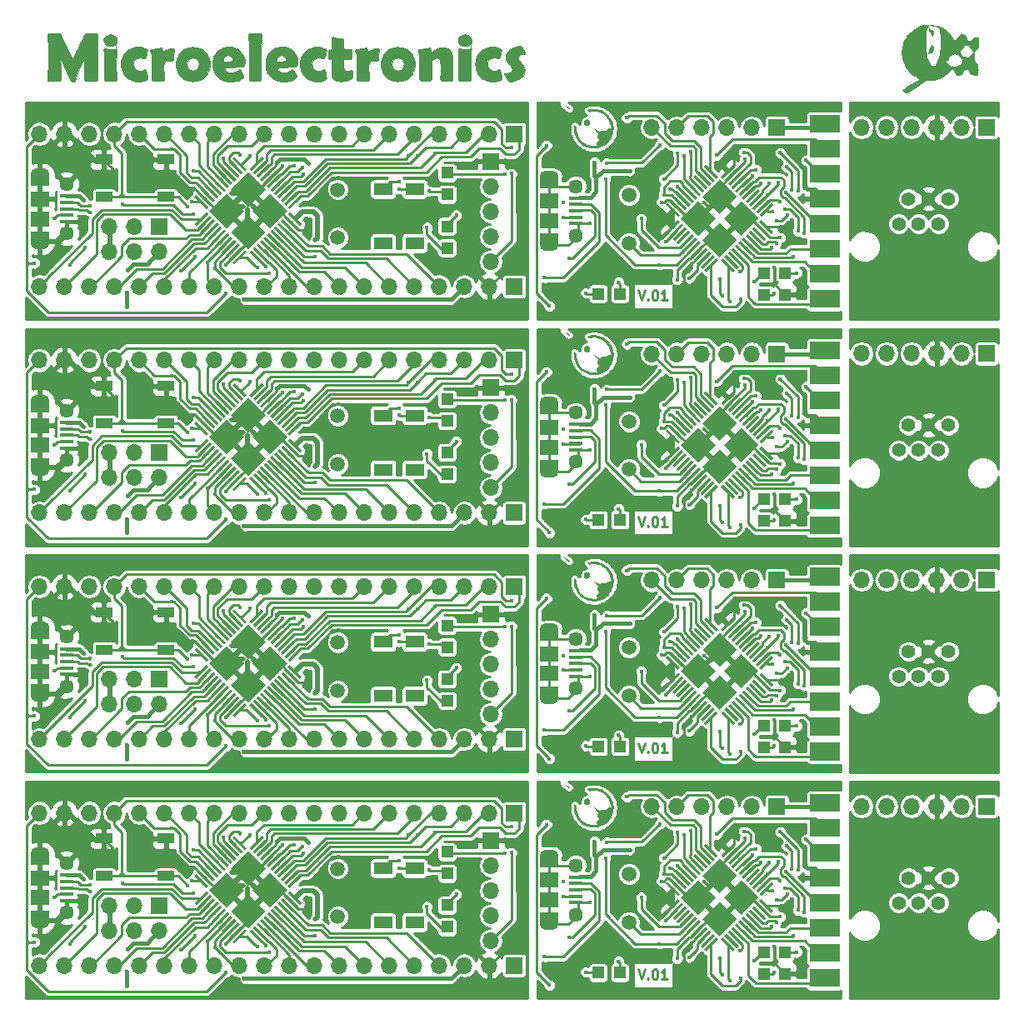
<source format=gtl>
%MOIN*%
%OFA0B0*%
%FSLAX46Y46*%
%IPPOS*%
%LPD*%
%ADD10C,0.0039370078740157488*%
%ADD11R,0.074803149606299218X0.051181102362204731*%
%ADD12C,0.059055118110236227*%
%ADD13R,0.066929133858267723X0.066929133858267723*%
%ADD14O,0.066929133858267723X0.066929133858267723*%
%ADD15R,0.066929133858267723X0.03937007874015748*%
%ADD16R,0.047244094488188976X0.047244094488188976*%
%ADD17R,0.074803149606299218X0.059055118110236227*%
%ADD18C,0.057086614173228349*%
%ADD19R,0.053149606299212608X0.015748031496062995*%
%ADD20O,0.074803149606299218X0.047244094488188976*%
%ADD21R,0.074803149606299218X0.047244094488188976*%
%ADD22C,0.017834645669291341*%
%ADD23C,0.015748031496062995*%
%ADD24C,0.00984251968503937*%
%ADD25C,0.01968503937007874*%
%ADD26C,0.01*%
%ADD37C,0.0039370078740157488*%
%ADD38R,0.074803149606299218X0.051181102362204731*%
%ADD39C,0.059055118110236227*%
%ADD40R,0.066929133858267723X0.066929133858267723*%
%ADD41O,0.066929133858267723X0.066929133858267723*%
%ADD42R,0.066929133858267723X0.03937007874015748*%
%ADD43R,0.047244094488188976X0.047244094488188976*%
%ADD44R,0.074803149606299218X0.059055118110236227*%
%ADD45C,0.057086614173228349*%
%ADD46R,0.053149606299212608X0.015748031496062995*%
%ADD47O,0.074803149606299218X0.047244094488188976*%
%ADD48R,0.074803149606299218X0.047244094488188976*%
%ADD49C,0.017834645669291341*%
%ADD50C,0.015748031496062995*%
%ADD51C,0.00984251968503937*%
%ADD52C,0.01968503937007874*%
%ADD53C,0.01*%
%ADD54C,0.0039370078740157488*%
%ADD55R,0.074803149606299218X0.051181102362204731*%
%ADD56C,0.059055118110236227*%
%ADD57R,0.066929133858267723X0.066929133858267723*%
%ADD58O,0.066929133858267723X0.066929133858267723*%
%ADD59R,0.066929133858267723X0.03937007874015748*%
%ADD60R,0.047244094488188976X0.047244094488188976*%
%ADD61R,0.074803149606299218X0.059055118110236227*%
%ADD62C,0.057086614173228349*%
%ADD63R,0.053149606299212608X0.015748031496062995*%
%ADD64O,0.074803149606299218X0.047244094488188976*%
%ADD65R,0.074803149606299218X0.047244094488188976*%
%ADD66C,0.017834645669291341*%
%ADD67C,0.015748031496062995*%
%ADD68C,0.00984251968503937*%
%ADD69C,0.01968503937007874*%
%ADD70C,0.01*%
%ADD71C,0.0039370078740157488*%
%ADD72R,0.074803149606299218X0.051181102362204731*%
%ADD73C,0.059055118110236227*%
%ADD74R,0.066929133858267723X0.066929133858267723*%
%ADD75O,0.066929133858267723X0.066929133858267723*%
%ADD76R,0.066929133858267723X0.03937007874015748*%
%ADD77R,0.047244094488188976X0.047244094488188976*%
%ADD78R,0.074803149606299218X0.059055118110236227*%
%ADD79C,0.057086614173228349*%
%ADD80R,0.053149606299212608X0.015748031496062995*%
%ADD81O,0.074803149606299218X0.047244094488188976*%
%ADD82R,0.074803149606299218X0.047244094488188976*%
%ADD83C,0.017834645669291341*%
%ADD84C,0.015748031496062995*%
%ADD85C,0.00984251968503937*%
%ADD86C,0.01968503937007874*%
%ADD87C,0.01*%
%ADD88C,0.0039370078740157488*%
%ADD89C,0.00984251968503937*%
%ADD90R,0.074803149606299218X0.059055118110236227*%
%ADD91C,0.057086614173228349*%
%ADD92R,0.053149606299212608X0.015748031496062995*%
%ADD93O,0.074803149606299218X0.047244094488188976*%
%ADD94R,0.074803149606299218X0.047244094488188976*%
%ADD95C,0.059055118110236227*%
%ADD96R,0.066929133858267723X0.066929133858267723*%
%ADD97O,0.066929133858267723X0.066929133858267723*%
%ADD98R,0.047244094488188976X0.047244094488188976*%
%ADD99C,0.017716535433070866*%
%ADD100C,0.017834645669291341*%
%ADD101C,0.015748031496062995*%
%ADD102C,0.023622047244094488*%
%ADD103C,0.01*%
%ADD104C,0.0039370078740157488*%
%ADD105C,0.00984251968503937*%
%ADD106R,0.074803149606299218X0.059055118110236227*%
%ADD107C,0.057086614173228349*%
%ADD108R,0.053149606299212608X0.015748031496062995*%
%ADD109O,0.074803149606299218X0.047244094488188976*%
%ADD110R,0.074803149606299218X0.047244094488188976*%
%ADD111C,0.059055118110236227*%
%ADD112R,0.066929133858267723X0.066929133858267723*%
%ADD113O,0.066929133858267723X0.066929133858267723*%
%ADD114R,0.047244094488188976X0.047244094488188976*%
%ADD115C,0.017716535433070866*%
%ADD116C,0.017834645669291341*%
%ADD117C,0.015748031496062995*%
%ADD118C,0.023622047244094488*%
%ADD119C,0.01*%
%ADD120C,0.0039370078740157488*%
%ADD121C,0.00984251968503937*%
%ADD122R,0.074803149606299218X0.059055118110236227*%
%ADD123C,0.057086614173228349*%
%ADD124R,0.053149606299212608X0.015748031496062995*%
%ADD125O,0.074803149606299218X0.047244094488188976*%
%ADD126R,0.074803149606299218X0.047244094488188976*%
%ADD127C,0.059055118110236227*%
%ADD128R,0.066929133858267723X0.066929133858267723*%
%ADD129O,0.066929133858267723X0.066929133858267723*%
%ADD130R,0.047244094488188976X0.047244094488188976*%
%ADD131C,0.017716535433070866*%
%ADD132C,0.017834645669291341*%
%ADD133C,0.015748031496062995*%
%ADD134C,0.023622047244094488*%
%ADD135C,0.01*%
%ADD136C,0.0039370078740157488*%
%ADD137C,0.00984251968503937*%
%ADD138R,0.074803149606299218X0.059055118110236227*%
%ADD139C,0.057086614173228349*%
%ADD140R,0.053149606299212608X0.015748031496062995*%
%ADD141O,0.074803149606299218X0.047244094488188976*%
%ADD142R,0.074803149606299218X0.047244094488188976*%
%ADD143C,0.059055118110236227*%
%ADD144R,0.066929133858267723X0.066929133858267723*%
%ADD145O,0.066929133858267723X0.066929133858267723*%
%ADD146R,0.047244094488188976X0.047244094488188976*%
%ADD147C,0.017716535433070866*%
%ADD148C,0.017834645669291341*%
%ADD149C,0.015748031496062995*%
%ADD150C,0.023622047244094488*%
%ADD151C,0.01*%
%ADD152C,0.0039370078740157488*%
%ADD153C,0.0029398031496062995*%
%ADD154C,0.0039370078740157488*%
%ADD155C,0.017125984251968505*%
%ADD156C,0.055118110236220472*%
%ADD157R,0.066929133858267723X0.066929133858267723*%
%ADD158O,0.066929133858267723X0.066929133858267723*%
%ADD159C,0.01*%
%ADD160C,0.0039370078740157488*%
%ADD161C,0.017125984251968505*%
%ADD162C,0.055118110236220472*%
%ADD163R,0.066929133858267723X0.066929133858267723*%
%ADD164O,0.066929133858267723X0.066929133858267723*%
%ADD165C,0.01*%
%ADD166C,0.0039370078740157488*%
%ADD167C,0.017125984251968505*%
%ADD168C,0.055118110236220472*%
%ADD169R,0.066929133858267723X0.066929133858267723*%
%ADD170O,0.066929133858267723X0.066929133858267723*%
%ADD171C,0.01*%
%ADD172C,0.0039370078740157488*%
%ADD173C,0.017125984251968505*%
%ADD174C,0.055118110236220472*%
%ADD175R,0.066929133858267723X0.066929133858267723*%
%ADD176O,0.066929133858267723X0.066929133858267723*%
%ADD177C,0.01*%
%ADD178C,0.0039370078740157488*%
G01G01*
D10*
D11*
X0000000000Y0000905511D02*
X0001449685Y0000539685D03*
X0001449685Y0000323149D03*
X0001575669Y0000323149D03*
X0001575669Y0000539685D03*
D12*
X0001268582Y0000345590D03*
X0001268582Y0000537716D03*
D10*
G36*
X0001076710Y0000448474D02*
X0001125427Y0000399757D01*
X0001117076Y0000391406D01*
X0001068358Y0000440124D01*
X0001076710Y0000448474D01*
X0001076710Y0000448474D01*
G37*
G36*
X0001062790Y0000434556D02*
X0001111508Y0000385838D01*
X0001103156Y0000377486D01*
X0001054438Y0000426204D01*
X0001062790Y0000434556D01*
X0001062790Y0000434556D01*
G37*
G36*
X0001048871Y0000420635D02*
X0001097589Y0000371918D01*
X0001089237Y0000363567D01*
X0001040519Y0000412285D01*
X0001048871Y0000420635D01*
X0001048871Y0000420635D01*
G37*
G36*
X0001034951Y0000406717D02*
X0001083669Y0000357999D01*
X0001075318Y0000349647D01*
X0001026600Y0000398365D01*
X0001034951Y0000406717D01*
X0001034951Y0000406717D01*
G37*
G36*
X0001021031Y0000392798D02*
X0001069750Y0000344080D01*
X0001061398Y0000335728D01*
X0001012680Y0000384446D01*
X0001021031Y0000392798D01*
X0001021031Y0000392798D01*
G37*
G36*
X0001047479Y0000321809D02*
X0000998761Y0000370527D01*
X0001007112Y0000378878D01*
X0001055830Y0000330160D01*
X0001047479Y0000321809D01*
X0001047479Y0000321809D01*
G37*
G36*
X0000993193Y0000364959D02*
X0001041911Y0000316241D01*
X0001033558Y0000307889D01*
X0000984841Y0000356607D01*
X0000993193Y0000364959D01*
X0000993193Y0000364959D01*
G37*
G36*
X0000979273Y0000351039D02*
X0001027992Y0000302321D01*
X0001019640Y0000293970D01*
X0000970922Y0000342688D01*
X0000979273Y0000351039D01*
X0000979273Y0000351039D01*
G37*
G36*
X0000965354Y0000337120D02*
X0001014072Y0000288402D01*
X0001005720Y0000280050D01*
X0000957002Y0000328768D01*
X0000965354Y0000337120D01*
X0000965354Y0000337120D01*
G37*
G36*
X0000951435Y0000323200D02*
X0001000153Y0000274483D01*
X0000991801Y0000266131D01*
X0000943083Y0000314849D01*
X0000951435Y0000323200D01*
X0000951435Y0000323200D01*
G37*
G36*
X0000937515Y0000309281D02*
X0000986233Y0000260563D01*
X0000977881Y0000252211D01*
X0000929164Y0000300929D01*
X0000937515Y0000309281D01*
X0000937515Y0000309281D01*
G37*
G36*
X0000923595Y0000295362D02*
X0000972314Y0000246644D01*
X0000963962Y0000238292D01*
X0000915244Y0000287010D01*
X0000923595Y0000295362D01*
X0000923595Y0000295362D01*
G37*
G36*
X0000984841Y0000551479D02*
X0001033558Y0000600197D01*
X0001041911Y0000591845D01*
X0000993193Y0000543127D01*
X0000984841Y0000551479D01*
X0000984841Y0000551479D01*
G37*
G36*
X0000998761Y0000537560D02*
X0001047479Y0000586278D01*
X0001055830Y0000577926D01*
X0001007112Y0000529208D01*
X0000998761Y0000537560D01*
X0000998761Y0000537560D01*
G37*
G36*
X0001012680Y0000523640D02*
X0001061398Y0000572358D01*
X0001069750Y0000564007D01*
X0001021031Y0000515289D01*
X0001012680Y0000523640D01*
X0001012680Y0000523640D01*
G37*
G36*
X0001026600Y0000509721D02*
X0001075318Y0000558439D01*
X0001083669Y0000550087D01*
X0001034951Y0000501368D01*
X0001026600Y0000509721D01*
X0001026600Y0000509721D01*
G37*
G36*
X0001040519Y0000495801D02*
X0001089237Y0000544519D01*
X0001097589Y0000536168D01*
X0001048871Y0000487450D01*
X0001040519Y0000495801D01*
X0001040519Y0000495801D01*
G37*
G36*
X0001054438Y0000481881D02*
X0001103156Y0000530600D01*
X0001111508Y0000522248D01*
X0001062790Y0000473530D01*
X0001054438Y0000481881D01*
X0001054438Y0000481881D01*
G37*
G36*
X0000970922Y0000565399D02*
X0001019640Y0000614116D01*
X0001027992Y0000605765D01*
X0000979273Y0000557047D01*
X0000970922Y0000565399D01*
X0000970922Y0000565399D01*
G37*
G36*
X0001068358Y0000467963D02*
X0001117076Y0000516680D01*
X0001125427Y0000508329D01*
X0001076710Y0000459611D01*
X0001068358Y0000467963D01*
X0001068358Y0000467963D01*
G37*
G36*
X0000957002Y0000579318D02*
X0001005720Y0000628036D01*
X0001014072Y0000619684D01*
X0000965354Y0000570966D01*
X0000957002Y0000579318D01*
X0000957002Y0000579318D01*
G37*
G36*
X0000943083Y0000593237D02*
X0000991801Y0000641955D01*
X0001000153Y0000633604D01*
X0000951435Y0000584886D01*
X0000943083Y0000593237D01*
X0000943083Y0000593237D01*
G37*
G36*
X0000929164Y0000607157D02*
X0000977881Y0000655875D01*
X0000986233Y0000647523D01*
X0000937515Y0000598805D01*
X0000929164Y0000607157D01*
X0000929164Y0000607157D01*
G37*
G36*
X0000915244Y0000621076D02*
X0000963962Y0000669794D01*
X0000972314Y0000661442D01*
X0000923595Y0000612725D01*
X0000915244Y0000621076D01*
X0000915244Y0000621076D01*
G37*
G36*
X0000771874Y0000586278D02*
X0000820592Y0000537560D01*
X0000812239Y0000529208D01*
X0000763522Y0000577926D01*
X0000771874Y0000586278D01*
X0000771874Y0000586278D01*
G37*
G36*
X0000785793Y0000600197D02*
X0000834512Y0000551479D01*
X0000826160Y0000543127D01*
X0000777442Y0000591845D01*
X0000785793Y0000600197D01*
X0000785793Y0000600197D01*
G37*
G36*
X0000799713Y0000614116D02*
X0000848431Y0000565399D01*
X0000840079Y0000557047D01*
X0000791361Y0000605765D01*
X0000799713Y0000614116D01*
X0000799713Y0000614116D01*
G37*
G36*
X0000813632Y0000628036D02*
X0000862350Y0000579318D01*
X0000853999Y0000570966D01*
X0000805281Y0000619684D01*
X0000813632Y0000628036D01*
X0000813632Y0000628036D01*
G37*
G36*
X0000827552Y0000641955D02*
X0000876270Y0000593237D01*
X0000867917Y0000584886D01*
X0000819200Y0000633604D01*
X0000827552Y0000641955D01*
X0000827552Y0000641955D01*
G37*
G36*
X0000841471Y0000655875D02*
X0000890188Y0000607157D01*
X0000881838Y0000598805D01*
X0000833120Y0000647523D01*
X0000841471Y0000655875D01*
X0000841471Y0000655875D01*
G37*
G36*
X0000855391Y0000669794D02*
X0000904109Y0000621076D01*
X0000895757Y0000612725D01*
X0000847039Y0000661442D01*
X0000855391Y0000669794D01*
X0000855391Y0000669794D01*
G37*
G36*
X0000757955Y0000572358D02*
X0000806673Y0000523640D01*
X0000798321Y0000515289D01*
X0000749603Y0000564007D01*
X0000757955Y0000572358D01*
X0000757955Y0000572358D01*
G37*
G36*
X0000744035Y0000558439D02*
X0000792753Y0000509721D01*
X0000784401Y0000501368D01*
X0000735684Y0000550087D01*
X0000744035Y0000558439D01*
X0000744035Y0000558439D01*
G37*
G36*
X0000730115Y0000544519D02*
X0000778834Y0000495801D01*
X0000770482Y0000487450D01*
X0000721764Y0000536168D01*
X0000730115Y0000544519D01*
X0000730115Y0000544519D01*
G37*
G36*
X0000716196Y0000530600D02*
X0000764914Y0000481881D01*
X0000756563Y0000473530D01*
X0000707844Y0000522248D01*
X0000716196Y0000530600D01*
X0000716196Y0000530600D01*
G37*
G36*
X0000702277Y0000516680D02*
X0000750995Y0000467963D01*
X0000742643Y0000459611D01*
X0000693925Y0000508329D01*
X0000702277Y0000516680D01*
X0000702277Y0000516680D01*
G37*
G36*
X0000777442Y0000316241D02*
X0000826160Y0000364959D01*
X0000834512Y0000356607D01*
X0000785793Y0000307889D01*
X0000777442Y0000316241D01*
X0000777442Y0000316241D01*
G37*
G36*
X0000763522Y0000330160D02*
X0000812239Y0000378878D01*
X0000820592Y0000370527D01*
X0000771874Y0000321809D01*
X0000763522Y0000330160D01*
X0000763522Y0000330160D01*
G37*
G36*
X0000791361Y0000302321D02*
X0000840079Y0000351039D01*
X0000848431Y0000342688D01*
X0000799713Y0000293970D01*
X0000791361Y0000302321D01*
X0000791361Y0000302321D01*
G37*
G36*
X0000805281Y0000288402D02*
X0000853999Y0000337120D01*
X0000862350Y0000328768D01*
X0000813632Y0000280050D01*
X0000805281Y0000288402D01*
X0000805281Y0000288402D01*
G37*
G36*
X0000819200Y0000274483D02*
X0000867917Y0000323200D01*
X0000876270Y0000314849D01*
X0000827552Y0000266131D01*
X0000819200Y0000274483D01*
X0000819200Y0000274483D01*
G37*
G36*
X0000833120Y0000260563D02*
X0000881838Y0000309281D01*
X0000890188Y0000300929D01*
X0000841471Y0000252211D01*
X0000833120Y0000260563D01*
X0000833120Y0000260563D01*
G37*
G36*
X0000847039Y0000246644D02*
X0000895757Y0000295362D01*
X0000904109Y0000287010D01*
X0000855391Y0000238292D01*
X0000847039Y0000246644D01*
X0000847039Y0000246644D01*
G37*
G36*
X0000749603Y0000344080D02*
X0000798321Y0000392798D01*
X0000806673Y0000384446D01*
X0000757955Y0000335728D01*
X0000749603Y0000344080D01*
X0000749603Y0000344080D01*
G37*
G36*
X0000735684Y0000357999D02*
X0000784401Y0000406717D01*
X0000792753Y0000398365D01*
X0000744035Y0000349647D01*
X0000735684Y0000357999D01*
X0000735684Y0000357999D01*
G37*
G36*
X0000721764Y0000371918D02*
X0000770482Y0000420635D01*
X0000778834Y0000412285D01*
X0000730115Y0000363567D01*
X0000721764Y0000371918D01*
X0000721764Y0000371918D01*
G37*
G36*
X0000707844Y0000385838D02*
X0000756563Y0000434556D01*
X0000764914Y0000426204D01*
X0000716196Y0000377486D01*
X0000707844Y0000385838D01*
X0000707844Y0000385838D01*
G37*
G36*
X0000693925Y0000399757D02*
X0000742643Y0000448474D01*
X0000750995Y0000440124D01*
X0000702277Y0000391406D01*
X0000693925Y0000399757D01*
X0000693925Y0000399757D01*
G37*
G36*
X0000995977Y0000523640D02*
X0001065574Y0000454042D01*
X0000995977Y0000384446D01*
X0000926380Y0000454042D01*
X0000995977Y0000523640D01*
X0000995977Y0000523640D01*
G37*
G36*
X0000823376Y0000523640D02*
X0000892973Y0000454042D01*
X0000823376Y0000384446D01*
X0000753779Y0000454042D01*
X0000823376Y0000523640D01*
X0000823376Y0000523640D01*
G37*
G36*
X0000909676Y0000437340D02*
X0000979273Y0000367742D01*
X0000909676Y0000298145D01*
X0000840079Y0000367742D01*
X0000909676Y0000437340D01*
X0000909676Y0000437340D01*
G37*
G36*
X0000909676Y0000609941D02*
X0000979273Y0000540344D01*
X0000909676Y0000470746D01*
X0000840079Y0000540344D01*
X0000909676Y0000609941D01*
X0000909676Y0000609941D01*
G37*
D13*
X0001880787Y0000650313D03*
D14*
X0001880787Y0000550314D03*
X0001880787Y0000450314D03*
X0001880787Y0000350314D03*
X0001880787Y0000250313D03*
D15*
X0000333149Y0000658188D03*
X0000581181Y0000658188D03*
X0000333149Y0000508582D03*
X0000581181Y0000508582D03*
D13*
X0001974487Y0000150314D03*
D14*
X0001874488Y0000150314D03*
X0001774488Y0000150314D03*
X0001674488Y0000150314D03*
X0001574488Y0000150314D03*
X0001474488Y0000150314D03*
X0001374488Y0000150314D03*
X0001274488Y0000150314D03*
X0001174488Y0000150314D03*
X0001074488Y0000150314D03*
X0000974488Y0000150314D03*
X0000874488Y0000150314D03*
X0000774488Y0000150314D03*
X0000674488Y0000150314D03*
X0000574488Y0000150314D03*
X0000474488Y0000150314D03*
X0000374488Y0000150314D03*
X0000274488Y0000150314D03*
X0000174488Y0000150314D03*
X0000074488Y0000150314D03*
D13*
X0001974487Y0000760551D03*
D14*
X0001874488Y0000760551D03*
X0001774488Y0000760551D03*
X0001674488Y0000760551D03*
X0001574488Y0000760551D03*
X0001474488Y0000760551D03*
X0001374488Y0000760551D03*
X0001274488Y0000760551D03*
X0001174488Y0000760551D03*
X0001074488Y0000760551D03*
X0000974488Y0000760551D03*
X0000874488Y0000760551D03*
X0000774488Y0000760551D03*
X0000674488Y0000760551D03*
X0000574488Y0000760551D03*
X0000474488Y0000760551D03*
X0000374488Y0000760551D03*
X0000274488Y0000760551D03*
X0000174488Y0000760551D03*
X0000074488Y0000760551D03*
D13*
X0000555511Y0000390551D03*
D14*
X0000555511Y0000290551D03*
X0000455511Y0000390551D03*
X0000455511Y0000290551D03*
X0000355511Y0000390551D03*
X0000355511Y0000290551D03*
D16*
X0001705984Y0000605039D03*
X0001705984Y0000518425D03*
X0001705984Y0000391258D03*
X0001705984Y0000304645D03*
D17*
X0000076771Y0000421259D03*
D18*
X0000183070Y0000559055D03*
D19*
X0000183070Y0000486220D03*
X0000183070Y0000511811D03*
X0000183070Y0000409448D03*
X0000183070Y0000435039D03*
X0000183070Y0000460629D03*
D18*
X0000183070Y0000362204D03*
D17*
X0000076771Y0000500000D03*
D20*
X0000076771Y0000598425D03*
X0000076771Y0000322834D03*
D21*
X0000076771Y0000346456D03*
X0000076771Y0000574803D03*
D22*
X0000889370Y0000099212D03*
X0000196009Y0000237189D03*
X0000258660Y0000305118D03*
X0000249606Y0000495275D03*
X0000452440Y0000614094D03*
X0001333464Y0000411023D03*
X0000820411Y0000236636D03*
X0001046794Y0000633500D03*
X0000262616Y0000424684D03*
X0000368503Y0000619291D03*
X0001142913Y0000422440D03*
X0000591644Y0000549696D03*
X0000687086Y0000543228D03*
X0001142343Y0000377225D03*
X0001269370Y0000585748D03*
X0000255984Y0000693622D03*
X0000844960Y0000523149D03*
X0000908740Y0000460747D03*
X0000928031Y0000473543D03*
X0000891023Y0000471181D03*
X0001192992Y0000469605D03*
X0001963385Y0000601968D03*
X0001094488Y0000633523D03*
X0000667460Y0000470359D03*
X0001962992Y0000705118D03*
X0001512282Y0000568425D03*
X0001585975Y0000671899D03*
X0001513384Y0000540944D03*
X0001551796Y0000671564D03*
X0001129420Y0000600057D03*
X0001128792Y0000626144D03*
X0001632677Y0000532283D03*
X0001624822Y0000385830D03*
X0000405590Y0000479506D03*
X0000689370Y0000440551D03*
X0000696141Y0000269665D03*
X0000639457Y0000213297D03*
X0001655984Y0000682204D03*
X0000918110Y0000674409D03*
X0000876771Y0000677952D03*
X0000809921Y0000664094D03*
X0000979392Y0000228090D03*
X0000994173Y0000203464D03*
X0000775667Y0000224192D03*
X0000747096Y0000247391D03*
X0001178425Y0000270393D03*
X0000689055Y0000612519D03*
X0000275650Y0000473892D03*
X0000133858Y0000423227D03*
X0000278720Y0000445920D03*
X0000604724Y0000699605D03*
X0000054015Y0000243622D03*
X0000821731Y0000123739D03*
X0000424094Y0000070393D03*
X0000424881Y0000126416D03*
X0000425669Y0000217637D03*
X0001025341Y0000647668D03*
X0001937161Y0000600604D03*
X0001149685Y0000644015D03*
X0000685181Y0000488984D03*
X0000946423Y0000225642D03*
X0001178031Y0000334960D03*
X0001742991Y0000435747D03*
D23*
X0000901981Y0000099212D02*
X0000889370Y0000099212D01*
X0001774488Y0000150314D02*
X0001723385Y0000099212D01*
X0001723385Y0000099212D02*
X0000901981Y0000099212D01*
X0000183070Y0000511811D02*
X0000233070Y0000511811D01*
X0000233070Y0000511811D02*
X0000249606Y0000495275D01*
D24*
X0000196009Y0000242465D02*
X0000196009Y0000237189D01*
X0000258660Y0000305118D02*
X0000196009Y0000242465D01*
X0001774488Y0000148740D02*
X0001722912Y0000097165D01*
D23*
X0000183070Y0000409448D02*
X0000183070Y0000362204D01*
X0000183070Y0000409448D02*
X0000247379Y0000409448D01*
X0000247379Y0000409448D02*
X0000262616Y0000424684D01*
D25*
X0000076771Y0000330314D02*
X0000143700Y0000330314D01*
X0000143700Y0000330314D02*
X0000183070Y0000369685D01*
X0000076771Y0000353937D02*
X0000076771Y0000330314D01*
X0000076771Y0000428740D02*
X0000076771Y0000353937D01*
X0000076771Y0000507480D02*
X0000076771Y0000428740D01*
X0000076771Y0000582283D02*
X0000076771Y0000507480D01*
X0000076771Y0000605905D02*
X0000076771Y0000582283D01*
X0000082755Y0000668818D02*
X0000076771Y0000662834D01*
X0000076771Y0000662834D02*
X0000076771Y0000605905D01*
X0000082755Y0000668818D02*
X0000083724Y0000667850D01*
D24*
X0000629593Y0000588110D02*
X0000637861Y0000579842D01*
X0000637861Y0000579842D02*
X0000674475Y0000543228D01*
X0000622125Y0000580642D02*
X0000637061Y0000580642D01*
X0000637061Y0000580642D02*
X0000637861Y0000579842D01*
X0000622125Y0000580642D02*
X0000629593Y0000588110D01*
X0000607480Y0000565996D02*
X0000622125Y0000580642D01*
X0000607559Y0000610144D02*
X0000622125Y0000595577D01*
X0000622125Y0000595577D02*
X0000629593Y0000588110D01*
X0000622125Y0000580642D02*
X0000622125Y0000595577D01*
X0000607480Y0000565531D02*
X0000607480Y0000565996D01*
D25*
X0000332755Y0000651102D02*
X0000299685Y0000651102D01*
X0000299685Y0000651102D02*
X0000190236Y0000760551D01*
X0000190236Y0000760551D02*
X0000174488Y0000760551D01*
D24*
X0000465051Y0000614094D02*
X0000452440Y0000614094D01*
X0000603609Y0000614094D02*
X0000465051Y0000614094D01*
X0000607559Y0000610144D02*
X0000603609Y0000614094D01*
D23*
X0001324547Y0000419940D02*
X0001333464Y0000411023D01*
X0001274881Y0000469605D02*
X0001324547Y0000419940D01*
X0001192992Y0000469605D02*
X0001274881Y0000469605D01*
D24*
X0000591644Y0000549696D02*
X0000607480Y0000565531D01*
X0000607480Y0000610066D02*
X0000607559Y0000610144D01*
X0000861308Y0000280955D02*
X0000820078Y0000239725D01*
X0000820078Y0000236969D02*
X0000820411Y0000236636D01*
X0000820078Y0000239725D02*
X0000820078Y0000236969D01*
X0001874488Y0000148740D02*
X0001992992Y0000267244D01*
X0001000875Y0000587581D02*
X0001037876Y0000624583D01*
X0001000875Y0000585608D02*
X0001000875Y0000587581D01*
X0001037876Y0000624583D02*
X0001046794Y0000633500D01*
X0000336691Y0000651102D02*
X0000359586Y0000628208D01*
X0000332755Y0000651102D02*
X0000336691Y0000651102D01*
X0000359586Y0000628208D02*
X0000368503Y0000619291D01*
D23*
X0001142343Y0000421870D02*
X0001142913Y0000422440D01*
X0001142343Y0000377225D02*
X0001142343Y0000421870D01*
D24*
X0000736032Y0000502272D02*
X0000694685Y0000543622D01*
X0000694685Y0000543622D02*
X0000687480Y0000543622D01*
X0000687480Y0000543622D02*
X0000687086Y0000543228D01*
X0000674475Y0000543228D02*
X0000687086Y0000543228D01*
D23*
X0001874488Y0000150314D02*
X0001778425Y0000246377D01*
D25*
X0000174488Y0000760551D02*
X0000082755Y0000668818D01*
D24*
X0001082973Y0000406021D02*
X0001034951Y0000454042D01*
X0001034951Y0000454042D02*
X0000995977Y0000454042D01*
X0001142343Y0000377225D02*
X0001111749Y0000377225D01*
X0001111749Y0000377225D02*
X0001111749Y0000377246D01*
X0001111749Y0000377246D02*
X0001082973Y0000406021D01*
X0001142343Y0000377307D02*
X0001142343Y0000377225D01*
X0001142172Y0000377480D02*
X0001142343Y0000377307D01*
X0000995748Y0000454251D02*
X0001034721Y0000454251D01*
X0001256759Y0000585748D02*
X0001269370Y0000585748D01*
X0001192992Y0000469605D02*
X0001192992Y0000532150D01*
X0001246589Y0000585748D02*
X0001256759Y0000585748D01*
X0001192992Y0000532150D02*
X0001246589Y0000585748D01*
X0000999226Y0000585790D02*
X0000953988Y0000540552D01*
X0000953988Y0000540552D02*
X0000909447Y0000540552D01*
D25*
X0000909447Y0000367951D02*
X0000823147Y0000454251D01*
X0000995748Y0000454251D02*
X0000909447Y0000367951D01*
X0000995748Y0000454251D02*
X0000909447Y0000540552D01*
X0000891023Y0000471181D02*
X0000840076Y0000471181D01*
X0000840076Y0000471181D02*
X0000823147Y0000454251D01*
X0000908740Y0000460747D02*
X0000908740Y0000368658D01*
X0000995748Y0000454251D02*
X0000947322Y0000454251D01*
X0000947322Y0000454251D02*
X0000928031Y0000473543D01*
X0000909447Y0000540552D02*
X0000823147Y0000454251D01*
X0000844960Y0000523149D02*
X0000892044Y0000523149D01*
X0000892044Y0000523149D02*
X0000909447Y0000540552D01*
D24*
X0000909447Y0000367951D02*
X0000909447Y0000328977D01*
X0000909447Y0000328977D02*
X0000861424Y0000280955D01*
X0000823147Y0000454251D02*
X0000876067Y0000454251D01*
X0000736150Y0000502272D02*
X0000784172Y0000454251D01*
X0000784172Y0000454251D02*
X0000823147Y0000454251D01*
X0001083534Y0000406229D02*
X0001082627Y0000406229D01*
X0001082627Y0000406229D02*
X0001082627Y0000406229D01*
X0000302440Y0000651102D02*
X0000332755Y0000651102D01*
X0000386691Y0000508582D02*
X0000416614Y0000508582D01*
X0000416614Y0000508582D02*
X0000581181Y0000508582D01*
X0000404271Y0000521181D02*
X0000404271Y0000520924D01*
X0000404271Y0000520924D02*
X0000416614Y0000508582D01*
X0000333149Y0000508582D02*
X0000386691Y0000508582D01*
X0000391673Y0000508582D02*
X0000404271Y0000521181D01*
X0000404271Y0000683441D02*
X0000404271Y0000521181D01*
X0000386691Y0000508582D02*
X0000391673Y0000508582D01*
X0000404271Y0000521181D02*
X0000404271Y0000511811D01*
X0000667460Y0000470359D02*
X0000629237Y0000508582D01*
X0000629237Y0000508582D02*
X0000581181Y0000508582D01*
X0001963385Y0000442834D02*
X0001963385Y0000589357D01*
X0001964960Y0000441259D02*
X0001963385Y0000442834D01*
X0001963385Y0000589357D02*
X0001963385Y0000601968D01*
X0001964960Y0000434488D02*
X0001964960Y0000441259D01*
X0001964960Y0000441259D02*
X0001964960Y0000334488D01*
X0001964960Y0000334488D02*
X0001880787Y0000250313D01*
X0001017392Y0000574724D02*
X0001017471Y0000574803D01*
X0001017471Y0000574803D02*
X0001017908Y0000574803D01*
X0001017908Y0000574803D02*
X0001042179Y0000599073D01*
X0001061102Y0000617102D02*
X0001077523Y0000633523D01*
X0001042179Y0000599073D02*
X0001043125Y0000599073D01*
X0001043125Y0000599073D02*
X0001061102Y0000617050D01*
X0001061102Y0000617050D02*
X0001061102Y0000617102D01*
X0001077523Y0000633523D02*
X0001094488Y0000633523D01*
X0000374488Y0000760551D02*
X0000374488Y0000713225D01*
X0000374488Y0000713225D02*
X0000404271Y0000683441D01*
X0001894133Y0000809370D02*
X0001924488Y0000779015D01*
X0000423307Y0000809370D02*
X0001894133Y0000809370D01*
X0000374488Y0000760551D02*
X0000423307Y0000809370D01*
X0000580787Y0000501496D02*
X0000568056Y0000514227D01*
X0000580787Y0000501496D02*
X0000580787Y0000508107D01*
X0000391732Y0000761811D02*
X0000391338Y0000761811D01*
X0001880787Y0000256220D02*
X0001880787Y0000250313D01*
X0001950381Y0000705118D02*
X0001962992Y0000705118D01*
X0001940551Y0000705118D02*
X0001950381Y0000705118D01*
X0001924488Y0000721181D02*
X0001940551Y0000705118D01*
X0001924488Y0000779015D02*
X0001924488Y0000721181D01*
X0001556969Y0000642893D02*
X0001577057Y0000662981D01*
X0001577057Y0000662981D02*
X0001585975Y0000671899D01*
X0001228570Y0000642893D02*
X0001556969Y0000642893D01*
X0001137566Y0000551890D02*
X0001228570Y0000642893D01*
X0001068708Y0000516193D02*
X0001104404Y0000551890D01*
X0001104404Y0000551890D02*
X0001137566Y0000551890D01*
X0001621142Y0000707066D02*
X0001719822Y0000707066D01*
X0001719822Y0000707066D02*
X0001774488Y0000761731D01*
X0001585975Y0000671899D02*
X0001621142Y0000707066D01*
X0001512282Y0000568425D02*
X0001478425Y0000568425D01*
X0001478425Y0000568425D02*
X0001449685Y0000539685D01*
X0001514645Y0000539685D02*
X0001513384Y0000540944D01*
X0001575669Y0000539685D02*
X0001514645Y0000539685D01*
X0001542879Y0000662647D02*
X0001551796Y0000671564D01*
X0001221231Y0000660610D02*
X0001540842Y0000660610D01*
X0001055134Y0000529904D02*
X0001094837Y0000569606D01*
X0001130228Y0000569606D02*
X0001221231Y0000660610D01*
X0001540842Y0000660610D02*
X0001542879Y0000662647D01*
X0001094837Y0000569606D02*
X0001130228Y0000569606D01*
X0001551796Y0000671564D02*
X0001641177Y0000760944D01*
X0001641177Y0000760944D02*
X0001674881Y0000760944D01*
X0001674881Y0000760944D02*
X0001674488Y0000760551D01*
X0001575669Y0000539685D02*
X0001563858Y0000539685D01*
X0001691811Y0000761731D02*
X0001691732Y0000761811D01*
X0001129420Y0000600057D02*
X0001120562Y0000591199D01*
X0001120562Y0000591199D02*
X0001088153Y0000591199D01*
X0001088153Y0000591199D02*
X0001068129Y0000571175D01*
X0001068129Y0000571175D02*
X0001040986Y0000544032D01*
X0001040986Y0000544032D02*
X0001042221Y0000544032D01*
X0001078819Y0000609764D02*
X0001078819Y0000609712D01*
X0001078819Y0000609712D02*
X0001026875Y0000557769D01*
X0001078819Y0000609764D02*
X0001078819Y0000609704D01*
X0001078819Y0000609764D02*
X0001107322Y0000609764D01*
X0001107322Y0000609764D02*
X0001123703Y0000626144D01*
X0001123703Y0000626144D02*
X0001128792Y0000626144D01*
X0001634329Y0000530629D02*
X0001632677Y0000532283D01*
X0001716220Y0000530629D02*
X0001634329Y0000530629D01*
X0001624822Y0000358641D02*
X0001624822Y0000373219D01*
X0001716220Y0000300708D02*
X0001682755Y0000300708D01*
X0001682755Y0000300708D02*
X0001624822Y0000358641D01*
X0001624822Y0000373219D02*
X0001624822Y0000385830D01*
X0001716220Y0000309073D02*
X0001716220Y0000300708D01*
X0000689370Y0000440551D02*
X0000646566Y0000440551D01*
X0000646566Y0000440551D02*
X0000611605Y0000475511D01*
X0000611605Y0000475511D02*
X0000409921Y0000475511D01*
X0000409921Y0000475511D02*
X0000405925Y0000479506D01*
X0000405925Y0000479506D02*
X0000405590Y0000479506D01*
X0000695825Y0000269665D02*
X0000696141Y0000269665D01*
X0000639457Y0000213297D02*
X0000695825Y0000269665D01*
X0001941558Y0000679055D02*
X0001975432Y0000679055D01*
X0001994173Y0000742046D02*
X0001974487Y0000761731D01*
X0001918724Y0000701889D02*
X0001941558Y0000679055D01*
X0001835393Y0000701889D02*
X0001918724Y0000701889D01*
X0001685313Y0000668621D02*
X0001802125Y0000668621D01*
X0001624153Y0000607460D02*
X0001685313Y0000668621D01*
X0001243247Y0000607460D02*
X0001624153Y0000607460D01*
X0001802125Y0000668621D02*
X0001835393Y0000701889D01*
X0001148306Y0000512518D02*
X0001243247Y0000607460D01*
X0001994173Y0000697795D02*
X0001994173Y0000742046D01*
X0001120000Y0000512518D02*
X0001148306Y0000512518D01*
X0001096893Y0000489412D02*
X0001120000Y0000512518D01*
X0001096893Y0000488146D02*
X0001096893Y0000489412D01*
X0001975432Y0000679055D02*
X0001994173Y0000697795D01*
X0001647066Y0000673287D02*
X0001655984Y0000682204D01*
X0001598956Y0000625176D02*
X0001647066Y0000673287D01*
X0001140968Y0000530236D02*
X0001235908Y0000625176D01*
X0001110589Y0000530236D02*
X0001140968Y0000530236D01*
X0001082627Y0000502272D02*
X0001110589Y0000530236D01*
X0001235908Y0000625176D02*
X0001598956Y0000625176D01*
X0001874488Y0000760551D02*
X0001854803Y0000760551D01*
X0001854803Y0000760551D02*
X0001781968Y0000687715D01*
X0001781968Y0000687715D02*
X0001661101Y0000687715D01*
X0001661101Y0000687715D02*
X0001655984Y0000682598D01*
X0001655984Y0000682598D02*
X0001655984Y0000682204D01*
X0000971618Y0000613420D02*
X0001002826Y0000644628D01*
X0001002826Y0000644628D02*
X0001002826Y0000666448D01*
X0001002826Y0000666448D02*
X0001015236Y0000678858D01*
X0001015236Y0000678858D02*
X0001508779Y0000678858D01*
X0001508779Y0000678858D02*
X0001591732Y0000761811D01*
X0000985109Y0000654751D02*
X0000984841Y0000654483D01*
X0001410512Y0000696575D02*
X0001001849Y0000696575D01*
X0000985109Y0000679834D02*
X0000985109Y0000654751D01*
X0001001849Y0000696575D02*
X0000985109Y0000679834D01*
X0001474488Y0000760551D02*
X0001410512Y0000696575D01*
X0000984841Y0000654483D02*
X0000957697Y0000627340D01*
X0001327047Y0000714291D02*
X0001374488Y0000761731D01*
X0000973110Y0000714291D02*
X0001327047Y0000714291D01*
X0000943433Y0000684614D02*
X0000973110Y0000714291D01*
X0000943433Y0000641468D02*
X0000943433Y0000684614D01*
X0000909192Y0000665491D02*
X0000918110Y0000674409D01*
X0000884986Y0000641285D02*
X0000909192Y0000665491D01*
X0000875154Y0000641285D02*
X0000884986Y0000641285D01*
X0000861308Y0000627548D02*
X0000861308Y0000629078D01*
X0000850000Y0000686613D02*
X0000868897Y0000686613D01*
X0000861308Y0000629078D02*
X0000834244Y0000656142D01*
X0000834244Y0000656142D02*
X0000834244Y0000670858D01*
X0000868897Y0000686613D02*
X0000877952Y0000677559D01*
X0000834244Y0000670858D02*
X0000850000Y0000686613D01*
X0000809921Y0000651483D02*
X0000809921Y0000664094D01*
X0000809921Y0000651097D02*
X0000809921Y0000651483D01*
X0000847389Y0000613629D02*
X0000809921Y0000651097D01*
X0000974488Y0000761731D02*
X0000924881Y0000712125D01*
X0000924881Y0000712125D02*
X0000826605Y0000712125D01*
X0000826605Y0000712125D02*
X0000787874Y0000673393D01*
X0000787874Y0000673393D02*
X0000787874Y0000645305D01*
X0000787874Y0000645305D02*
X0000833469Y0000599709D01*
X0000770157Y0000680732D02*
X0000851156Y0000761731D01*
X0000770157Y0000635183D02*
X0000770157Y0000680732D01*
X0000819550Y0000585790D02*
X0000770157Y0000635183D01*
X0000851156Y0000761731D02*
X0000874488Y0000761731D01*
X0000876141Y0000761811D02*
X0000891732Y0000761811D01*
X0000791731Y0000761811D02*
X0000778751Y0000761811D01*
X0000778751Y0000761811D02*
X0000748110Y0000731169D01*
X0000748110Y0000731169D02*
X0000748110Y0000629391D01*
X0000748110Y0000629391D02*
X0000805630Y0000571871D01*
X0000712283Y0000722756D02*
X0000712283Y0000637380D01*
X0000674488Y0000760551D02*
X0000712283Y0000722756D01*
X0000712283Y0000637380D02*
X0000791711Y0000557951D01*
X0000709162Y0000584960D02*
X0000683897Y0000584960D01*
X0000664645Y0000674384D02*
X0000577298Y0000761731D01*
X0000764218Y0000529904D02*
X0000709162Y0000584960D01*
X0000683897Y0000584960D02*
X0000664645Y0000604212D01*
X0000664645Y0000604212D02*
X0000664645Y0000674384D01*
X0000577298Y0000761731D02*
X0000574488Y0000761731D01*
X0000943779Y0000266827D02*
X0000979392Y0000231214D01*
X0000979392Y0000231214D02*
X0000979392Y0000228090D01*
X0000821487Y0000203464D02*
X0000981562Y0000203464D01*
X0000847735Y0000294666D02*
X0000798441Y0000245372D01*
X0000798441Y0000245372D02*
X0000798441Y0000226509D01*
X0000798441Y0000226509D02*
X0000821487Y0000203464D01*
X0000981562Y0000203464D02*
X0000994173Y0000203464D01*
X0001068708Y0000392310D02*
X0001149286Y0000311732D01*
X0001149286Y0000311732D02*
X0001206377Y0000311732D01*
X0001206377Y0000311732D02*
X0001237874Y0000280236D01*
X0001237874Y0000280236D02*
X0001544566Y0000280236D01*
X0001544566Y0000280236D02*
X0001674488Y0000150314D01*
X0001054788Y0000378391D02*
X0001139754Y0000293424D01*
X0001139754Y0000293424D02*
X0001199630Y0000293424D01*
X0001199630Y0000293424D02*
X0001230535Y0000262519D01*
X0001230535Y0000262519D02*
X0001462283Y0000262519D01*
X0001462283Y0000262519D02*
X0001574488Y0000150314D01*
X0001026948Y0000350552D02*
X0001132699Y0000244802D01*
X0001132699Y0000244802D02*
X0001379999Y0000244802D01*
X0001379999Y0000244802D02*
X0001474488Y0000150314D01*
X0001013030Y0000336632D02*
X0001122576Y0000227085D01*
X0001122576Y0000227085D02*
X0001297716Y0000227085D01*
X0001297716Y0000227085D02*
X0001374488Y0000150314D01*
X0000999110Y0000322713D02*
X0001112454Y0000209369D01*
X0001112454Y0000209369D02*
X0001215433Y0000209369D01*
X0001215433Y0000209369D02*
X0001274488Y0000150314D01*
X0001174488Y0000150314D02*
X0001144173Y0000150314D01*
X0001144173Y0000150314D02*
X0000985511Y0000308976D01*
X0000971272Y0000294874D02*
X0000972801Y0000294874D01*
X0000972801Y0000294874D02*
X0001074488Y0000193188D01*
X0001074488Y0000193188D02*
X0001074488Y0000141653D01*
X0000974488Y0000141653D02*
X0001022972Y0000190137D01*
X0001022972Y0000190137D02*
X0001022972Y0000215215D01*
X0000993081Y0000245500D02*
X0000992203Y0000246377D01*
X0001022972Y0000215215D02*
X0000993081Y0000245106D01*
X0000993081Y0000245106D02*
X0000993081Y0000245500D01*
X0000992203Y0000246377D02*
X0000991558Y0000246377D01*
X0000991558Y0000246377D02*
X0000957352Y0000280583D01*
X0000775667Y0000236803D02*
X0000775667Y0000224192D01*
X0000833469Y0000308793D02*
X0000775667Y0000250991D01*
X0000775667Y0000250991D02*
X0000775667Y0000236803D01*
X0000851119Y0000148740D02*
X0000784584Y0000215275D01*
X0000874488Y0000148740D02*
X0000851119Y0000148740D01*
X0000784584Y0000215275D02*
X0000775667Y0000224192D01*
X0000874488Y0000141653D02*
X0000863070Y0000141653D01*
X0000774488Y0000150314D02*
X0000747716Y0000177086D01*
X0000747716Y0000177086D02*
X0000747716Y0000246771D01*
X0000747716Y0000246771D02*
X0000747096Y0000247391D01*
X0000819550Y0000322713D02*
X0000746535Y0000249698D01*
X0000746535Y0000249698D02*
X0000746535Y0000247559D01*
X0000746535Y0000247559D02*
X0000746929Y0000247559D01*
X0000746929Y0000247559D02*
X0000747096Y0000247391D01*
X0000805630Y0000336632D02*
X0000674488Y0000205490D01*
X0000674488Y0000205490D02*
X0000674488Y0000141653D01*
X0000699877Y0000304423D02*
X0000745720Y0000304423D01*
X0000574488Y0000179032D02*
X0000699877Y0000304423D01*
X0000745720Y0000304423D02*
X0000792031Y0000350734D01*
X0000574488Y0000150314D02*
X0000574488Y0000179032D01*
X0000574488Y0000141653D02*
X0000582950Y0000141653D01*
X0000591732Y0000141811D02*
X0000591811Y0000141889D01*
X0000591811Y0000141889D02*
X0000591811Y0000150651D01*
X0000692539Y0000322140D02*
X0000573076Y0000202677D01*
X0000528425Y0000202677D02*
X0000474488Y0000148740D01*
X0000735460Y0000322140D02*
X0000692539Y0000322140D01*
X0000777792Y0000364471D02*
X0000735460Y0000322140D01*
X0000573076Y0000202677D02*
X0000528425Y0000202677D01*
X0000491732Y0000141811D02*
X0000492204Y0000142283D01*
X0000374488Y0000150314D02*
X0000394960Y0000150314D01*
X0000394960Y0000150314D02*
X0000465039Y0000220393D01*
X0000465039Y0000220393D02*
X0000565738Y0000220393D01*
X0000725892Y0000339856D02*
X0000764218Y0000378182D01*
X0000565738Y0000220393D02*
X0000685201Y0000339856D01*
X0000685201Y0000339856D02*
X0000725892Y0000339856D01*
X0000749953Y0000392310D02*
X0000715215Y0000357573D01*
X0000715215Y0000357573D02*
X0000675683Y0000357573D01*
X0000675683Y0000357573D02*
X0000659842Y0000341732D01*
X0000659842Y0000341732D02*
X0000434015Y0000341732D01*
X0000434015Y0000341732D02*
X0000404803Y0000312519D01*
X0000404803Y0000312519D02*
X0000404803Y0000272574D01*
X0000404803Y0000272574D02*
X0000404621Y0000272574D01*
X0000404621Y0000272574D02*
X0000282362Y0000150314D01*
X0000282362Y0000150314D02*
X0000280000Y0000150314D01*
X0000280000Y0000150314D02*
X0000274488Y0000150314D01*
X0000274488Y0000142259D02*
X0000274488Y0000141653D01*
X0000596929Y0000440078D02*
X0000661717Y0000375290D01*
X0000661717Y0000375290D02*
X0000705648Y0000375290D01*
X0000303622Y0000412519D02*
X0000331180Y0000440078D01*
X0000174488Y0000150314D02*
X0000303622Y0000279448D01*
X0000303622Y0000279448D02*
X0000303622Y0000412519D01*
X0000331180Y0000440078D02*
X0000596929Y0000440078D01*
X0000705648Y0000375290D02*
X0000709237Y0000378878D01*
X0000709237Y0000378878D02*
X0000736380Y0000406021D01*
X0000709069Y0000418838D02*
X0000710172Y0000419940D01*
X0000643223Y0000418838D02*
X0000709069Y0000418838D01*
X0000074488Y0000150314D02*
X0000107952Y0000183779D01*
X0000604267Y0000457795D02*
X0000643223Y0000418838D01*
X0000323842Y0000457795D02*
X0000604267Y0000457795D01*
X0000285905Y0000419858D02*
X0000323842Y0000457795D01*
X0000710172Y0000419940D02*
X0000722460Y0000419940D01*
X0000107952Y0000185361D02*
X0000285905Y0000363315D01*
X0000107952Y0000183779D02*
X0000107952Y0000185361D01*
X0000285905Y0000363315D02*
X0000285905Y0000419858D01*
X0001134947Y0000270393D02*
X0001178425Y0000270393D01*
X0001040869Y0000364471D02*
X0001134947Y0000270393D01*
X0000701666Y0000612519D02*
X0000689055Y0000612519D01*
X0000709442Y0000612519D02*
X0000701666Y0000612519D01*
X0000778138Y0000543823D02*
X0000709442Y0000612519D01*
X0000232314Y0000480433D02*
X0000226527Y0000486220D01*
X0000226527Y0000486220D02*
X0000183070Y0000486220D01*
X0000232314Y0000480433D02*
X0000232314Y0000480874D01*
X0000232314Y0000480433D02*
X0000239184Y0000473563D01*
X0000239184Y0000473563D02*
X0000262709Y0000473563D01*
X0000262709Y0000473563D02*
X0000263039Y0000473892D01*
X0000263039Y0000473892D02*
X0000275650Y0000473892D01*
X0000273937Y0000472362D02*
X0000275590Y0000474015D01*
X0000275590Y0000474015D02*
X0000275590Y0000473952D01*
X0000275590Y0000473952D02*
X0000275650Y0000473892D01*
X0000183070Y0000435039D02*
X0000145669Y0000435039D01*
X0000145669Y0000435039D02*
X0000133858Y0000423227D01*
X0000135728Y0000423227D02*
X0000133858Y0000423227D01*
X0000137165Y0000423227D02*
X0000133858Y0000423227D01*
X0000232850Y0000454842D02*
X0000227062Y0000460629D01*
X0000227062Y0000460629D02*
X0000183070Y0000460629D01*
X0000232850Y0000454842D02*
X0000264593Y0000454842D01*
X0000264593Y0000454842D02*
X0000273515Y0000445920D01*
X0000273515Y0000445920D02*
X0000278720Y0000445920D01*
X0000279606Y0000446771D02*
X0000280393Y0000445984D01*
X0000280393Y0000445984D02*
X0000278783Y0000445984D01*
X0000278783Y0000445984D02*
X0000278720Y0000445920D01*
X0000750299Y0000515985D02*
X0000699375Y0000566909D01*
X0000699375Y0000566909D02*
X0000676894Y0000566909D01*
X0000676894Y0000566909D02*
X0000638188Y0000605614D01*
X0000638188Y0000605614D02*
X0000638188Y0000675196D01*
X0000638188Y0000675196D02*
X0000614173Y0000699212D01*
X0000614173Y0000699212D02*
X0000605118Y0000699212D01*
X0000605118Y0000699212D02*
X0000604724Y0000699605D01*
X0000474488Y0000760551D02*
X0000535433Y0000699605D01*
X0000535433Y0000699605D02*
X0000592113Y0000699605D01*
X0000592113Y0000699605D02*
X0000604724Y0000699605D01*
X0000821731Y0000123739D02*
X0000745157Y0000047164D01*
X0000745157Y0000047164D02*
X0000109173Y0000047164D01*
X0000109173Y0000047164D02*
X0000024881Y0000131457D01*
X0000024881Y0000131457D02*
X0000024881Y0000236535D01*
X0000024881Y0000236535D02*
X0000024881Y0000244014D01*
X0000032755Y0000243622D02*
X0000031968Y0000243622D01*
X0000031968Y0000243622D02*
X0000024881Y0000236535D01*
X0000032755Y0000243622D02*
X0000025275Y0000243622D01*
X0000054015Y0000243622D02*
X0000032755Y0000243622D01*
X0000024881Y0000244014D02*
X0000024881Y0000250708D01*
X0000024881Y0000250708D02*
X0000024881Y0000710944D01*
X0000031968Y0000243622D02*
X0000024881Y0000250708D01*
X0000025275Y0000243622D02*
X0000024881Y0000244014D01*
X0000024881Y0000710944D02*
X0000074488Y0000760551D01*
D25*
X0000080787Y0000754251D02*
X0000074488Y0000760551D01*
D23*
X0000424881Y0000071181D02*
X0000424094Y0000070393D01*
X0000424881Y0000126416D02*
X0000424881Y0000071181D01*
X0000425669Y0000217637D02*
X0000449094Y0000241062D01*
D24*
X0001716220Y0000617244D02*
X0001716220Y0000608188D01*
X0001716220Y0000608188D02*
X0001715826Y0000607795D01*
X0001715826Y0000607795D02*
X0001723017Y0000600604D01*
X0001924550Y0000600604D02*
X0001937161Y0000600604D01*
X0001723017Y0000600604D02*
X0001924550Y0000600604D01*
D23*
X0001149685Y0000644015D02*
X0001135511Y0000658189D01*
D24*
X0001025341Y0000639305D02*
X0001025341Y0000647668D01*
X0000985537Y0000599501D02*
X0001025341Y0000639305D01*
D23*
X0001035862Y0000658189D02*
X0001034259Y0000656585D01*
X0001034259Y0000656585D02*
X0001025341Y0000647668D01*
X0001135511Y0000658189D02*
X0001035862Y0000658189D01*
D24*
X0000686019Y0000488146D02*
X0000685181Y0000488984D01*
X0000722460Y0000488146D02*
X0000686019Y0000488146D01*
D25*
X0001186948Y0000433450D02*
X0001170871Y0000449527D01*
X0001170871Y0000449527D02*
X0001126479Y0000449527D01*
X0001126479Y0000449527D02*
X0001099677Y0000422724D01*
D24*
X0000904847Y0000267218D02*
X0000937564Y0000234500D01*
X0000875548Y0000267218D02*
X0000904847Y0000267218D01*
X0000937564Y0000234500D02*
X0000946423Y0000225642D01*
D25*
X0001178031Y0000334960D02*
X0001186948Y0000343876D01*
X0001186948Y0000343876D02*
X0001186948Y0000433450D01*
D23*
X0000449094Y0000241062D02*
X0000506023Y0000241062D01*
X0000506023Y0000241062D02*
X0000522047Y0000257085D01*
X0000522047Y0000257085D02*
X0000555511Y0000290551D01*
D24*
X0001710314Y0000393228D02*
X0001710314Y0000403069D01*
X0001734074Y0000426830D02*
X0001742991Y0000435747D01*
X0001710314Y0000403069D02*
X0001734074Y0000426830D01*
X0001716220Y0000617244D02*
X0001716220Y0000611487D01*
D23*
X0001716220Y0000606219D02*
X0001716220Y0000617244D01*
D26*
G36*
X0002027480Y0000019763D02*
X0000019763Y0000019763D01*
X0000019763Y0000105841D01*
X0000093805Y0000031798D01*
X0000100856Y0000027087D01*
X0000109173Y0000025433D01*
X0000745157Y0000025433D01*
X0000753473Y0000027087D01*
X0000760524Y0000031798D01*
X0000826733Y0000098007D01*
X0000826827Y0000098007D01*
X0000836286Y0000101915D01*
X0000843530Y0000109147D01*
X0000844038Y0000110371D01*
X0000855248Y0000102880D01*
X0000873090Y0000099331D01*
X0000873086Y0000093979D01*
X0000876994Y0000084519D01*
X0000884225Y0000077276D01*
X0000893678Y0000073350D01*
X0000903914Y0000073342D01*
X0000906449Y0000074389D01*
X0001723248Y0000074389D01*
X0001732694Y0000076268D01*
X0001740702Y0000081618D01*
X0001760850Y0000101767D01*
X0001774488Y0000099054D01*
X0001793727Y0000102880D01*
X0001810038Y0000113779D01*
X0001820759Y0000129826D01*
X0001827433Y0000115615D01*
X0001844294Y0000100250D01*
X0001860437Y0000093563D01*
X0001869488Y0000098340D01*
X0001869488Y0000145314D01*
X0001868700Y0000145314D01*
X0001868700Y0000155314D01*
X0001869488Y0000155314D01*
X0001869488Y0000156102D01*
X0001879488Y0000156102D01*
X0001879488Y0000155314D01*
X0001880275Y0000155314D01*
X0001880275Y0000145314D01*
X0001879488Y0000145314D01*
X0001879488Y0000098340D01*
X0001888538Y0000093563D01*
X0001904682Y0000100250D01*
X0001921542Y0000115615D01*
X0001923883Y0000120599D01*
X0001923883Y0000116850D01*
X0001925054Y0000110620D01*
X0001928737Y0000104898D01*
X0001934355Y0000101060D01*
X0001941022Y0000099710D01*
X0002007952Y0000099710D01*
X0002014182Y0000100881D01*
X0002019904Y0000104563D01*
X0002023742Y0000110181D01*
X0002025093Y0000116850D01*
X0002025093Y0000183779D01*
X0002023920Y0000190009D01*
X0002020239Y0000195730D01*
X0002014621Y0000199569D01*
X0002007952Y0000200919D01*
X0001941022Y0000200919D01*
X0001934793Y0000199747D01*
X0001929072Y0000196065D01*
X0001925233Y0000190448D01*
X0001923883Y0000183779D01*
X0001923883Y0000180030D01*
X0001921542Y0000185013D01*
X0001904682Y0000200379D01*
X0001897804Y0000203228D01*
X0001901012Y0000203865D01*
X0001917322Y0000214764D01*
X0001928220Y0000231075D01*
X0001932047Y0000250313D01*
X0001928642Y0000267435D01*
X0001980327Y0000319121D01*
X0001985038Y0000326171D01*
X0001986692Y0000334488D01*
X0001986692Y0000441259D01*
X0001985117Y0000449177D01*
X0001985117Y0000587309D01*
X0001985184Y0000587375D01*
X0001989109Y0000596828D01*
X0001989118Y0000607063D01*
X0001985210Y0000616523D01*
X0001977978Y0000623767D01*
X0001968525Y0000627692D01*
X0001958290Y0000627701D01*
X0001948830Y0000623792D01*
X0001948706Y0000623668D01*
X0001942301Y0000626328D01*
X0001939251Y0000626330D01*
X0001939251Y0000639064D01*
X0001933001Y0000645314D01*
X0001885787Y0000645314D01*
X0001885787Y0000644527D01*
X0001875787Y0000644527D01*
X0001875787Y0000645314D01*
X0001828572Y0000645314D01*
X0001822322Y0000639064D01*
X0001822322Y0000622336D01*
X0001746746Y0000622336D01*
X0001746746Y0000628661D01*
X0001745574Y0000634891D01*
X0001741892Y0000640612D01*
X0001736274Y0000644451D01*
X0001729606Y0000645801D01*
X0001693228Y0000645801D01*
X0001694316Y0000646889D01*
X0001802125Y0000646889D01*
X0001810441Y0000648543D01*
X0001817492Y0000653254D01*
X0001824062Y0000659825D01*
X0001828572Y0000655314D01*
X0001875787Y0000655314D01*
X0001875787Y0000656102D01*
X0001885787Y0000656102D01*
X0001885787Y0000655314D01*
X0001933001Y0000655314D01*
X0001936096Y0000658409D01*
X0001941558Y0000657322D01*
X0001975432Y0000657322D01*
X0001983749Y0000658977D01*
X0001990800Y0000663688D01*
X0002009539Y0000682428D01*
X0002014250Y0000689479D01*
X0002015905Y0000697795D01*
X0002015905Y0000712227D01*
X0002019904Y0000714800D01*
X0002023742Y0000720418D01*
X0002025093Y0000727086D01*
X0002025093Y0000794015D01*
X0002023920Y0000800245D01*
X0002020239Y0000805967D01*
X0002014621Y0000809805D01*
X0002007952Y0000811156D01*
X0001941022Y0000811156D01*
X0001934793Y0000809983D01*
X0001929072Y0000806301D01*
X0001928610Y0000805626D01*
X0001909499Y0000824737D01*
X0001902450Y0000829447D01*
X0001894133Y0000831102D01*
X0000423307Y0000831102D01*
X0000414990Y0000829447D01*
X0000407939Y0000824737D01*
X0000391609Y0000808406D01*
X0000374488Y0000811811D01*
X0000355248Y0000807984D01*
X0000338937Y0000797086D01*
X0000328039Y0000780775D01*
X0000324488Y0000762921D01*
X0000320936Y0000780775D01*
X0000310038Y0000797086D01*
X0000293727Y0000807984D01*
X0000274488Y0000811811D01*
X0000255247Y0000807984D01*
X0000238937Y0000797086D01*
X0000228216Y0000781040D01*
X0000221542Y0000795250D01*
X0000204682Y0000810615D01*
X0000188538Y0000817302D01*
X0000179488Y0000812525D01*
X0000179488Y0000765551D01*
X0000180275Y0000765551D01*
X0000180275Y0000755551D01*
X0000179488Y0000755551D01*
X0000179488Y0000708576D01*
X0000188538Y0000703800D01*
X0000204682Y0000710486D01*
X0000221542Y0000725852D01*
X0000228216Y0000740062D01*
X0000238937Y0000724015D01*
X0000255247Y0000713117D01*
X0000274488Y0000709290D01*
X0000293727Y0000713117D01*
X0000310038Y0000724015D01*
X0000320936Y0000740326D01*
X0000324488Y0000758180D01*
X0000328039Y0000740326D01*
X0000338937Y0000724015D01*
X0000352755Y0000714783D01*
X0000352755Y0000713225D01*
X0000354410Y0000704908D01*
X0000355769Y0000702874D01*
X0000344399Y0000702874D01*
X0000338148Y0000696624D01*
X0000338148Y0000663188D01*
X0000338937Y0000663188D01*
X0000338937Y0000653188D01*
X0000338148Y0000653188D01*
X0000338148Y0000619753D01*
X0000344399Y0000613503D01*
X0000371586Y0000613503D01*
X0000380775Y0000617309D01*
X0000382539Y0000619074D01*
X0000382539Y0000534563D01*
X0000378900Y0000540219D01*
X0000373282Y0000544057D01*
X0000366614Y0000545408D01*
X0000299685Y0000545408D01*
X0000293455Y0000544235D01*
X0000287733Y0000540554D01*
X0000283895Y0000534936D01*
X0000282544Y0000528267D01*
X0000282544Y0000498888D01*
X0000280790Y0000499616D01*
X0000275338Y0000499621D01*
X0000275339Y0000500370D01*
X0000271430Y0000509830D01*
X0000264199Y0000517074D01*
X0000261664Y0000518126D01*
X0000250525Y0000529265D01*
X0000249667Y0000529839D01*
X0000242517Y0000534617D01*
X0000233070Y0000536496D01*
X0000231883Y0000536496D01*
X0000237098Y0000551226D01*
X0000235981Y0000572497D01*
X0000229990Y0000586963D01*
X0000220606Y0000589519D01*
X0000190140Y0000559055D01*
X0000190698Y0000558498D01*
X0000183627Y0000551427D01*
X0000183070Y0000551984D01*
X0000182514Y0000551427D01*
X0000175443Y0000558498D01*
X0000175999Y0000559055D01*
X0000145535Y0000589519D01*
X0000139173Y0000587786D01*
X0000139173Y0000596590D01*
X0000152606Y0000596590D01*
X0000183070Y0000566126D01*
X0000213535Y0000596590D01*
X0000210979Y0000605974D01*
X0000190899Y0000613083D01*
X0000169628Y0000611966D01*
X0000155162Y0000605974D01*
X0000152606Y0000596590D01*
X0000139173Y0000596590D01*
X0000139173Y0000603397D01*
X0000136628Y0000609540D01*
X0000137537Y0000610929D01*
X0000137385Y0000612412D01*
X0000128467Y0000629270D01*
X0000113777Y0000641432D01*
X0000095902Y0000646937D01*
X0000274685Y0000646937D01*
X0000274685Y0000633531D01*
X0000278491Y0000624342D01*
X0000285523Y0000617309D01*
X0000294712Y0000613503D01*
X0000321899Y0000613503D01*
X0000328149Y0000619753D01*
X0000328149Y0000653188D01*
X0000280935Y0000653188D01*
X0000274685Y0000646937D01*
X0000095902Y0000646937D01*
X0000095550Y0000647047D01*
X0000081770Y0000647047D01*
X0000081770Y0000505000D01*
X0000132923Y0000505000D01*
X0000139173Y0000511250D01*
X0000139173Y0000530323D01*
X0000142752Y0000529348D01*
X0000140706Y0000526353D01*
X0000139355Y0000519684D01*
X0000139355Y0000503936D01*
X0000140315Y0000498835D01*
X0000139355Y0000494093D01*
X0000139355Y0000478346D01*
X0000140315Y0000473244D01*
X0000139355Y0000468503D01*
X0000139355Y0000455515D01*
X0000139173Y0000455478D01*
X0000139173Y0000455759D01*
X0000137156Y0000460629D01*
X0000139173Y0000465499D01*
X0000139173Y0000488750D01*
X0000132923Y0000495000D01*
X0000081770Y0000495000D01*
X0000081770Y0000426258D01*
X0000082559Y0000426258D01*
X0000082559Y0000416259D01*
X0000081770Y0000416259D01*
X0000081770Y0000274212D01*
X0000095550Y0000274212D01*
X0000113777Y0000279827D01*
X0000128467Y0000291989D01*
X0000137385Y0000308847D01*
X0000137537Y0000310330D01*
X0000136628Y0000311719D01*
X0000139173Y0000317861D01*
X0000139173Y0000333472D01*
X0000145535Y0000331740D01*
X0000175999Y0000362204D01*
X0000175443Y0000362761D01*
X0000182514Y0000369832D01*
X0000183070Y0000369275D01*
X0000183627Y0000369832D01*
X0000190698Y0000362761D01*
X0000190140Y0000362204D01*
X0000190698Y0000361647D01*
X0000183627Y0000354576D01*
X0000183070Y0000355133D01*
X0000152606Y0000324669D01*
X0000155162Y0000315285D01*
X0000175241Y0000308176D01*
X0000196513Y0000309293D01*
X0000204427Y0000312571D01*
X0000092585Y0000200728D01*
X0000090961Y0000198298D01*
X0000074488Y0000201575D01*
X0000055248Y0000197748D01*
X0000046614Y0000191979D01*
X0000046614Y0000218837D01*
X0000048875Y0000217898D01*
X0000059109Y0000217889D01*
X0000068570Y0000221797D01*
X0000075814Y0000229029D01*
X0000079739Y0000238481D01*
X0000079748Y0000248717D01*
X0000075839Y0000258176D01*
X0000068608Y0000265420D01*
X0000059154Y0000269345D01*
X0000048920Y0000269354D01*
X0000046614Y0000268401D01*
X0000046614Y0000277717D01*
X0000057992Y0000274212D01*
X0000071771Y0000274212D01*
X0000071771Y0000416259D01*
X0000070984Y0000416259D01*
X0000070984Y0000426258D01*
X0000071771Y0000426258D01*
X0000071771Y0000495000D01*
X0000070984Y0000495000D01*
X0000070984Y0000505000D01*
X0000071771Y0000505000D01*
X0000071771Y0000647047D01*
X0000057992Y0000647047D01*
X0000046614Y0000643542D01*
X0000046614Y0000682845D01*
X0000274685Y0000682845D01*
X0000274685Y0000669438D01*
X0000280935Y0000663188D01*
X0000328149Y0000663188D01*
X0000328149Y0000696624D01*
X0000321899Y0000702874D01*
X0000294712Y0000702874D01*
X0000285523Y0000699067D01*
X0000278491Y0000692035D01*
X0000274685Y0000682845D01*
X0000046614Y0000682845D01*
X0000046614Y0000701943D01*
X0000057367Y0000712696D01*
X0000074488Y0000709290D01*
X0000093727Y0000713117D01*
X0000110038Y0000724015D01*
X0000120760Y0000740062D01*
X0000127432Y0000725852D01*
X0000144294Y0000710486D01*
X0000160437Y0000703800D01*
X0000169488Y0000708576D01*
X0000169488Y0000755551D01*
X0000168699Y0000755551D01*
X0000168699Y0000765551D01*
X0000169488Y0000765551D01*
X0000169488Y0000812525D01*
X0000160437Y0000817302D01*
X0000144294Y0000810615D01*
X0000127432Y0000795250D01*
X0000120760Y0000781040D01*
X0000110038Y0000797086D01*
X0000093727Y0000807984D01*
X0000074488Y0000811811D01*
X0000055248Y0000807984D01*
X0000038937Y0000797086D01*
X0000028039Y0000780775D01*
X0000024212Y0000761536D01*
X0000024212Y0000759566D01*
X0000027291Y0000744088D01*
X0000019763Y0000736560D01*
X0000019763Y0000885748D01*
X0002027480Y0000885748D01*
X0002027480Y0000019763D01*
X0002027480Y0000019763D01*
G37*
X0002027480Y0000019763D02*
X0000019763Y0000019763D01*
X0000019763Y0000105841D01*
X0000093805Y0000031798D01*
X0000100856Y0000027087D01*
X0000109173Y0000025433D01*
X0000745157Y0000025433D01*
X0000753473Y0000027087D01*
X0000760524Y0000031798D01*
X0000826733Y0000098007D01*
X0000826827Y0000098007D01*
X0000836286Y0000101915D01*
X0000843530Y0000109147D01*
X0000844038Y0000110371D01*
X0000855248Y0000102880D01*
X0000873090Y0000099331D01*
X0000873086Y0000093979D01*
X0000876994Y0000084519D01*
X0000884225Y0000077276D01*
X0000893678Y0000073350D01*
X0000903914Y0000073342D01*
X0000906449Y0000074389D01*
X0001723248Y0000074389D01*
X0001732694Y0000076268D01*
X0001740702Y0000081618D01*
X0001760850Y0000101767D01*
X0001774488Y0000099054D01*
X0001793727Y0000102880D01*
X0001810038Y0000113779D01*
X0001820759Y0000129826D01*
X0001827433Y0000115615D01*
X0001844294Y0000100250D01*
X0001860437Y0000093563D01*
X0001869488Y0000098340D01*
X0001869488Y0000145314D01*
X0001868700Y0000145314D01*
X0001868700Y0000155314D01*
X0001869488Y0000155314D01*
X0001869488Y0000156102D01*
X0001879488Y0000156102D01*
X0001879488Y0000155314D01*
X0001880275Y0000155314D01*
X0001880275Y0000145314D01*
X0001879488Y0000145314D01*
X0001879488Y0000098340D01*
X0001888538Y0000093563D01*
X0001904682Y0000100250D01*
X0001921542Y0000115615D01*
X0001923883Y0000120599D01*
X0001923883Y0000116850D01*
X0001925054Y0000110620D01*
X0001928737Y0000104898D01*
X0001934355Y0000101060D01*
X0001941022Y0000099710D01*
X0002007952Y0000099710D01*
X0002014182Y0000100881D01*
X0002019904Y0000104563D01*
X0002023742Y0000110181D01*
X0002025093Y0000116850D01*
X0002025093Y0000183779D01*
X0002023920Y0000190009D01*
X0002020239Y0000195730D01*
X0002014621Y0000199569D01*
X0002007952Y0000200919D01*
X0001941022Y0000200919D01*
X0001934793Y0000199747D01*
X0001929072Y0000196065D01*
X0001925233Y0000190448D01*
X0001923883Y0000183779D01*
X0001923883Y0000180030D01*
X0001921542Y0000185013D01*
X0001904682Y0000200379D01*
X0001897804Y0000203228D01*
X0001901012Y0000203865D01*
X0001917322Y0000214764D01*
X0001928220Y0000231075D01*
X0001932047Y0000250313D01*
X0001928642Y0000267435D01*
X0001980327Y0000319121D01*
X0001985038Y0000326171D01*
X0001986692Y0000334488D01*
X0001986692Y0000441259D01*
X0001985117Y0000449177D01*
X0001985117Y0000587309D01*
X0001985184Y0000587375D01*
X0001989109Y0000596828D01*
X0001989118Y0000607063D01*
X0001985210Y0000616523D01*
X0001977978Y0000623767D01*
X0001968525Y0000627692D01*
X0001958290Y0000627701D01*
X0001948830Y0000623792D01*
X0001948706Y0000623668D01*
X0001942301Y0000626328D01*
X0001939251Y0000626330D01*
X0001939251Y0000639064D01*
X0001933001Y0000645314D01*
X0001885787Y0000645314D01*
X0001885787Y0000644527D01*
X0001875787Y0000644527D01*
X0001875787Y0000645314D01*
X0001828572Y0000645314D01*
X0001822322Y0000639064D01*
X0001822322Y0000622336D01*
X0001746746Y0000622336D01*
X0001746746Y0000628661D01*
X0001745574Y0000634891D01*
X0001741892Y0000640612D01*
X0001736274Y0000644451D01*
X0001729606Y0000645801D01*
X0001693228Y0000645801D01*
X0001694316Y0000646889D01*
X0001802125Y0000646889D01*
X0001810441Y0000648543D01*
X0001817492Y0000653254D01*
X0001824062Y0000659825D01*
X0001828572Y0000655314D01*
X0001875787Y0000655314D01*
X0001875787Y0000656102D01*
X0001885787Y0000656102D01*
X0001885787Y0000655314D01*
X0001933001Y0000655314D01*
X0001936096Y0000658409D01*
X0001941558Y0000657322D01*
X0001975432Y0000657322D01*
X0001983749Y0000658977D01*
X0001990800Y0000663688D01*
X0002009539Y0000682428D01*
X0002014250Y0000689479D01*
X0002015905Y0000697795D01*
X0002015905Y0000712227D01*
X0002019904Y0000714800D01*
X0002023742Y0000720418D01*
X0002025093Y0000727086D01*
X0002025093Y0000794015D01*
X0002023920Y0000800245D01*
X0002020239Y0000805967D01*
X0002014621Y0000809805D01*
X0002007952Y0000811156D01*
X0001941022Y0000811156D01*
X0001934793Y0000809983D01*
X0001929072Y0000806301D01*
X0001928610Y0000805626D01*
X0001909499Y0000824737D01*
X0001902450Y0000829447D01*
X0001894133Y0000831102D01*
X0000423307Y0000831102D01*
X0000414990Y0000829447D01*
X0000407939Y0000824737D01*
X0000391609Y0000808406D01*
X0000374488Y0000811811D01*
X0000355248Y0000807984D01*
X0000338937Y0000797086D01*
X0000328039Y0000780775D01*
X0000324488Y0000762921D01*
X0000320936Y0000780775D01*
X0000310038Y0000797086D01*
X0000293727Y0000807984D01*
X0000274488Y0000811811D01*
X0000255247Y0000807984D01*
X0000238937Y0000797086D01*
X0000228216Y0000781040D01*
X0000221542Y0000795250D01*
X0000204682Y0000810615D01*
X0000188538Y0000817302D01*
X0000179488Y0000812525D01*
X0000179488Y0000765551D01*
X0000180275Y0000765551D01*
X0000180275Y0000755551D01*
X0000179488Y0000755551D01*
X0000179488Y0000708576D01*
X0000188538Y0000703800D01*
X0000204682Y0000710486D01*
X0000221542Y0000725852D01*
X0000228216Y0000740062D01*
X0000238937Y0000724015D01*
X0000255247Y0000713117D01*
X0000274488Y0000709290D01*
X0000293727Y0000713117D01*
X0000310038Y0000724015D01*
X0000320936Y0000740326D01*
X0000324488Y0000758180D01*
X0000328039Y0000740326D01*
X0000338937Y0000724015D01*
X0000352755Y0000714783D01*
X0000352755Y0000713225D01*
X0000354410Y0000704908D01*
X0000355769Y0000702874D01*
X0000344399Y0000702874D01*
X0000338148Y0000696624D01*
X0000338148Y0000663188D01*
X0000338937Y0000663188D01*
X0000338937Y0000653188D01*
X0000338148Y0000653188D01*
X0000338148Y0000619753D01*
X0000344399Y0000613503D01*
X0000371586Y0000613503D01*
X0000380775Y0000617309D01*
X0000382539Y0000619074D01*
X0000382539Y0000534563D01*
X0000378900Y0000540219D01*
X0000373282Y0000544057D01*
X0000366614Y0000545408D01*
X0000299685Y0000545408D01*
X0000293455Y0000544235D01*
X0000287733Y0000540554D01*
X0000283895Y0000534936D01*
X0000282544Y0000528267D01*
X0000282544Y0000498888D01*
X0000280790Y0000499616D01*
X0000275338Y0000499621D01*
X0000275339Y0000500370D01*
X0000271430Y0000509830D01*
X0000264199Y0000517074D01*
X0000261664Y0000518126D01*
X0000250525Y0000529265D01*
X0000249667Y0000529839D01*
X0000242517Y0000534617D01*
X0000233070Y0000536496D01*
X0000231883Y0000536496D01*
X0000237098Y0000551226D01*
X0000235981Y0000572497D01*
X0000229990Y0000586963D01*
X0000220606Y0000589519D01*
X0000190140Y0000559055D01*
X0000190698Y0000558498D01*
X0000183627Y0000551427D01*
X0000183070Y0000551984D01*
X0000182514Y0000551427D01*
X0000175443Y0000558498D01*
X0000175999Y0000559055D01*
X0000145535Y0000589519D01*
X0000139173Y0000587786D01*
X0000139173Y0000596590D01*
X0000152606Y0000596590D01*
X0000183070Y0000566126D01*
X0000213535Y0000596590D01*
X0000210979Y0000605974D01*
X0000190899Y0000613083D01*
X0000169628Y0000611966D01*
X0000155162Y0000605974D01*
X0000152606Y0000596590D01*
X0000139173Y0000596590D01*
X0000139173Y0000603397D01*
X0000136628Y0000609540D01*
X0000137537Y0000610929D01*
X0000137385Y0000612412D01*
X0000128467Y0000629270D01*
X0000113777Y0000641432D01*
X0000095902Y0000646937D01*
X0000274685Y0000646937D01*
X0000274685Y0000633531D01*
X0000278491Y0000624342D01*
X0000285523Y0000617309D01*
X0000294712Y0000613503D01*
X0000321899Y0000613503D01*
X0000328149Y0000619753D01*
X0000328149Y0000653188D01*
X0000280935Y0000653188D01*
X0000274685Y0000646937D01*
X0000095902Y0000646937D01*
X0000095550Y0000647047D01*
X0000081770Y0000647047D01*
X0000081770Y0000505000D01*
X0000132923Y0000505000D01*
X0000139173Y0000511250D01*
X0000139173Y0000530323D01*
X0000142752Y0000529348D01*
X0000140706Y0000526353D01*
X0000139355Y0000519684D01*
X0000139355Y0000503936D01*
X0000140315Y0000498835D01*
X0000139355Y0000494093D01*
X0000139355Y0000478346D01*
X0000140315Y0000473244D01*
X0000139355Y0000468503D01*
X0000139355Y0000455515D01*
X0000139173Y0000455478D01*
X0000139173Y0000455759D01*
X0000137156Y0000460629D01*
X0000139173Y0000465499D01*
X0000139173Y0000488750D01*
X0000132923Y0000495000D01*
X0000081770Y0000495000D01*
X0000081770Y0000426258D01*
X0000082559Y0000426258D01*
X0000082559Y0000416259D01*
X0000081770Y0000416259D01*
X0000081770Y0000274212D01*
X0000095550Y0000274212D01*
X0000113777Y0000279827D01*
X0000128467Y0000291989D01*
X0000137385Y0000308847D01*
X0000137537Y0000310330D01*
X0000136628Y0000311719D01*
X0000139173Y0000317861D01*
X0000139173Y0000333472D01*
X0000145535Y0000331740D01*
X0000175999Y0000362204D01*
X0000175443Y0000362761D01*
X0000182514Y0000369832D01*
X0000183070Y0000369275D01*
X0000183627Y0000369832D01*
X0000190698Y0000362761D01*
X0000190140Y0000362204D01*
X0000190698Y0000361647D01*
X0000183627Y0000354576D01*
X0000183070Y0000355133D01*
X0000152606Y0000324669D01*
X0000155162Y0000315285D01*
X0000175241Y0000308176D01*
X0000196513Y0000309293D01*
X0000204427Y0000312571D01*
X0000092585Y0000200728D01*
X0000090961Y0000198298D01*
X0000074488Y0000201575D01*
X0000055248Y0000197748D01*
X0000046614Y0000191979D01*
X0000046614Y0000218837D01*
X0000048875Y0000217898D01*
X0000059109Y0000217889D01*
X0000068570Y0000221797D01*
X0000075814Y0000229029D01*
X0000079739Y0000238481D01*
X0000079748Y0000248717D01*
X0000075839Y0000258176D01*
X0000068608Y0000265420D01*
X0000059154Y0000269345D01*
X0000048920Y0000269354D01*
X0000046614Y0000268401D01*
X0000046614Y0000277717D01*
X0000057992Y0000274212D01*
X0000071771Y0000274212D01*
X0000071771Y0000416259D01*
X0000070984Y0000416259D01*
X0000070984Y0000426258D01*
X0000071771Y0000426258D01*
X0000071771Y0000495000D01*
X0000070984Y0000495000D01*
X0000070984Y0000505000D01*
X0000071771Y0000505000D01*
X0000071771Y0000647047D01*
X0000057992Y0000647047D01*
X0000046614Y0000643542D01*
X0000046614Y0000682845D01*
X0000274685Y0000682845D01*
X0000274685Y0000669438D01*
X0000280935Y0000663188D01*
X0000328149Y0000663188D01*
X0000328149Y0000696624D01*
X0000321899Y0000702874D01*
X0000294712Y0000702874D01*
X0000285523Y0000699067D01*
X0000278491Y0000692035D01*
X0000274685Y0000682845D01*
X0000046614Y0000682845D01*
X0000046614Y0000701943D01*
X0000057367Y0000712696D01*
X0000074488Y0000709290D01*
X0000093727Y0000713117D01*
X0000110038Y0000724015D01*
X0000120760Y0000740062D01*
X0000127432Y0000725852D01*
X0000144294Y0000710486D01*
X0000160437Y0000703800D01*
X0000169488Y0000708576D01*
X0000169488Y0000755551D01*
X0000168699Y0000755551D01*
X0000168699Y0000765551D01*
X0000169488Y0000765551D01*
X0000169488Y0000812525D01*
X0000160437Y0000817302D01*
X0000144294Y0000810615D01*
X0000127432Y0000795250D01*
X0000120760Y0000781040D01*
X0000110038Y0000797086D01*
X0000093727Y0000807984D01*
X0000074488Y0000811811D01*
X0000055248Y0000807984D01*
X0000038937Y0000797086D01*
X0000028039Y0000780775D01*
X0000024212Y0000761536D01*
X0000024212Y0000759566D01*
X0000027291Y0000744088D01*
X0000019763Y0000736560D01*
X0000019763Y0000885748D01*
X0002027480Y0000885748D01*
X0002027480Y0000019763D01*
G36*
X0001665221Y0000581417D02*
X0001666394Y0000575187D01*
X0001670075Y0000569465D01*
X0001675693Y0000565627D01*
X0001682362Y0000564276D01*
X0001729606Y0000564276D01*
X0001735835Y0000565449D01*
X0001741557Y0000569130D01*
X0001745396Y0000574748D01*
X0001746231Y0000578871D01*
X0001839578Y0000578871D01*
X0001833353Y0000569554D01*
X0001829526Y0000550314D01*
X0001833353Y0000531075D01*
X0001844252Y0000514764D01*
X0001860561Y0000503866D01*
X0001878416Y0000500314D01*
X0001860561Y0000496763D01*
X0001844252Y0000485865D01*
X0001833353Y0000469554D01*
X0001829526Y0000450314D01*
X0001833353Y0000431075D01*
X0001844252Y0000414764D01*
X0001860561Y0000403866D01*
X0001878416Y0000400314D01*
X0001860561Y0000396763D01*
X0001844252Y0000385865D01*
X0001833353Y0000369554D01*
X0001829526Y0000350314D01*
X0001833353Y0000331075D01*
X0001844252Y0000314764D01*
X0001860561Y0000303866D01*
X0001878416Y0000300314D01*
X0001860561Y0000296763D01*
X0001844252Y0000285865D01*
X0001833353Y0000269554D01*
X0001829526Y0000250313D01*
X0001833353Y0000231075D01*
X0001844252Y0000214764D01*
X0001857558Y0000205873D01*
X0001844294Y0000200379D01*
X0001827433Y0000185013D01*
X0001820759Y0000170803D01*
X0001810038Y0000186849D01*
X0001793727Y0000197748D01*
X0001774488Y0000201575D01*
X0001755247Y0000197748D01*
X0001738937Y0000186849D01*
X0001728039Y0000170539D01*
X0001724488Y0000152685D01*
X0001720936Y0000170539D01*
X0001710038Y0000186849D01*
X0001693727Y0000197748D01*
X0001674488Y0000201575D01*
X0001657367Y0000198169D01*
X0001575118Y0000280418D01*
X0001613070Y0000280418D01*
X0001619300Y0000281590D01*
X0001625022Y0000285272D01*
X0001628860Y0000290890D01*
X0001630211Y0000297559D01*
X0001630211Y0000322519D01*
X0001665221Y0000287508D01*
X0001665221Y0000281023D01*
X0001666394Y0000274793D01*
X0001670075Y0000269072D01*
X0001675693Y0000265233D01*
X0001682362Y0000263883D01*
X0001729606Y0000263883D01*
X0001735835Y0000265055D01*
X0001741557Y0000268737D01*
X0001745396Y0000274355D01*
X0001746746Y0000281023D01*
X0001746746Y0000328267D01*
X0001745574Y0000334497D01*
X0001741892Y0000340218D01*
X0001736274Y0000344057D01*
X0001729606Y0000345407D01*
X0001682362Y0000345407D01*
X0001676132Y0000344234D01*
X0001672378Y0000341820D01*
X0001646555Y0000367642D01*
X0001646555Y0000371169D01*
X0001646621Y0000371237D01*
X0001650545Y0000380689D01*
X0001650555Y0000390924D01*
X0001646646Y0000400384D01*
X0001639415Y0000407628D01*
X0001629962Y0000411553D01*
X0001619726Y0000411561D01*
X0001610267Y0000407654D01*
X0001603024Y0000400422D01*
X0001599098Y0000390969D01*
X0001599090Y0000380734D01*
X0001602998Y0000371275D01*
X0001603090Y0000371183D01*
X0001603090Y0000365880D01*
X0001538266Y0000365880D01*
X0001532037Y0000364708D01*
X0001526316Y0000361026D01*
X0001522477Y0000355408D01*
X0001521127Y0000348740D01*
X0001521127Y0000301968D01*
X0001504226Y0000301968D01*
X0001504226Y0000348740D01*
X0001503054Y0000354969D01*
X0001499372Y0000360691D01*
X0001493755Y0000364530D01*
X0001487086Y0000365880D01*
X0001412283Y0000365880D01*
X0001406053Y0000364708D01*
X0001400332Y0000361026D01*
X0001396493Y0000355408D01*
X0001395143Y0000348740D01*
X0001395143Y0000301968D01*
X0001284353Y0000301968D01*
X0001294797Y0000306283D01*
X0001307843Y0000319307D01*
X0001314913Y0000336332D01*
X0001314929Y0000354767D01*
X0001307889Y0000371804D01*
X0001294865Y0000384850D01*
X0001277840Y0000391921D01*
X0001259405Y0000391937D01*
X0001242368Y0000384897D01*
X0001229321Y0000371873D01*
X0001222252Y0000354848D01*
X0001222236Y0000336413D01*
X0001229140Y0000319703D01*
X0001221745Y0000327099D01*
X0001214694Y0000331810D01*
X0001210838Y0000332577D01*
X0001211573Y0000333678D01*
X0001213602Y0000343876D01*
X0001213602Y0000414881D01*
X0001665221Y0000414881D01*
X0001665221Y0000367637D01*
X0001666394Y0000361406D01*
X0001670075Y0000355686D01*
X0001675693Y0000351846D01*
X0001682362Y0000350496D01*
X0001729606Y0000350496D01*
X0001735835Y0000351669D01*
X0001741557Y0000355351D01*
X0001745396Y0000360969D01*
X0001746746Y0000367637D01*
X0001746746Y0000408768D01*
X0001747993Y0000410015D01*
X0001748087Y0000410015D01*
X0001757547Y0000413923D01*
X0001764790Y0000421155D01*
X0001768714Y0000430607D01*
X0001768724Y0000440843D01*
X0001764816Y0000450302D01*
X0001757585Y0000457546D01*
X0001748131Y0000461471D01*
X0001737896Y0000461480D01*
X0001728436Y0000457572D01*
X0001721193Y0000450340D01*
X0001717268Y0000440888D01*
X0001717268Y0000440758D01*
X0001708532Y0000432022D01*
X0001682362Y0000432022D01*
X0001676132Y0000430850D01*
X0001670410Y0000427168D01*
X0001666572Y0000421550D01*
X0001665221Y0000414881D01*
X0001213602Y0000414881D01*
X0001213602Y0000433450D01*
X0001211573Y0000443650D01*
X0001205795Y0000452297D01*
X0001189718Y0000468374D01*
X0001189152Y0000468751D01*
X0001181071Y0000474152D01*
X0001170871Y0000476181D01*
X0001126479Y0000476181D01*
X0001116279Y0000474152D01*
X0001113902Y0000472563D01*
X0001132126Y0000490787D01*
X0001148306Y0000490787D01*
X0001156623Y0000492441D01*
X0001163673Y0000497152D01*
X0001228470Y0000561949D01*
X0001222252Y0000546974D01*
X0001222236Y0000528539D01*
X0001229275Y0000511502D01*
X0001242299Y0000498455D01*
X0001259324Y0000491386D01*
X0001277759Y0000491369D01*
X0001294797Y0000498409D01*
X0001307843Y0000511433D01*
X0001314913Y0000528458D01*
X0001314929Y0000546893D01*
X0001307889Y0000563930D01*
X0001294865Y0000576977D01*
X0001277840Y0000584047D01*
X0001259405Y0000584063D01*
X0001244372Y0000577851D01*
X0001252248Y0000585728D01*
X0001465955Y0000585728D01*
X0001463058Y0000583792D01*
X0001461681Y0000582415D01*
X0001412283Y0000582415D01*
X0001406053Y0000581243D01*
X0001400332Y0000577561D01*
X0001396493Y0000571944D01*
X0001395143Y0000565275D01*
X0001395143Y0000514094D01*
X0001396315Y0000507864D01*
X0001399996Y0000502143D01*
X0001405614Y0000498304D01*
X0001412283Y0000496954D01*
X0001487086Y0000496954D01*
X0001493316Y0000498126D01*
X0001499038Y0000501808D01*
X0001502876Y0000507425D01*
X0001504226Y0000514094D01*
X0001504226Y0000516889D01*
X0001508245Y0000515221D01*
X0001518481Y0000515212D01*
X0001521127Y0000516305D01*
X0001521127Y0000514094D01*
X0001522298Y0000507864D01*
X0001525981Y0000502143D01*
X0001531598Y0000498304D01*
X0001538266Y0000496954D01*
X0001613070Y0000496954D01*
X0001619300Y0000498126D01*
X0001625022Y0000501808D01*
X0001628267Y0000506557D01*
X0001637772Y0000506549D01*
X0001643452Y0000508897D01*
X0001665221Y0000508897D01*
X0001665221Y0000494803D01*
X0001666394Y0000488573D01*
X0001670075Y0000482851D01*
X0001675693Y0000479013D01*
X0001682362Y0000477662D01*
X0001729606Y0000477662D01*
X0001735835Y0000478835D01*
X0001741557Y0000482516D01*
X0001745396Y0000488134D01*
X0001746746Y0000494803D01*
X0001746746Y0000542047D01*
X0001745574Y0000548277D01*
X0001741892Y0000553998D01*
X0001736274Y0000557837D01*
X0001729606Y0000559187D01*
X0001682362Y0000559187D01*
X0001676132Y0000558015D01*
X0001670410Y0000554333D01*
X0001669063Y0000552362D01*
X0001648987Y0000552362D01*
X0001647270Y0000554082D01*
X0001637817Y0000558007D01*
X0001630211Y0000558013D01*
X0001630211Y0000565275D01*
X0001629039Y0000571505D01*
X0001625357Y0000577227D01*
X0001619739Y0000581065D01*
X0001613070Y0000582415D01*
X0001538266Y0000582415D01*
X0001534624Y0000581730D01*
X0001534107Y0000582980D01*
X0001531364Y0000585728D01*
X0001624153Y0000585728D01*
X0001632469Y0000587382D01*
X0001639520Y0000592093D01*
X0001665221Y0000617794D01*
X0001665221Y0000581417D01*
X0001665221Y0000581417D01*
G37*
X0001665221Y0000581417D02*
X0001666394Y0000575187D01*
X0001670075Y0000569465D01*
X0001675693Y0000565627D01*
X0001682362Y0000564276D01*
X0001729606Y0000564276D01*
X0001735835Y0000565449D01*
X0001741557Y0000569130D01*
X0001745396Y0000574748D01*
X0001746231Y0000578871D01*
X0001839578Y0000578871D01*
X0001833353Y0000569554D01*
X0001829526Y0000550314D01*
X0001833353Y0000531075D01*
X0001844252Y0000514764D01*
X0001860561Y0000503866D01*
X0001878416Y0000500314D01*
X0001860561Y0000496763D01*
X0001844252Y0000485865D01*
X0001833353Y0000469554D01*
X0001829526Y0000450314D01*
X0001833353Y0000431075D01*
X0001844252Y0000414764D01*
X0001860561Y0000403866D01*
X0001878416Y0000400314D01*
X0001860561Y0000396763D01*
X0001844252Y0000385865D01*
X0001833353Y0000369554D01*
X0001829526Y0000350314D01*
X0001833353Y0000331075D01*
X0001844252Y0000314764D01*
X0001860561Y0000303866D01*
X0001878416Y0000300314D01*
X0001860561Y0000296763D01*
X0001844252Y0000285865D01*
X0001833353Y0000269554D01*
X0001829526Y0000250313D01*
X0001833353Y0000231075D01*
X0001844252Y0000214764D01*
X0001857558Y0000205873D01*
X0001844294Y0000200379D01*
X0001827433Y0000185013D01*
X0001820759Y0000170803D01*
X0001810038Y0000186849D01*
X0001793727Y0000197748D01*
X0001774488Y0000201575D01*
X0001755247Y0000197748D01*
X0001738937Y0000186849D01*
X0001728039Y0000170539D01*
X0001724488Y0000152685D01*
X0001720936Y0000170539D01*
X0001710038Y0000186849D01*
X0001693727Y0000197748D01*
X0001674488Y0000201575D01*
X0001657367Y0000198169D01*
X0001575118Y0000280418D01*
X0001613070Y0000280418D01*
X0001619300Y0000281590D01*
X0001625022Y0000285272D01*
X0001628860Y0000290890D01*
X0001630211Y0000297559D01*
X0001630211Y0000322519D01*
X0001665221Y0000287508D01*
X0001665221Y0000281023D01*
X0001666394Y0000274793D01*
X0001670075Y0000269072D01*
X0001675693Y0000265233D01*
X0001682362Y0000263883D01*
X0001729606Y0000263883D01*
X0001735835Y0000265055D01*
X0001741557Y0000268737D01*
X0001745396Y0000274355D01*
X0001746746Y0000281023D01*
X0001746746Y0000328267D01*
X0001745574Y0000334497D01*
X0001741892Y0000340218D01*
X0001736274Y0000344057D01*
X0001729606Y0000345407D01*
X0001682362Y0000345407D01*
X0001676132Y0000344234D01*
X0001672378Y0000341820D01*
X0001646555Y0000367642D01*
X0001646555Y0000371169D01*
X0001646621Y0000371237D01*
X0001650545Y0000380689D01*
X0001650555Y0000390924D01*
X0001646646Y0000400384D01*
X0001639415Y0000407628D01*
X0001629962Y0000411553D01*
X0001619726Y0000411561D01*
X0001610267Y0000407654D01*
X0001603024Y0000400422D01*
X0001599098Y0000390969D01*
X0001599090Y0000380734D01*
X0001602998Y0000371275D01*
X0001603090Y0000371183D01*
X0001603090Y0000365880D01*
X0001538266Y0000365880D01*
X0001532037Y0000364708D01*
X0001526316Y0000361026D01*
X0001522477Y0000355408D01*
X0001521127Y0000348740D01*
X0001521127Y0000301968D01*
X0001504226Y0000301968D01*
X0001504226Y0000348740D01*
X0001503054Y0000354969D01*
X0001499372Y0000360691D01*
X0001493755Y0000364530D01*
X0001487086Y0000365880D01*
X0001412283Y0000365880D01*
X0001406053Y0000364708D01*
X0001400332Y0000361026D01*
X0001396493Y0000355408D01*
X0001395143Y0000348740D01*
X0001395143Y0000301968D01*
X0001284353Y0000301968D01*
X0001294797Y0000306283D01*
X0001307843Y0000319307D01*
X0001314913Y0000336332D01*
X0001314929Y0000354767D01*
X0001307889Y0000371804D01*
X0001294865Y0000384850D01*
X0001277840Y0000391921D01*
X0001259405Y0000391937D01*
X0001242368Y0000384897D01*
X0001229321Y0000371873D01*
X0001222252Y0000354848D01*
X0001222236Y0000336413D01*
X0001229140Y0000319703D01*
X0001221745Y0000327099D01*
X0001214694Y0000331810D01*
X0001210838Y0000332577D01*
X0001211573Y0000333678D01*
X0001213602Y0000343876D01*
X0001213602Y0000414881D01*
X0001665221Y0000414881D01*
X0001665221Y0000367637D01*
X0001666394Y0000361406D01*
X0001670075Y0000355686D01*
X0001675693Y0000351846D01*
X0001682362Y0000350496D01*
X0001729606Y0000350496D01*
X0001735835Y0000351669D01*
X0001741557Y0000355351D01*
X0001745396Y0000360969D01*
X0001746746Y0000367637D01*
X0001746746Y0000408768D01*
X0001747993Y0000410015D01*
X0001748087Y0000410015D01*
X0001757547Y0000413923D01*
X0001764790Y0000421155D01*
X0001768714Y0000430607D01*
X0001768724Y0000440843D01*
X0001764816Y0000450302D01*
X0001757585Y0000457546D01*
X0001748131Y0000461471D01*
X0001737896Y0000461480D01*
X0001728436Y0000457572D01*
X0001721193Y0000450340D01*
X0001717268Y0000440888D01*
X0001717268Y0000440758D01*
X0001708532Y0000432022D01*
X0001682362Y0000432022D01*
X0001676132Y0000430850D01*
X0001670410Y0000427168D01*
X0001666572Y0000421550D01*
X0001665221Y0000414881D01*
X0001213602Y0000414881D01*
X0001213602Y0000433450D01*
X0001211573Y0000443650D01*
X0001205795Y0000452297D01*
X0001189718Y0000468374D01*
X0001189152Y0000468751D01*
X0001181071Y0000474152D01*
X0001170871Y0000476181D01*
X0001126479Y0000476181D01*
X0001116279Y0000474152D01*
X0001113902Y0000472563D01*
X0001132126Y0000490787D01*
X0001148306Y0000490787D01*
X0001156623Y0000492441D01*
X0001163673Y0000497152D01*
X0001228470Y0000561949D01*
X0001222252Y0000546974D01*
X0001222236Y0000528539D01*
X0001229275Y0000511502D01*
X0001242299Y0000498455D01*
X0001259324Y0000491386D01*
X0001277759Y0000491369D01*
X0001294797Y0000498409D01*
X0001307843Y0000511433D01*
X0001314913Y0000528458D01*
X0001314929Y0000546893D01*
X0001307889Y0000563930D01*
X0001294865Y0000576977D01*
X0001277840Y0000584047D01*
X0001259405Y0000584063D01*
X0001244372Y0000577851D01*
X0001252248Y0000585728D01*
X0001465955Y0000585728D01*
X0001463058Y0000583792D01*
X0001461681Y0000582415D01*
X0001412283Y0000582415D01*
X0001406053Y0000581243D01*
X0001400332Y0000577561D01*
X0001396493Y0000571944D01*
X0001395143Y0000565275D01*
X0001395143Y0000514094D01*
X0001396315Y0000507864D01*
X0001399996Y0000502143D01*
X0001405614Y0000498304D01*
X0001412283Y0000496954D01*
X0001487086Y0000496954D01*
X0001493316Y0000498126D01*
X0001499038Y0000501808D01*
X0001502876Y0000507425D01*
X0001504226Y0000514094D01*
X0001504226Y0000516889D01*
X0001508245Y0000515221D01*
X0001518481Y0000515212D01*
X0001521127Y0000516305D01*
X0001521127Y0000514094D01*
X0001522298Y0000507864D01*
X0001525981Y0000502143D01*
X0001531598Y0000498304D01*
X0001538266Y0000496954D01*
X0001613070Y0000496954D01*
X0001619300Y0000498126D01*
X0001625022Y0000501808D01*
X0001628267Y0000506557D01*
X0001637772Y0000506549D01*
X0001643452Y0000508897D01*
X0001665221Y0000508897D01*
X0001665221Y0000494803D01*
X0001666394Y0000488573D01*
X0001670075Y0000482851D01*
X0001675693Y0000479013D01*
X0001682362Y0000477662D01*
X0001729606Y0000477662D01*
X0001735835Y0000478835D01*
X0001741557Y0000482516D01*
X0001745396Y0000488134D01*
X0001746746Y0000494803D01*
X0001746746Y0000542047D01*
X0001745574Y0000548277D01*
X0001741892Y0000553998D01*
X0001736274Y0000557837D01*
X0001729606Y0000559187D01*
X0001682362Y0000559187D01*
X0001676132Y0000558015D01*
X0001670410Y0000554333D01*
X0001669063Y0000552362D01*
X0001648987Y0000552362D01*
X0001647270Y0000554082D01*
X0001637817Y0000558007D01*
X0001630211Y0000558013D01*
X0001630211Y0000565275D01*
X0001629039Y0000571505D01*
X0001625357Y0000577227D01*
X0001619739Y0000581065D01*
X0001613070Y0000582415D01*
X0001538266Y0000582415D01*
X0001534624Y0000581730D01*
X0001534107Y0000582980D01*
X0001531364Y0000585728D01*
X0001624153Y0000585728D01*
X0001632469Y0000587382D01*
X0001639520Y0000592093D01*
X0001665221Y0000617794D01*
X0001665221Y0000581417D01*
G36*
X0000360511Y0000395550D02*
X0000361299Y0000395550D01*
X0000361299Y0000385551D01*
X0000360511Y0000385551D01*
X0000360511Y0000295551D01*
X0000361299Y0000295551D01*
X0000361299Y0000285551D01*
X0000360511Y0000285551D01*
X0000360511Y0000284763D01*
X0000350511Y0000284763D01*
X0000350511Y0000285551D01*
X0000349724Y0000285551D01*
X0000349724Y0000295551D01*
X0000350511Y0000295551D01*
X0000350511Y0000385551D01*
X0000349724Y0000385551D01*
X0000349724Y0000395550D01*
X0000350511Y0000395550D01*
X0000350511Y0000396338D01*
X0000360511Y0000396338D01*
X0000360511Y0000395550D01*
X0000360511Y0000395550D01*
G37*
X0000360511Y0000395550D02*
X0000361299Y0000395550D01*
X0000361299Y0000385551D01*
X0000360511Y0000385551D01*
X0000360511Y0000295551D01*
X0000361299Y0000295551D01*
X0000361299Y0000285551D01*
X0000360511Y0000285551D01*
X0000360511Y0000284763D01*
X0000350511Y0000284763D01*
X0000350511Y0000285551D01*
X0000349724Y0000285551D01*
X0000349724Y0000295551D01*
X0000350511Y0000295551D01*
X0000350511Y0000385551D01*
X0000349724Y0000385551D01*
X0000349724Y0000395550D01*
X0000350511Y0000395550D01*
X0000350511Y0000396338D01*
X0000360511Y0000396338D01*
X0000360511Y0000395550D01*
G36*
X0001160295Y0000422410D02*
X0001160295Y0000354918D01*
X0001159184Y0000353806D01*
X0001156561Y0000349881D01*
X0001156232Y0000349553D01*
X0001156053Y0000349120D01*
X0001153406Y0000345160D01*
X0001152485Y0000340529D01*
X0001152307Y0000340099D01*
X0001152307Y0000339632D01*
X0001152276Y0000339476D01*
X0001126735Y0000365017D01*
X0001129532Y0000367814D01*
X0001134850Y0000375598D01*
X0001136995Y0000385486D01*
X0001136742Y0000386832D01*
X0001137548Y0000387637D01*
X0001141124Y0000392870D01*
X0001142566Y0000399521D01*
X0001141308Y0000406207D01*
X0001137548Y0000411877D01*
X0001132035Y0000417390D01*
X0001137520Y0000422874D01*
X0001159831Y0000422874D01*
X0001160295Y0000422410D01*
X0001160295Y0000422410D01*
G37*
X0001160295Y0000422410D02*
X0001160295Y0000354918D01*
X0001159184Y0000353806D01*
X0001156561Y0000349881D01*
X0001156232Y0000349553D01*
X0001156053Y0000349120D01*
X0001153406Y0000345160D01*
X0001152485Y0000340529D01*
X0001152307Y0000340099D01*
X0001152307Y0000339632D01*
X0001152276Y0000339476D01*
X0001126735Y0000365017D01*
X0001129532Y0000367814D01*
X0001134850Y0000375598D01*
X0001136995Y0000385486D01*
X0001136742Y0000386832D01*
X0001137548Y0000387637D01*
X0001141124Y0000392870D01*
X0001142566Y0000399521D01*
X0001141308Y0000406207D01*
X0001137548Y0000411877D01*
X0001132035Y0000417390D01*
X0001137520Y0000422874D01*
X0001159831Y0000422874D01*
X0001160295Y0000422410D01*
G36*
X0000232850Y0000433110D02*
X0000255591Y0000433110D01*
X0000256585Y0000432115D01*
X0000256896Y0000431365D01*
X0000264127Y0000424121D01*
X0000264953Y0000423778D01*
X0000264420Y0000421102D01*
X0000264173Y0000419858D01*
X0000264173Y0000372317D01*
X0000232093Y0000340237D01*
X0000237098Y0000354375D01*
X0000235981Y0000375647D01*
X0000230974Y0000387738D01*
X0000234645Y0000396602D01*
X0000234645Y0000399261D01*
X0000228394Y0000405511D01*
X0000211963Y0000405511D01*
X0000210979Y0000409124D01*
X0000208434Y0000410025D01*
X0000209645Y0000410025D01*
X0000215875Y0000411196D01*
X0000219275Y0000413385D01*
X0000228394Y0000413385D01*
X0000234645Y0000419635D01*
X0000234645Y0000422295D01*
X0000230839Y0000431484D01*
X0000228310Y0000434013D01*
X0000232850Y0000433110D01*
X0000232850Y0000433110D01*
G37*
X0000232850Y0000433110D02*
X0000255591Y0000433110D01*
X0000256585Y0000432115D01*
X0000256896Y0000431365D01*
X0000264127Y0000424121D01*
X0000264953Y0000423778D01*
X0000264420Y0000421102D01*
X0000264173Y0000419858D01*
X0000264173Y0000372317D01*
X0000232093Y0000340237D01*
X0000237098Y0000354375D01*
X0000235981Y0000375647D01*
X0000230974Y0000387738D01*
X0000234645Y0000396602D01*
X0000234645Y0000399261D01*
X0000228394Y0000405511D01*
X0000211963Y0000405511D01*
X0000210979Y0000409124D01*
X0000208434Y0000410025D01*
X0000209645Y0000410025D01*
X0000215875Y0000411196D01*
X0000219275Y0000413385D01*
X0000228394Y0000413385D01*
X0000234645Y0000419635D01*
X0000234645Y0000422295D01*
X0000230839Y0000431484D01*
X0000228310Y0000434013D01*
X0000232850Y0000433110D01*
G36*
X0000917304Y0000540900D02*
X0000916747Y0000540344D01*
X0000995977Y0000461113D01*
X0000996534Y0000461671D01*
X0001003605Y0000454600D01*
X0001003047Y0000454042D01*
X0001003605Y0000453486D01*
X0000996534Y0000446415D01*
X0000995977Y0000446972D01*
X0000916747Y0000367742D01*
X0000917304Y0000367186D01*
X0000910233Y0000360115D01*
X0000909676Y0000360672D01*
X0000909120Y0000360115D01*
X0000902049Y0000367186D01*
X0000902605Y0000367742D01*
X0000823376Y0000446972D01*
X0000822819Y0000446415D01*
X0000815748Y0000453486D01*
X0000816305Y0000454042D01*
X0000830447Y0000454042D01*
X0000909676Y0000374814D01*
X0000988906Y0000454042D01*
X0000909676Y0000533272D01*
X0000830447Y0000454042D01*
X0000816305Y0000454042D01*
X0000815748Y0000454600D01*
X0000822819Y0000461671D01*
X0000823376Y0000461113D01*
X0000902605Y0000540344D01*
X0000902049Y0000540900D01*
X0000909120Y0000547971D01*
X0000909676Y0000547415D01*
X0000910233Y0000547971D01*
X0000917304Y0000540900D01*
X0000917304Y0000540900D01*
G37*
X0000917304Y0000540900D02*
X0000916747Y0000540344D01*
X0000995977Y0000461113D01*
X0000996534Y0000461671D01*
X0001003605Y0000454600D01*
X0001003047Y0000454042D01*
X0001003605Y0000453486D01*
X0000996534Y0000446415D01*
X0000995977Y0000446972D01*
X0000916747Y0000367742D01*
X0000917304Y0000367186D01*
X0000910233Y0000360115D01*
X0000909676Y0000360672D01*
X0000909120Y0000360115D01*
X0000902049Y0000367186D01*
X0000902605Y0000367742D01*
X0000823376Y0000446972D01*
X0000822819Y0000446415D01*
X0000815748Y0000453486D01*
X0000816305Y0000454042D01*
X0000830447Y0000454042D01*
X0000909676Y0000374814D01*
X0000988906Y0000454042D01*
X0000909676Y0000533272D01*
X0000830447Y0000454042D01*
X0000816305Y0000454042D01*
X0000815748Y0000454600D01*
X0000822819Y0000461671D01*
X0000823376Y0000461113D01*
X0000902605Y0000540344D01*
X0000902049Y0000540900D01*
X0000909120Y0000547971D01*
X0000909676Y0000547415D01*
X0000910233Y0000547971D01*
X0000917304Y0000540900D01*
G36*
X0000428039Y0000740326D02*
X0000438937Y0000724015D01*
X0000455248Y0000713117D01*
X0000474488Y0000709290D01*
X0000491609Y0000712696D01*
X0000520066Y0000684239D01*
X0000522715Y0000682468D01*
X0000522715Y0000669438D01*
X0000528966Y0000663188D01*
X0000576181Y0000663188D01*
X0000576181Y0000663976D01*
X0000586181Y0000663976D01*
X0000586181Y0000663188D01*
X0000586968Y0000663188D01*
X0000586968Y0000653188D01*
X0000586181Y0000653188D01*
X0000586181Y0000619753D01*
X0000592431Y0000613503D01*
X0000616456Y0000613503D01*
X0000616456Y0000605614D01*
X0000618110Y0000597297D01*
X0000622821Y0000590247D01*
X0000661527Y0000551542D01*
X0000668577Y0000546831D01*
X0000676894Y0000545176D01*
X0000690373Y0000545176D01*
X0000692549Y0000543000D01*
X0000689821Y0000540272D01*
X0000684502Y0000532489D01*
X0000682357Y0000522599D01*
X0000682611Y0000521254D01*
X0000681805Y0000520449D01*
X0000678229Y0000515215D01*
X0000677928Y0000513825D01*
X0000670626Y0000510808D01*
X0000664180Y0000504372D01*
X0000644604Y0000523949D01*
X0000637553Y0000528660D01*
X0000631484Y0000529867D01*
X0000630613Y0000534497D01*
X0000626932Y0000540219D01*
X0000621314Y0000544057D01*
X0000614645Y0000545408D01*
X0000547716Y0000545408D01*
X0000541486Y0000544235D01*
X0000535765Y0000540554D01*
X0000531926Y0000534936D01*
X0000530990Y0000530314D01*
X0000426004Y0000530314D01*
X0000426004Y0000646937D01*
X0000522715Y0000646937D01*
X0000522715Y0000633531D01*
X0000526522Y0000624342D01*
X0000533555Y0000617309D01*
X0000542743Y0000613503D01*
X0000569931Y0000613503D01*
X0000576181Y0000619753D01*
X0000576181Y0000653188D01*
X0000528966Y0000653188D01*
X0000522715Y0000646937D01*
X0000426004Y0000646937D01*
X0000426004Y0000683441D01*
X0000425404Y0000686453D01*
X0000424350Y0000691757D01*
X0000419638Y0000698808D01*
X0000400682Y0000717764D01*
X0000410038Y0000724015D01*
X0000420936Y0000740326D01*
X0000424488Y0000758180D01*
X0000428039Y0000740326D01*
X0000428039Y0000740326D01*
G37*
X0000428039Y0000740326D02*
X0000438937Y0000724015D01*
X0000455248Y0000713117D01*
X0000474488Y0000709290D01*
X0000491609Y0000712696D01*
X0000520066Y0000684239D01*
X0000522715Y0000682468D01*
X0000522715Y0000669438D01*
X0000528966Y0000663188D01*
X0000576181Y0000663188D01*
X0000576181Y0000663976D01*
X0000586181Y0000663976D01*
X0000586181Y0000663188D01*
X0000586968Y0000663188D01*
X0000586968Y0000653188D01*
X0000586181Y0000653188D01*
X0000586181Y0000619753D01*
X0000592431Y0000613503D01*
X0000616456Y0000613503D01*
X0000616456Y0000605614D01*
X0000618110Y0000597297D01*
X0000622821Y0000590247D01*
X0000661527Y0000551542D01*
X0000668577Y0000546831D01*
X0000676894Y0000545176D01*
X0000690373Y0000545176D01*
X0000692549Y0000543000D01*
X0000689821Y0000540272D01*
X0000684502Y0000532489D01*
X0000682357Y0000522599D01*
X0000682611Y0000521254D01*
X0000681805Y0000520449D01*
X0000678229Y0000515215D01*
X0000677928Y0000513825D01*
X0000670626Y0000510808D01*
X0000664180Y0000504372D01*
X0000644604Y0000523949D01*
X0000637553Y0000528660D01*
X0000631484Y0000529867D01*
X0000630613Y0000534497D01*
X0000626932Y0000540219D01*
X0000621314Y0000544057D01*
X0000614645Y0000545408D01*
X0000547716Y0000545408D01*
X0000541486Y0000544235D01*
X0000535765Y0000540554D01*
X0000531926Y0000534936D01*
X0000530990Y0000530314D01*
X0000426004Y0000530314D01*
X0000426004Y0000646937D01*
X0000522715Y0000646937D01*
X0000522715Y0000633531D01*
X0000526522Y0000624342D01*
X0000533555Y0000617309D01*
X0000542743Y0000613503D01*
X0000569931Y0000613503D01*
X0000576181Y0000619753D01*
X0000576181Y0000653188D01*
X0000528966Y0000653188D01*
X0000522715Y0000646937D01*
X0000426004Y0000646937D01*
X0000426004Y0000683441D01*
X0000425404Y0000686453D01*
X0000424350Y0000691757D01*
X0000419638Y0000698808D01*
X0000400682Y0000717764D01*
X0000410038Y0000724015D01*
X0000420936Y0000740326D01*
X0000424488Y0000758180D01*
X0000428039Y0000740326D01*
G04 next file*
G04 Gerber Fmt 4.6, Leading zero omitted, Abs format (unit mm)*
G04 Created by KiCad (PCBNEW 4.0.7) date 01/16/18 14:15:25*
G01G01*
G04 APERTURE LIST*
G04 APERTURE END LIST*
D37*
D38*
X0000000000Y0001811023D02*
X0001449685Y0001445196D03*
X0001449685Y0001228661D03*
X0001575669Y0001228661D03*
X0001575669Y0001445196D03*
D39*
X0001268582Y0001251102D03*
X0001268582Y0001443228D03*
D37*
G36*
X0001076710Y0001353986D02*
X0001125427Y0001305269D01*
X0001117076Y0001296917D01*
X0001068358Y0001345635D01*
X0001076710Y0001353986D01*
X0001076710Y0001353986D01*
G37*
G36*
X0001062790Y0001340068D02*
X0001111508Y0001291350D01*
X0001103156Y0001282998D01*
X0001054438Y0001331716D01*
X0001062790Y0001340068D01*
X0001062790Y0001340068D01*
G37*
G36*
X0001048871Y0001326148D02*
X0001097589Y0001277430D01*
X0001089237Y0001269079D01*
X0001040519Y0001317797D01*
X0001048871Y0001326148D01*
X0001048871Y0001326148D01*
G37*
G36*
X0001034951Y0001312229D02*
X0001083669Y0001263511D01*
X0001075318Y0001255159D01*
X0001026600Y0001303877D01*
X0001034951Y0001312229D01*
X0001034951Y0001312229D01*
G37*
G36*
X0001021031Y0001298309D02*
X0001069750Y0001249591D01*
X0001061398Y0001241240D01*
X0001012680Y0001289958D01*
X0001021031Y0001298309D01*
X0001021031Y0001298309D01*
G37*
G36*
X0001047479Y0001227320D02*
X0000998761Y0001276038D01*
X0001007112Y0001284390D01*
X0001055830Y0001235672D01*
X0001047479Y0001227320D01*
X0001047479Y0001227320D01*
G37*
G36*
X0000993193Y0001270471D02*
X0001041911Y0001221753D01*
X0001033558Y0001213401D01*
X0000984841Y0001262119D01*
X0000993193Y0001270471D01*
X0000993193Y0001270471D01*
G37*
G36*
X0000979273Y0001256551D02*
X0001027992Y0001207833D01*
X0001019640Y0001199482D01*
X0000970922Y0001248199D01*
X0000979273Y0001256551D01*
X0000979273Y0001256551D01*
G37*
G36*
X0000965354Y0001242632D02*
X0001014072Y0001193914D01*
X0001005720Y0001185562D01*
X0000957002Y0001234280D01*
X0000965354Y0001242632D01*
X0000965354Y0001242632D01*
G37*
G36*
X0000951435Y0001228712D02*
X0001000153Y0001179994D01*
X0000991801Y0001171643D01*
X0000943083Y0001220361D01*
X0000951435Y0001228712D01*
X0000951435Y0001228712D01*
G37*
G36*
X0000937515Y0001214793D02*
X0000986233Y0001166075D01*
X0000977881Y0001157723D01*
X0000929164Y0001206441D01*
X0000937515Y0001214793D01*
X0000937515Y0001214793D01*
G37*
G36*
X0000923595Y0001200873D02*
X0000972314Y0001152155D01*
X0000963962Y0001143804D01*
X0000915244Y0001192522D01*
X0000923595Y0001200873D01*
X0000923595Y0001200873D01*
G37*
G36*
X0000984841Y0001456991D02*
X0001033558Y0001505709D01*
X0001041911Y0001497357D01*
X0000993193Y0001448639D01*
X0000984841Y0001456991D01*
X0000984841Y0001456991D01*
G37*
G36*
X0000998761Y0001443071D02*
X0001047479Y0001491788D01*
X0001055830Y0001483438D01*
X0001007112Y0001434720D01*
X0000998761Y0001443071D01*
X0000998761Y0001443071D01*
G37*
G36*
X0001012680Y0001429152D02*
X0001061398Y0001477870D01*
X0001069750Y0001469518D01*
X0001021031Y0001420800D01*
X0001012680Y0001429152D01*
X0001012680Y0001429152D01*
G37*
G36*
X0001026600Y0001415233D02*
X0001075318Y0001463951D01*
X0001083669Y0001455599D01*
X0001034951Y0001406881D01*
X0001026600Y0001415233D01*
X0001026600Y0001415233D01*
G37*
G36*
X0001040519Y0001401313D02*
X0001089237Y0001450031D01*
X0001097589Y0001441679D01*
X0001048871Y0001392962D01*
X0001040519Y0001401313D01*
X0001040519Y0001401313D01*
G37*
G36*
X0001054438Y0001387394D02*
X0001103156Y0001436112D01*
X0001111508Y0001427760D01*
X0001062790Y0001379042D01*
X0001054438Y0001387394D01*
X0001054438Y0001387394D01*
G37*
G36*
X0000970922Y0001470909D02*
X0001019640Y0001519628D01*
X0001027992Y0001511276D01*
X0000979273Y0001462559D01*
X0000970922Y0001470909D01*
X0000970922Y0001470909D01*
G37*
G36*
X0001068358Y0001373474D02*
X0001117076Y0001422192D01*
X0001125427Y0001413841D01*
X0001076710Y0001365123D01*
X0001068358Y0001373474D01*
X0001068358Y0001373474D01*
G37*
G36*
X0000957002Y0001484830D02*
X0001005720Y0001533548D01*
X0001014072Y0001525196D01*
X0000965354Y0001476478D01*
X0000957002Y0001484830D01*
X0000957002Y0001484830D01*
G37*
G36*
X0000943083Y0001498749D02*
X0000991801Y0001547467D01*
X0001000153Y0001539115D01*
X0000951435Y0001490397D01*
X0000943083Y0001498749D01*
X0000943083Y0001498749D01*
G37*
G36*
X0000929164Y0001512669D02*
X0000977881Y0001561387D01*
X0000986233Y0001553035D01*
X0000937515Y0001504317D01*
X0000929164Y0001512669D01*
X0000929164Y0001512669D01*
G37*
G36*
X0000915244Y0001526588D02*
X0000963962Y0001575306D01*
X0000972314Y0001566954D01*
X0000923595Y0001518236D01*
X0000915244Y0001526588D01*
X0000915244Y0001526588D01*
G37*
G36*
X0000771874Y0001491788D02*
X0000820592Y0001443071D01*
X0000812239Y0001434720D01*
X0000763522Y0001483438D01*
X0000771874Y0001491788D01*
X0000771874Y0001491788D01*
G37*
G36*
X0000785793Y0001505709D02*
X0000834512Y0001456991D01*
X0000826160Y0001448639D01*
X0000777442Y0001497357D01*
X0000785793Y0001505709D01*
X0000785793Y0001505709D01*
G37*
G36*
X0000799713Y0001519628D02*
X0000848431Y0001470909D01*
X0000840079Y0001462559D01*
X0000791361Y0001511276D01*
X0000799713Y0001519628D01*
X0000799713Y0001519628D01*
G37*
G36*
X0000813632Y0001533548D02*
X0000862350Y0001484830D01*
X0000853999Y0001476478D01*
X0000805281Y0001525196D01*
X0000813632Y0001533548D01*
X0000813632Y0001533548D01*
G37*
G36*
X0000827552Y0001547467D02*
X0000876270Y0001498749D01*
X0000867917Y0001490397D01*
X0000819200Y0001539115D01*
X0000827552Y0001547467D01*
X0000827552Y0001547467D01*
G37*
G36*
X0000841471Y0001561387D02*
X0000890188Y0001512669D01*
X0000881838Y0001504317D01*
X0000833120Y0001553035D01*
X0000841471Y0001561387D01*
X0000841471Y0001561387D01*
G37*
G36*
X0000855391Y0001575306D02*
X0000904109Y0001526588D01*
X0000895757Y0001518236D01*
X0000847039Y0001566954D01*
X0000855391Y0001575306D01*
X0000855391Y0001575306D01*
G37*
G36*
X0000757955Y0001477870D02*
X0000806673Y0001429152D01*
X0000798321Y0001420800D01*
X0000749603Y0001469518D01*
X0000757955Y0001477870D01*
X0000757955Y0001477870D01*
G37*
G36*
X0000744035Y0001463951D02*
X0000792753Y0001415233D01*
X0000784401Y0001406881D01*
X0000735684Y0001455599D01*
X0000744035Y0001463951D01*
X0000744035Y0001463951D01*
G37*
G36*
X0000730115Y0001450031D02*
X0000778834Y0001401313D01*
X0000770482Y0001392962D01*
X0000721764Y0001441679D01*
X0000730115Y0001450031D01*
X0000730115Y0001450031D01*
G37*
G36*
X0000716196Y0001436112D02*
X0000764914Y0001387394D01*
X0000756563Y0001379042D01*
X0000707844Y0001427760D01*
X0000716196Y0001436112D01*
X0000716196Y0001436112D01*
G37*
G36*
X0000702277Y0001422192D02*
X0000750995Y0001373474D01*
X0000742643Y0001365123D01*
X0000693925Y0001413841D01*
X0000702277Y0001422192D01*
X0000702277Y0001422192D01*
G37*
G36*
X0000777442Y0001221753D02*
X0000826160Y0001270471D01*
X0000834512Y0001262119D01*
X0000785793Y0001213401D01*
X0000777442Y0001221753D01*
X0000777442Y0001221753D01*
G37*
G36*
X0000763522Y0001235672D02*
X0000812239Y0001284390D01*
X0000820592Y0001276038D01*
X0000771874Y0001227320D01*
X0000763522Y0001235672D01*
X0000763522Y0001235672D01*
G37*
G36*
X0000791361Y0001207833D02*
X0000840079Y0001256551D01*
X0000848431Y0001248199D01*
X0000799713Y0001199482D01*
X0000791361Y0001207833D01*
X0000791361Y0001207833D01*
G37*
G36*
X0000805281Y0001193914D02*
X0000853999Y0001242632D01*
X0000862350Y0001234280D01*
X0000813632Y0001185562D01*
X0000805281Y0001193914D01*
X0000805281Y0001193914D01*
G37*
G36*
X0000819200Y0001179994D02*
X0000867917Y0001228712D01*
X0000876270Y0001220361D01*
X0000827552Y0001171643D01*
X0000819200Y0001179994D01*
X0000819200Y0001179994D01*
G37*
G36*
X0000833120Y0001166075D02*
X0000881838Y0001214793D01*
X0000890188Y0001206441D01*
X0000841471Y0001157723D01*
X0000833120Y0001166075D01*
X0000833120Y0001166075D01*
G37*
G36*
X0000847039Y0001152155D02*
X0000895757Y0001200873D01*
X0000904109Y0001192522D01*
X0000855391Y0001143804D01*
X0000847039Y0001152155D01*
X0000847039Y0001152155D01*
G37*
G36*
X0000749603Y0001249591D02*
X0000798321Y0001298309D01*
X0000806673Y0001289958D01*
X0000757955Y0001241240D01*
X0000749603Y0001249591D01*
X0000749603Y0001249591D01*
G37*
G36*
X0000735684Y0001263511D02*
X0000784401Y0001312229D01*
X0000792753Y0001303877D01*
X0000744035Y0001255159D01*
X0000735684Y0001263511D01*
X0000735684Y0001263511D01*
G37*
G36*
X0000721764Y0001277430D02*
X0000770482Y0001326148D01*
X0000778834Y0001317797D01*
X0000730115Y0001269079D01*
X0000721764Y0001277430D01*
X0000721764Y0001277430D01*
G37*
G36*
X0000707844Y0001291350D02*
X0000756563Y0001340068D01*
X0000764914Y0001331716D01*
X0000716196Y0001282998D01*
X0000707844Y0001291350D01*
X0000707844Y0001291350D01*
G37*
G36*
X0000693925Y0001305269D02*
X0000742643Y0001353986D01*
X0000750995Y0001345635D01*
X0000702277Y0001296917D01*
X0000693925Y0001305269D01*
X0000693925Y0001305269D01*
G37*
G36*
X0000995977Y0001429152D02*
X0001065574Y0001359555D01*
X0000995977Y0001289958D01*
X0000926380Y0001359555D01*
X0000995977Y0001429152D01*
X0000995977Y0001429152D01*
G37*
G36*
X0000823376Y0001429152D02*
X0000892973Y0001359555D01*
X0000823376Y0001289958D01*
X0000753779Y0001359555D01*
X0000823376Y0001429152D01*
X0000823376Y0001429152D01*
G37*
G36*
X0000909676Y0001342852D02*
X0000979273Y0001273254D01*
X0000909676Y0001203657D01*
X0000840079Y0001273254D01*
X0000909676Y0001342852D01*
X0000909676Y0001342852D01*
G37*
G36*
X0000909676Y0001515452D02*
X0000979273Y0001445855D01*
X0000909676Y0001376258D01*
X0000840079Y0001445855D01*
X0000909676Y0001515452D01*
X0000909676Y0001515452D01*
G37*
D40*
X0001880787Y0001555826D03*
D41*
X0001880787Y0001455826D03*
X0001880787Y0001355826D03*
X0001880787Y0001255826D03*
X0001880787Y0001155826D03*
D42*
X0000333149Y0001563699D03*
X0000581181Y0001563699D03*
X0000333149Y0001414094D03*
X0000581181Y0001414094D03*
D40*
X0001974487Y0001055826D03*
D41*
X0001874488Y0001055826D03*
X0001774488Y0001055826D03*
X0001674488Y0001055826D03*
X0001574488Y0001055826D03*
X0001474488Y0001055826D03*
X0001374488Y0001055826D03*
X0001274488Y0001055826D03*
X0001174488Y0001055826D03*
X0001074488Y0001055826D03*
X0000974488Y0001055826D03*
X0000874488Y0001055826D03*
X0000774488Y0001055826D03*
X0000674488Y0001055826D03*
X0000574488Y0001055826D03*
X0000474488Y0001055826D03*
X0000374488Y0001055826D03*
X0000274488Y0001055826D03*
X0000174488Y0001055826D03*
X0000074488Y0001055826D03*
D40*
X0001974487Y0001666062D03*
D41*
X0001874488Y0001666062D03*
X0001774488Y0001666062D03*
X0001674488Y0001666062D03*
X0001574488Y0001666062D03*
X0001474488Y0001666062D03*
X0001374488Y0001666062D03*
X0001274488Y0001666062D03*
X0001174488Y0001666062D03*
X0001074488Y0001666062D03*
X0000974488Y0001666062D03*
X0000874488Y0001666062D03*
X0000774488Y0001666062D03*
X0000674488Y0001666062D03*
X0000574488Y0001666062D03*
X0000474488Y0001666062D03*
X0000374488Y0001666062D03*
X0000274488Y0001666062D03*
X0000174488Y0001666062D03*
X0000074488Y0001666062D03*
D40*
X0000555511Y0001296062D03*
D41*
X0000555511Y0001196062D03*
X0000455511Y0001296062D03*
X0000455511Y0001196062D03*
X0000355511Y0001296062D03*
X0000355511Y0001196062D03*
D43*
X0001705984Y0001510551D03*
X0001705984Y0001423937D03*
X0001705984Y0001296771D03*
X0001705984Y0001210157D03*
D44*
X0000076771Y0001326771D03*
D45*
X0000183070Y0001464566D03*
D46*
X0000183070Y0001391732D03*
X0000183070Y0001417321D03*
X0000183070Y0001314960D03*
X0000183070Y0001340551D03*
X0000183070Y0001366141D03*
D45*
X0000183070Y0001267716D03*
D44*
X0000076771Y0001405511D03*
D47*
X0000076771Y0001503937D03*
X0000076771Y0001228346D03*
D48*
X0000076771Y0001251968D03*
X0000076771Y0001480314D03*
D49*
X0000889370Y0001004724D03*
X0000196009Y0001142702D03*
X0000258660Y0001210629D03*
X0000249606Y0001400787D03*
X0000452440Y0001519606D03*
X0001333464Y0001316535D03*
X0000820411Y0001142147D03*
X0001046794Y0001539012D03*
X0000262616Y0001330197D03*
X0000368503Y0001524803D03*
X0001142913Y0001327952D03*
X0000591644Y0001455208D03*
X0000687086Y0001448740D03*
X0001142343Y0001282736D03*
X0001269370Y0001491258D03*
X0000255984Y0001599133D03*
X0000844960Y0001428660D03*
X0000908740Y0001366259D03*
X0000928031Y0001379055D03*
X0000891023Y0001376691D03*
X0001192992Y0001375118D03*
X0001963385Y0001507480D03*
X0001094488Y0001539035D03*
X0000667460Y0001375870D03*
X0001962992Y0001610629D03*
X0001512282Y0001473937D03*
X0001585975Y0001577410D03*
X0001513384Y0001446456D03*
X0001551796Y0001577076D03*
X0001129420Y0001505569D03*
X0001128792Y0001531656D03*
X0001632677Y0001437795D03*
X0001624822Y0001291340D03*
X0000405590Y0001385019D03*
X0000689370Y0001346062D03*
X0000696141Y0001175177D03*
X0000639457Y0001118809D03*
X0001655984Y0001587716D03*
X0000918110Y0001579920D03*
X0000876771Y0001583463D03*
X0000809921Y0001569606D03*
X0000979392Y0001133602D03*
X0000994173Y0001108976D03*
X0000775667Y0001129704D03*
X0000747096Y0001152903D03*
X0001178425Y0001175905D03*
X0000689055Y0001518031D03*
X0000275650Y0001379404D03*
X0000133858Y0001328739D03*
X0000278720Y0001351431D03*
X0000604724Y0001605118D03*
X0000054015Y0001149133D03*
X0000821731Y0001029250D03*
X0000424094Y0000975904D03*
X0000424881Y0001031928D03*
X0000425669Y0001123149D03*
X0001025341Y0001553180D03*
X0001937161Y0001506116D03*
X0001149685Y0001549527D03*
X0000685181Y0001394496D03*
X0000946423Y0001131154D03*
X0001178031Y0001240472D03*
X0001742991Y0001341259D03*
D50*
X0000901981Y0001004724D02*
X0000889370Y0001004724D01*
X0001774488Y0001055826D02*
X0001723385Y0001004724D01*
X0001723385Y0001004724D02*
X0000901981Y0001004724D01*
X0000183070Y0001417321D02*
X0000233070Y0001417321D01*
X0000233070Y0001417321D02*
X0000249606Y0001400787D01*
D51*
X0000196009Y0001147978D02*
X0000196009Y0001142702D01*
X0000258660Y0001210629D02*
X0000196009Y0001147978D01*
X0001774488Y0001054251D02*
X0001722912Y0001002677D01*
D50*
X0000183070Y0001314960D02*
X0000183070Y0001267716D01*
X0000183070Y0001314960D02*
X0000247379Y0001314960D01*
X0000247379Y0001314960D02*
X0000262616Y0001330197D01*
D52*
X0000076771Y0001235826D02*
X0000143700Y0001235826D01*
X0000143700Y0001235826D02*
X0000183070Y0001275196D01*
X0000076771Y0001259448D02*
X0000076771Y0001235826D01*
X0000076771Y0001334251D02*
X0000076771Y0001259448D01*
X0000076771Y0001412992D02*
X0000076771Y0001334251D01*
X0000076771Y0001487795D02*
X0000076771Y0001412992D01*
X0000076771Y0001511417D02*
X0000076771Y0001487795D01*
X0000082755Y0001574330D02*
X0000076771Y0001568346D01*
X0000076771Y0001568346D02*
X0000076771Y0001511417D01*
X0000082755Y0001574330D02*
X0000083724Y0001573362D01*
D51*
X0000629593Y0001493622D02*
X0000637861Y0001485354D01*
X0000637861Y0001485354D02*
X0000674475Y0001448740D01*
X0000622125Y0001486153D02*
X0000637061Y0001486153D01*
X0000637061Y0001486153D02*
X0000637861Y0001485354D01*
X0000622125Y0001486153D02*
X0000629593Y0001493622D01*
X0000607480Y0001471508D02*
X0000622125Y0001486153D01*
X0000607559Y0001515656D02*
X0000622125Y0001501089D01*
X0000622125Y0001501089D02*
X0000629593Y0001493622D01*
X0000622125Y0001486153D02*
X0000622125Y0001501089D01*
X0000607480Y0001471043D02*
X0000607480Y0001471508D01*
D52*
X0000332755Y0001556614D02*
X0000299685Y0001556614D01*
X0000299685Y0001556614D02*
X0000190236Y0001666062D01*
X0000190236Y0001666062D02*
X0000174488Y0001666062D01*
D51*
X0000465051Y0001519606D02*
X0000452440Y0001519606D01*
X0000603609Y0001519606D02*
X0000465051Y0001519606D01*
X0000607559Y0001515656D02*
X0000603609Y0001519606D01*
D50*
X0001324547Y0001325452D02*
X0001333464Y0001316535D01*
X0001274881Y0001375118D02*
X0001324547Y0001325452D01*
X0001192992Y0001375118D02*
X0001274881Y0001375118D01*
D51*
X0000591644Y0001455208D02*
X0000607480Y0001471043D01*
X0000607480Y0001515577D02*
X0000607559Y0001515656D01*
X0000861308Y0001186466D02*
X0000820078Y0001145236D01*
X0000820078Y0001142480D02*
X0000820411Y0001142147D01*
X0000820078Y0001145236D02*
X0000820078Y0001142480D01*
X0001874488Y0001054251D02*
X0001992992Y0001172755D01*
X0001000875Y0001493092D02*
X0001037876Y0001530095D01*
X0001000875Y0001491119D02*
X0001000875Y0001493092D01*
X0001037876Y0001530095D02*
X0001046794Y0001539012D01*
X0000336691Y0001556614D02*
X0000359586Y0001533720D01*
X0000332755Y0001556614D02*
X0000336691Y0001556614D01*
X0000359586Y0001533720D02*
X0000368503Y0001524803D01*
D50*
X0001142343Y0001327382D02*
X0001142913Y0001327952D01*
X0001142343Y0001282736D02*
X0001142343Y0001327382D01*
D51*
X0000736032Y0001407785D02*
X0000694685Y0001449133D01*
X0000694685Y0001449133D02*
X0000687480Y0001449133D01*
X0000687480Y0001449133D02*
X0000687086Y0001448740D01*
X0000674475Y0001448740D02*
X0000687086Y0001448740D01*
D50*
X0001874488Y0001055826D02*
X0001778425Y0001151889D01*
D52*
X0000174488Y0001666062D02*
X0000082755Y0001574330D01*
D51*
X0001082973Y0001311533D02*
X0001034951Y0001359555D01*
X0001034951Y0001359555D02*
X0000995977Y0001359555D01*
X0001142343Y0001282736D02*
X0001111749Y0001282736D01*
X0001111749Y0001282736D02*
X0001111749Y0001282758D01*
X0001111749Y0001282758D02*
X0001082973Y0001311533D01*
X0001142343Y0001282820D02*
X0001142343Y0001282736D01*
X0001142172Y0001282992D02*
X0001142343Y0001282820D01*
X0000995748Y0001359763D02*
X0001034721Y0001359763D01*
X0001256759Y0001491258D02*
X0001269370Y0001491258D01*
X0001192992Y0001375118D02*
X0001192992Y0001437662D01*
X0001246589Y0001491258D02*
X0001256759Y0001491258D01*
X0001192992Y0001437662D02*
X0001246589Y0001491258D01*
X0000999226Y0001491302D02*
X0000953988Y0001446064D01*
X0000953988Y0001446064D02*
X0000909447Y0001446064D01*
D52*
X0000909447Y0001273463D02*
X0000823147Y0001359763D01*
X0000995748Y0001359763D02*
X0000909447Y0001273463D01*
X0000995748Y0001359763D02*
X0000909447Y0001446064D01*
X0000891023Y0001376691D02*
X0000840076Y0001376691D01*
X0000840076Y0001376691D02*
X0000823147Y0001359763D01*
X0000908740Y0001366259D02*
X0000908740Y0001274170D01*
X0000995748Y0001359763D02*
X0000947322Y0001359763D01*
X0000947322Y0001359763D02*
X0000928031Y0001379055D01*
X0000909447Y0001446064D02*
X0000823147Y0001359763D01*
X0000844960Y0001428660D02*
X0000892044Y0001428660D01*
X0000892044Y0001428660D02*
X0000909447Y0001446064D01*
D51*
X0000909447Y0001273463D02*
X0000909447Y0001234488D01*
X0000909447Y0001234488D02*
X0000861424Y0001186466D01*
X0000823147Y0001359763D02*
X0000876067Y0001359763D01*
X0000736150Y0001407785D02*
X0000784172Y0001359763D01*
X0000784172Y0001359763D02*
X0000823147Y0001359763D01*
X0001083534Y0001311741D02*
X0001082627Y0001311741D01*
X0001082627Y0001311741D02*
X0001082627Y0001311741D01*
X0000302440Y0001556614D02*
X0000332755Y0001556614D01*
X0000386691Y0001414094D02*
X0000416614Y0001414094D01*
X0000416614Y0001414094D02*
X0000581181Y0001414094D01*
X0000404271Y0001426692D02*
X0000404271Y0001426436D01*
X0000404271Y0001426436D02*
X0000416614Y0001414094D01*
X0000333149Y0001414094D02*
X0000386691Y0001414094D01*
X0000391673Y0001414094D02*
X0000404271Y0001426692D01*
X0000404271Y0001588953D02*
X0000404271Y0001426692D01*
X0000386691Y0001414094D02*
X0000391673Y0001414094D01*
X0000404271Y0001426692D02*
X0000404271Y0001417321D01*
X0000667460Y0001375870D02*
X0000629237Y0001414094D01*
X0000629237Y0001414094D02*
X0000581181Y0001414094D01*
X0001963385Y0001348346D02*
X0001963385Y0001494869D01*
X0001964960Y0001346771D02*
X0001963385Y0001348346D01*
X0001963385Y0001494869D02*
X0001963385Y0001507480D01*
X0001964960Y0001340000D02*
X0001964960Y0001346771D01*
X0001964960Y0001346771D02*
X0001964960Y0001240000D01*
X0001964960Y0001240000D02*
X0001880787Y0001155826D01*
X0001017392Y0001480236D02*
X0001017471Y0001480314D01*
X0001017471Y0001480314D02*
X0001017908Y0001480314D01*
X0001017908Y0001480314D02*
X0001042179Y0001504585D01*
X0001061102Y0001522614D02*
X0001077523Y0001539035D01*
X0001042179Y0001504585D02*
X0001043125Y0001504585D01*
X0001043125Y0001504585D02*
X0001061102Y0001522562D01*
X0001061102Y0001522562D02*
X0001061102Y0001522614D01*
X0001077523Y0001539035D02*
X0001094488Y0001539035D01*
X0000374488Y0001666062D02*
X0000374488Y0001618736D01*
X0000374488Y0001618736D02*
X0000404271Y0001588953D01*
X0001894133Y0001714881D02*
X0001924488Y0001684527D01*
X0000423307Y0001714881D02*
X0001894133Y0001714881D01*
X0000374488Y0001666062D02*
X0000423307Y0001714881D01*
X0000580787Y0001407007D02*
X0000568056Y0001419738D01*
X0000580787Y0001407007D02*
X0000580787Y0001413618D01*
X0000391732Y0001667322D02*
X0000391338Y0001667322D01*
X0001880787Y0001161732D02*
X0001880787Y0001155826D01*
X0001950381Y0001610629D02*
X0001962992Y0001610629D01*
X0001940551Y0001610629D02*
X0001950381Y0001610629D01*
X0001924488Y0001626692D02*
X0001940551Y0001610629D01*
X0001924488Y0001684527D02*
X0001924488Y0001626692D01*
X0001556969Y0001548405D02*
X0001577057Y0001568493D01*
X0001577057Y0001568493D02*
X0001585975Y0001577410D01*
X0001228570Y0001548405D02*
X0001556969Y0001548405D01*
X0001137566Y0001457400D02*
X0001228570Y0001548405D01*
X0001068708Y0001421705D02*
X0001104404Y0001457400D01*
X0001104404Y0001457400D02*
X0001137566Y0001457400D01*
X0001621142Y0001612578D02*
X0001719822Y0001612578D01*
X0001719822Y0001612578D02*
X0001774488Y0001667244D01*
X0001585975Y0001577410D02*
X0001621142Y0001612578D01*
X0001512282Y0001473937D02*
X0001478425Y0001473937D01*
X0001478425Y0001473937D02*
X0001449685Y0001445196D01*
X0001514645Y0001445196D02*
X0001513384Y0001446456D01*
X0001575669Y0001445196D02*
X0001514645Y0001445196D01*
X0001542879Y0001568157D02*
X0001551796Y0001577076D01*
X0001221231Y0001566121D02*
X0001540842Y0001566121D01*
X0001055134Y0001435416D02*
X0001094837Y0001475118D01*
X0001130228Y0001475118D02*
X0001221231Y0001566121D01*
X0001540842Y0001566121D02*
X0001542879Y0001568157D01*
X0001094837Y0001475118D02*
X0001130228Y0001475118D01*
X0001551796Y0001577076D02*
X0001641177Y0001666456D01*
X0001641177Y0001666456D02*
X0001674881Y0001666456D01*
X0001674881Y0001666456D02*
X0001674488Y0001666062D01*
X0001575669Y0001445196D02*
X0001563858Y0001445196D01*
X0001691811Y0001667244D02*
X0001691732Y0001667322D01*
X0001129420Y0001505569D02*
X0001120562Y0001496711D01*
X0001120562Y0001496711D02*
X0001088153Y0001496711D01*
X0001088153Y0001496711D02*
X0001068129Y0001476686D01*
X0001068129Y0001476686D02*
X0001040986Y0001449544D01*
X0001040986Y0001449544D02*
X0001042221Y0001449544D01*
X0001078819Y0001515275D02*
X0001078819Y0001515223D01*
X0001078819Y0001515223D02*
X0001026875Y0001463281D01*
X0001078819Y0001515275D02*
X0001078819Y0001515216D01*
X0001078819Y0001515275D02*
X0001107322Y0001515275D01*
X0001107322Y0001515275D02*
X0001123703Y0001531656D01*
X0001123703Y0001531656D02*
X0001128792Y0001531656D01*
X0001634329Y0001436141D02*
X0001632677Y0001437795D01*
X0001716220Y0001436141D02*
X0001634329Y0001436141D01*
X0001624822Y0001264153D02*
X0001624822Y0001278730D01*
X0001716220Y0001206220D02*
X0001682755Y0001206220D01*
X0001682755Y0001206220D02*
X0001624822Y0001264153D01*
X0001624822Y0001278730D02*
X0001624822Y0001291340D01*
X0001716220Y0001214585D02*
X0001716220Y0001206220D01*
X0000689370Y0001346062D02*
X0000646566Y0001346062D01*
X0000646566Y0001346062D02*
X0000611605Y0001381023D01*
X0000611605Y0001381023D02*
X0000409921Y0001381023D01*
X0000409921Y0001381023D02*
X0000405925Y0001385019D01*
X0000405925Y0001385019D02*
X0000405590Y0001385019D01*
X0000695825Y0001175177D02*
X0000696141Y0001175177D01*
X0000639457Y0001118809D02*
X0000695825Y0001175177D01*
X0001941558Y0001584567D02*
X0001975432Y0001584567D01*
X0001994173Y0001647559D02*
X0001974487Y0001667244D01*
X0001918724Y0001607401D02*
X0001941558Y0001584567D01*
X0001835393Y0001607401D02*
X0001918724Y0001607401D01*
X0001685313Y0001574133D02*
X0001802125Y0001574133D01*
X0001624153Y0001512971D02*
X0001685313Y0001574133D01*
X0001243247Y0001512971D02*
X0001624153Y0001512971D01*
X0001802125Y0001574133D02*
X0001835393Y0001607401D01*
X0001148306Y0001418030D02*
X0001243247Y0001512971D01*
X0001994173Y0001603307D02*
X0001994173Y0001647559D01*
X0001120000Y0001418030D02*
X0001148306Y0001418030D01*
X0001096893Y0001394924D02*
X0001120000Y0001418030D01*
X0001096893Y0001393657D02*
X0001096893Y0001394924D01*
X0001975432Y0001584567D02*
X0001994173Y0001603307D01*
X0001647066Y0001578799D02*
X0001655984Y0001587716D01*
X0001598956Y0001530688D02*
X0001647066Y0001578799D01*
X0001140968Y0001435748D02*
X0001235908Y0001530688D01*
X0001110589Y0001435748D02*
X0001140968Y0001435748D01*
X0001082627Y0001407785D02*
X0001110589Y0001435748D01*
X0001235908Y0001530688D02*
X0001598956Y0001530688D01*
X0001874488Y0001666062D02*
X0001854803Y0001666062D01*
X0001854803Y0001666062D02*
X0001781968Y0001593227D01*
X0001781968Y0001593227D02*
X0001661101Y0001593227D01*
X0001661101Y0001593227D02*
X0001655984Y0001588110D01*
X0001655984Y0001588110D02*
X0001655984Y0001587716D01*
X0000971618Y0001518932D02*
X0001002826Y0001550140D01*
X0001002826Y0001550140D02*
X0001002826Y0001571959D01*
X0001002826Y0001571959D02*
X0001015236Y0001584370D01*
X0001015236Y0001584370D02*
X0001508779Y0001584370D01*
X0001508779Y0001584370D02*
X0001591732Y0001667322D01*
X0000985109Y0001560262D02*
X0000984841Y0001559995D01*
X0001410512Y0001602086D02*
X0001001849Y0001602086D01*
X0000985109Y0001585345D02*
X0000985109Y0001560262D01*
X0001001849Y0001602086D02*
X0000985109Y0001585345D01*
X0001474488Y0001666062D02*
X0001410512Y0001602086D01*
X0000984841Y0001559995D02*
X0000957697Y0001532851D01*
X0001327047Y0001619803D02*
X0001374488Y0001667244D01*
X0000973110Y0001619803D02*
X0001327047Y0001619803D01*
X0000943433Y0001590125D02*
X0000973110Y0001619803D01*
X0000943433Y0001546980D02*
X0000943433Y0001590125D01*
X0000909192Y0001571002D02*
X0000918110Y0001579920D01*
X0000884986Y0001546797D02*
X0000909192Y0001571002D01*
X0000875154Y0001546797D02*
X0000884986Y0001546797D01*
X0000861308Y0001533060D02*
X0000861308Y0001534590D01*
X0000850000Y0001592125D02*
X0000868897Y0001592125D01*
X0000861308Y0001534590D02*
X0000834244Y0001561653D01*
X0000834244Y0001561653D02*
X0000834244Y0001576370D01*
X0000868897Y0001592125D02*
X0000877952Y0001583070D01*
X0000834244Y0001576370D02*
X0000850000Y0001592125D01*
X0000809921Y0001556995D02*
X0000809921Y0001569606D01*
X0000809921Y0001556609D02*
X0000809921Y0001556995D01*
X0000847389Y0001519141D02*
X0000809921Y0001556609D01*
X0000974488Y0001667244D02*
X0000924881Y0001617637D01*
X0000924881Y0001617637D02*
X0000826605Y0001617637D01*
X0000826605Y0001617637D02*
X0000787874Y0001578906D01*
X0000787874Y0001578906D02*
X0000787874Y0001550817D01*
X0000787874Y0001550817D02*
X0000833469Y0001505221D01*
X0000770157Y0001586244D02*
X0000851156Y0001667244D01*
X0000770157Y0001540695D02*
X0000770157Y0001586244D01*
X0000819550Y0001491302D02*
X0000770157Y0001540695D01*
X0000851156Y0001667244D02*
X0000874488Y0001667244D01*
X0000876141Y0001667322D02*
X0000891732Y0001667322D01*
X0000791731Y0001667322D02*
X0000778751Y0001667322D01*
X0000778751Y0001667322D02*
X0000748110Y0001636681D01*
X0000748110Y0001636681D02*
X0000748110Y0001534903D01*
X0000748110Y0001534903D02*
X0000805630Y0001477382D01*
X0000712283Y0001628267D02*
X0000712283Y0001542891D01*
X0000674488Y0001666062D02*
X0000712283Y0001628267D01*
X0000712283Y0001542891D02*
X0000791711Y0001463462D01*
X0000709162Y0001490472D02*
X0000683897Y0001490472D01*
X0000664645Y0001579895D02*
X0000577298Y0001667244D01*
X0000764218Y0001435416D02*
X0000709162Y0001490472D01*
X0000683897Y0001490472D02*
X0000664645Y0001509724D01*
X0000664645Y0001509724D02*
X0000664645Y0001579895D01*
X0000577298Y0001667244D02*
X0000574488Y0001667244D01*
X0000943779Y0001172339D02*
X0000979392Y0001136726D01*
X0000979392Y0001136726D02*
X0000979392Y0001133602D01*
X0000821487Y0001108976D02*
X0000981562Y0001108976D01*
X0000847735Y0001200177D02*
X0000798441Y0001150884D01*
X0000798441Y0001150884D02*
X0000798441Y0001132022D01*
X0000798441Y0001132022D02*
X0000821487Y0001108976D01*
X0000981562Y0001108976D02*
X0000994173Y0001108976D01*
X0001068708Y0001297822D02*
X0001149286Y0001217244D01*
X0001149286Y0001217244D02*
X0001206377Y0001217244D01*
X0001206377Y0001217244D02*
X0001237874Y0001185748D01*
X0001237874Y0001185748D02*
X0001544566Y0001185748D01*
X0001544566Y0001185748D02*
X0001674488Y0001055826D01*
X0001054788Y0001283902D02*
X0001139754Y0001198936D01*
X0001139754Y0001198936D02*
X0001199630Y0001198936D01*
X0001199630Y0001198936D02*
X0001230535Y0001168031D01*
X0001230535Y0001168031D02*
X0001462283Y0001168031D01*
X0001462283Y0001168031D02*
X0001574488Y0001055826D01*
X0001026948Y0001256064D02*
X0001132699Y0001150314D01*
X0001132699Y0001150314D02*
X0001379999Y0001150314D01*
X0001379999Y0001150314D02*
X0001474488Y0001055826D01*
X0001013030Y0001242144D02*
X0001122576Y0001132598D01*
X0001122576Y0001132598D02*
X0001297716Y0001132598D01*
X0001297716Y0001132598D02*
X0001374488Y0001055826D01*
X0000999110Y0001228225D02*
X0001112454Y0001114881D01*
X0001112454Y0001114881D02*
X0001215433Y0001114881D01*
X0001215433Y0001114881D02*
X0001274488Y0001055826D01*
X0001174488Y0001055826D02*
X0001144173Y0001055826D01*
X0001144173Y0001055826D02*
X0000985511Y0001214488D01*
X0000971272Y0001200386D02*
X0000972801Y0001200386D01*
X0000972801Y0001200386D02*
X0001074488Y0001098700D01*
X0001074488Y0001098700D02*
X0001074488Y0001047164D01*
X0000974488Y0001047164D02*
X0001022972Y0001095649D01*
X0001022972Y0001095649D02*
X0001022972Y0001120728D01*
X0000993081Y0001151012D02*
X0000992203Y0001151889D01*
X0001022972Y0001120728D02*
X0000993081Y0001150618D01*
X0000993081Y0001150618D02*
X0000993081Y0001151012D01*
X0000992203Y0001151889D02*
X0000991558Y0001151889D01*
X0000991558Y0001151889D02*
X0000957352Y0001186095D01*
X0000775667Y0001142315D02*
X0000775667Y0001129704D01*
X0000833469Y0001214305D02*
X0000775667Y0001156503D01*
X0000775667Y0001156503D02*
X0000775667Y0001142315D01*
X0000851119Y0001054251D02*
X0000784584Y0001120787D01*
X0000874488Y0001054251D02*
X0000851119Y0001054251D01*
X0000784584Y0001120787D02*
X0000775667Y0001129704D01*
X0000874488Y0001047164D02*
X0000863070Y0001047164D01*
X0000774488Y0001055826D02*
X0000747716Y0001082598D01*
X0000747716Y0001082598D02*
X0000747716Y0001152283D01*
X0000747716Y0001152283D02*
X0000747096Y0001152903D01*
X0000819550Y0001228225D02*
X0000746535Y0001155210D01*
X0000746535Y0001155210D02*
X0000746535Y0001153070D01*
X0000746535Y0001153070D02*
X0000746929Y0001153070D01*
X0000746929Y0001153070D02*
X0000747096Y0001152903D01*
X0000805630Y0001242144D02*
X0000674488Y0001111001D01*
X0000674488Y0001111001D02*
X0000674488Y0001047164D01*
X0000699877Y0001209935D02*
X0000745720Y0001209935D01*
X0000574488Y0001084545D02*
X0000699877Y0001209935D01*
X0000745720Y0001209935D02*
X0000792031Y0001256246D01*
X0000574488Y0001055826D02*
X0000574488Y0001084545D01*
X0000574488Y0001047164D02*
X0000582950Y0001047164D01*
X0000591732Y0001047322D02*
X0000591811Y0001047401D01*
X0000591811Y0001047401D02*
X0000591811Y0001056163D01*
X0000692539Y0001227652D02*
X0000573076Y0001108188D01*
X0000528425Y0001108188D02*
X0000474488Y0001054251D01*
X0000735460Y0001227652D02*
X0000692539Y0001227652D01*
X0000777792Y0001269983D02*
X0000735460Y0001227652D01*
X0000573076Y0001108188D02*
X0000528425Y0001108188D01*
X0000491732Y0001047322D02*
X0000492204Y0001047795D01*
X0000374488Y0001055826D02*
X0000394960Y0001055826D01*
X0000394960Y0001055826D02*
X0000465039Y0001125905D01*
X0000465039Y0001125905D02*
X0000565738Y0001125905D01*
X0000725892Y0001245368D02*
X0000764218Y0001283694D01*
X0000565738Y0001125905D02*
X0000685201Y0001245368D01*
X0000685201Y0001245368D02*
X0000725892Y0001245368D01*
X0000749953Y0001297822D02*
X0000715215Y0001263085D01*
X0000715215Y0001263085D02*
X0000675683Y0001263085D01*
X0000675683Y0001263085D02*
X0000659842Y0001247244D01*
X0000659842Y0001247244D02*
X0000434015Y0001247244D01*
X0000434015Y0001247244D02*
X0000404803Y0001218031D01*
X0000404803Y0001218031D02*
X0000404803Y0001178086D01*
X0000404803Y0001178086D02*
X0000404621Y0001178086D01*
X0000404621Y0001178086D02*
X0000282362Y0001055826D01*
X0000282362Y0001055826D02*
X0000280000Y0001055826D01*
X0000280000Y0001055826D02*
X0000274488Y0001055826D01*
X0000274488Y0001047771D02*
X0000274488Y0001047164D01*
X0000596929Y0001345590D02*
X0000661717Y0001280800D01*
X0000661717Y0001280800D02*
X0000705648Y0001280800D01*
X0000303622Y0001318031D02*
X0000331180Y0001345590D01*
X0000174488Y0001055826D02*
X0000303622Y0001184960D01*
X0000303622Y0001184960D02*
X0000303622Y0001318031D01*
X0000331180Y0001345590D02*
X0000596929Y0001345590D01*
X0000705648Y0001280800D02*
X0000709237Y0001284390D01*
X0000709237Y0001284390D02*
X0000736380Y0001311533D01*
X0000709069Y0001324350D02*
X0000710172Y0001325452D01*
X0000643223Y0001324350D02*
X0000709069Y0001324350D01*
X0000074488Y0001055826D02*
X0000107952Y0001089291D01*
X0000604267Y0001363306D02*
X0000643223Y0001324350D01*
X0000323842Y0001363306D02*
X0000604267Y0001363306D01*
X0000285905Y0001325369D02*
X0000323842Y0001363306D01*
X0000710172Y0001325452D02*
X0000722460Y0001325452D01*
X0000107952Y0001090874D02*
X0000285905Y0001268827D01*
X0000107952Y0001089291D02*
X0000107952Y0001090874D01*
X0000285905Y0001268827D02*
X0000285905Y0001325369D01*
X0001134947Y0001175905D02*
X0001178425Y0001175905D01*
X0001040869Y0001269983D02*
X0001134947Y0001175905D01*
X0000701666Y0001518031D02*
X0000689055Y0001518031D01*
X0000709442Y0001518031D02*
X0000701666Y0001518031D01*
X0000778138Y0001449335D02*
X0000709442Y0001518031D01*
X0000232314Y0001385944D02*
X0000226527Y0001391732D01*
X0000226527Y0001391732D02*
X0000183070Y0001391732D01*
X0000232314Y0001385944D02*
X0000232314Y0001386386D01*
X0000232314Y0001385944D02*
X0000239184Y0001379075D01*
X0000239184Y0001379075D02*
X0000262709Y0001379075D01*
X0000262709Y0001379075D02*
X0000263039Y0001379404D01*
X0000263039Y0001379404D02*
X0000275650Y0001379404D01*
X0000273937Y0001377874D02*
X0000275590Y0001379527D01*
X0000275590Y0001379527D02*
X0000275590Y0001379464D01*
X0000275590Y0001379464D02*
X0000275650Y0001379404D01*
X0000183070Y0001340551D02*
X0000145669Y0001340551D01*
X0000145669Y0001340551D02*
X0000133858Y0001328739D01*
X0000135728Y0001328739D02*
X0000133858Y0001328739D01*
X0000137165Y0001328739D02*
X0000133858Y0001328739D01*
X0000232850Y0001360354D02*
X0000227062Y0001366141D01*
X0000227062Y0001366141D02*
X0000183070Y0001366141D01*
X0000232850Y0001360354D02*
X0000264593Y0001360354D01*
X0000264593Y0001360354D02*
X0000273515Y0001351431D01*
X0000273515Y0001351431D02*
X0000278720Y0001351431D01*
X0000279606Y0001352283D02*
X0000280393Y0001351496D01*
X0000280393Y0001351496D02*
X0000278783Y0001351496D01*
X0000278783Y0001351496D02*
X0000278720Y0001351431D01*
X0000750299Y0001421495D02*
X0000699375Y0001472420D01*
X0000699375Y0001472420D02*
X0000676894Y0001472420D01*
X0000676894Y0001472420D02*
X0000638188Y0001511125D01*
X0000638188Y0001511125D02*
X0000638188Y0001580708D01*
X0000638188Y0001580708D02*
X0000614173Y0001604724D01*
X0000614173Y0001604724D02*
X0000605118Y0001604724D01*
X0000605118Y0001604724D02*
X0000604724Y0001605118D01*
X0000474488Y0001666062D02*
X0000535433Y0001605118D01*
X0000535433Y0001605118D02*
X0000592113Y0001605118D01*
X0000592113Y0001605118D02*
X0000604724Y0001605118D01*
X0000821731Y0001029250D02*
X0000745157Y0000952677D01*
X0000745157Y0000952677D02*
X0000109173Y0000952677D01*
X0000109173Y0000952677D02*
X0000024881Y0001036967D01*
X0000024881Y0001036967D02*
X0000024881Y0001142047D01*
X0000024881Y0001142047D02*
X0000024881Y0001149527D01*
X0000032755Y0001149133D02*
X0000031968Y0001149133D01*
X0000031968Y0001149133D02*
X0000024881Y0001142047D01*
X0000032755Y0001149133D02*
X0000025275Y0001149133D01*
X0000054015Y0001149133D02*
X0000032755Y0001149133D01*
X0000024881Y0001149527D02*
X0000024881Y0001156220D01*
X0000024881Y0001156220D02*
X0000024881Y0001616456D01*
X0000031968Y0001149133D02*
X0000024881Y0001156220D01*
X0000025275Y0001149133D02*
X0000024881Y0001149527D01*
X0000024881Y0001616456D02*
X0000074488Y0001666062D01*
D52*
X0000080787Y0001659762D02*
X0000074488Y0001666062D01*
D50*
X0000424881Y0000976692D02*
X0000424094Y0000975904D01*
X0000424881Y0001031928D02*
X0000424881Y0000976692D01*
X0000425669Y0001123149D02*
X0000449094Y0001146574D01*
D51*
X0001716220Y0001522755D02*
X0001716220Y0001513700D01*
X0001716220Y0001513700D02*
X0001715826Y0001513307D01*
X0001715826Y0001513307D02*
X0001723017Y0001506116D01*
X0001924550Y0001506116D02*
X0001937161Y0001506116D01*
X0001723017Y0001506116D02*
X0001924550Y0001506116D01*
D50*
X0001149685Y0001549527D02*
X0001135511Y0001563701D01*
D51*
X0001025341Y0001544817D02*
X0001025341Y0001553180D01*
X0000985537Y0001505013D02*
X0001025341Y0001544817D01*
D50*
X0001035862Y0001563701D02*
X0001034259Y0001562097D01*
X0001034259Y0001562097D02*
X0001025341Y0001553180D01*
X0001135511Y0001563701D02*
X0001035862Y0001563701D01*
D51*
X0000686019Y0001393657D02*
X0000685181Y0001394496D01*
X0000722460Y0001393657D02*
X0000686019Y0001393657D01*
D52*
X0001186948Y0001338962D02*
X0001170871Y0001355039D01*
X0001170871Y0001355039D02*
X0001126479Y0001355039D01*
X0001126479Y0001355039D02*
X0001099677Y0001328236D01*
D51*
X0000904847Y0001172729D02*
X0000937564Y0001140012D01*
X0000875548Y0001172729D02*
X0000904847Y0001172729D01*
X0000937564Y0001140012D02*
X0000946423Y0001131154D01*
D52*
X0001178031Y0001240472D02*
X0001186948Y0001249389D01*
X0001186948Y0001249389D02*
X0001186948Y0001338962D01*
D50*
X0000449094Y0001146574D02*
X0000506023Y0001146574D01*
X0000506023Y0001146574D02*
X0000522047Y0001162598D01*
X0000522047Y0001162598D02*
X0000555511Y0001196062D01*
D51*
X0001710314Y0001298739D02*
X0001710314Y0001308582D01*
X0001734074Y0001332342D02*
X0001742991Y0001341259D01*
X0001710314Y0001308582D02*
X0001734074Y0001332342D01*
X0001716220Y0001522755D02*
X0001716220Y0001516999D01*
D50*
X0001716220Y0001511731D02*
X0001716220Y0001522755D01*
D53*
G36*
X0002027480Y0000925275D02*
X0000019763Y0000925275D01*
X0000019763Y0001011352D01*
X0000093805Y0000937310D01*
X0000100856Y0000932599D01*
X0000109173Y0000930944D01*
X0000745157Y0000930944D01*
X0000753473Y0000932599D01*
X0000760524Y0000937310D01*
X0000826733Y0001003519D01*
X0000826827Y0001003519D01*
X0000836286Y0001007427D01*
X0000843530Y0001014659D01*
X0000844038Y0001015883D01*
X0000855248Y0001008393D01*
X0000873090Y0001004844D01*
X0000873086Y0000999491D01*
X0000876994Y0000990031D01*
X0000884225Y0000982787D01*
X0000893678Y0000978862D01*
X0000903914Y0000978853D01*
X0000906449Y0000979901D01*
X0001723248Y0000979901D01*
X0001732694Y0000981780D01*
X0001740702Y0000987131D01*
X0001760850Y0001007277D01*
X0001774488Y0001004566D01*
X0001793727Y0001008393D01*
X0001810038Y0001019291D01*
X0001820759Y0001035337D01*
X0001827433Y0001021126D01*
X0001844294Y0001005762D01*
X0001860437Y0000999074D01*
X0001869488Y0001003852D01*
X0001869488Y0001050826D01*
X0001868700Y0001050826D01*
X0001868700Y0001060826D01*
X0001869488Y0001060826D01*
X0001869488Y0001061614D01*
X0001879488Y0001061614D01*
X0001879488Y0001060826D01*
X0001880275Y0001060826D01*
X0001880275Y0001050826D01*
X0001879488Y0001050826D01*
X0001879488Y0001003852D01*
X0001888538Y0000999074D01*
X0001904682Y0001005762D01*
X0001921542Y0001021126D01*
X0001923883Y0001026111D01*
X0001923883Y0001022362D01*
X0001925054Y0001016132D01*
X0001928737Y0001010410D01*
X0001934355Y0001006572D01*
X0001941022Y0001005220D01*
X0002007952Y0001005220D01*
X0002014182Y0001006394D01*
X0002019904Y0001010075D01*
X0002023742Y0001015693D01*
X0002025093Y0001022362D01*
X0002025093Y0001089291D01*
X0002023920Y0001095521D01*
X0002020239Y0001101242D01*
X0002014621Y0001105081D01*
X0002007952Y0001106431D01*
X0001941022Y0001106431D01*
X0001934793Y0001105259D01*
X0001929072Y0001101577D01*
X0001925233Y0001095959D01*
X0001923883Y0001089291D01*
X0001923883Y0001085541D01*
X0001921542Y0001090525D01*
X0001904682Y0001105891D01*
X0001897804Y0001108740D01*
X0001901012Y0001109378D01*
X0001917322Y0001120276D01*
X0001928220Y0001136587D01*
X0001932047Y0001155826D01*
X0001928642Y0001172947D01*
X0001980327Y0001224632D01*
X0001985038Y0001231683D01*
X0001986692Y0001240000D01*
X0001986692Y0001346771D01*
X0001985117Y0001354688D01*
X0001985117Y0001492821D01*
X0001985184Y0001492887D01*
X0001989109Y0001502340D01*
X0001989118Y0001512575D01*
X0001985210Y0001522035D01*
X0001977978Y0001529279D01*
X0001968525Y0001533203D01*
X0001958290Y0001533213D01*
X0001948830Y0001529304D01*
X0001948706Y0001529180D01*
X0001942301Y0001531839D01*
X0001939251Y0001531842D01*
X0001939251Y0001544576D01*
X0001933001Y0001550826D01*
X0001885787Y0001550826D01*
X0001885787Y0001550039D01*
X0001875787Y0001550039D01*
X0001875787Y0001550826D01*
X0001828572Y0001550826D01*
X0001822322Y0001544576D01*
X0001822322Y0001527848D01*
X0001746746Y0001527848D01*
X0001746746Y0001534173D01*
X0001745574Y0001540402D01*
X0001741892Y0001546124D01*
X0001736274Y0001549963D01*
X0001729606Y0001551313D01*
X0001693228Y0001551313D01*
X0001694316Y0001552401D01*
X0001802125Y0001552401D01*
X0001810441Y0001554055D01*
X0001817492Y0001558766D01*
X0001824062Y0001565336D01*
X0001828572Y0001560826D01*
X0001875787Y0001560826D01*
X0001875787Y0001561614D01*
X0001885787Y0001561614D01*
X0001885787Y0001560826D01*
X0001933001Y0001560826D01*
X0001936096Y0001563921D01*
X0001941558Y0001562834D01*
X0001975432Y0001562834D01*
X0001983749Y0001564489D01*
X0001990800Y0001569200D01*
X0002009539Y0001587940D01*
X0002014250Y0001594990D01*
X0002015905Y0001603307D01*
X0002015905Y0001617738D01*
X0002019904Y0001620311D01*
X0002023742Y0001625929D01*
X0002025093Y0001632598D01*
X0002025093Y0001699527D01*
X0002023920Y0001705757D01*
X0002020239Y0001711479D01*
X0002014621Y0001715317D01*
X0002007952Y0001716667D01*
X0001941022Y0001716667D01*
X0001934793Y0001715495D01*
X0001929072Y0001711813D01*
X0001928610Y0001711138D01*
X0001909499Y0001730248D01*
X0001902450Y0001734959D01*
X0001894133Y0001736614D01*
X0000423307Y0001736614D01*
X0000414990Y0001734959D01*
X0000407939Y0001730248D01*
X0000391609Y0001713917D01*
X0000374488Y0001717323D01*
X0000355248Y0001713495D01*
X0000338937Y0001702598D01*
X0000328039Y0001686287D01*
X0000324488Y0001668433D01*
X0000320936Y0001686287D01*
X0000310038Y0001702598D01*
X0000293727Y0001713495D01*
X0000274488Y0001717323D01*
X0000255247Y0001713495D01*
X0000238937Y0001702598D01*
X0000228216Y0001686551D01*
X0000221542Y0001700762D01*
X0000204682Y0001716126D01*
X0000188538Y0001722814D01*
X0000179488Y0001718037D01*
X0000179488Y0001671062D01*
X0000180275Y0001671062D01*
X0000180275Y0001661062D01*
X0000179488Y0001661062D01*
X0000179488Y0001614088D01*
X0000188538Y0001609310D01*
X0000204682Y0001615998D01*
X0000221542Y0001631363D01*
X0000228216Y0001645574D01*
X0000238937Y0001629527D01*
X0000255247Y0001618629D01*
X0000274488Y0001614802D01*
X0000293727Y0001618629D01*
X0000310038Y0001629527D01*
X0000320936Y0001645838D01*
X0000324488Y0001663692D01*
X0000328039Y0001645838D01*
X0000338937Y0001629527D01*
X0000352755Y0001620294D01*
X0000352755Y0001618736D01*
X0000354410Y0001610419D01*
X0000355769Y0001608385D01*
X0000344399Y0001608385D01*
X0000338148Y0001602135D01*
X0000338148Y0001568700D01*
X0000338937Y0001568700D01*
X0000338937Y0001558700D01*
X0000338148Y0001558700D01*
X0000338148Y0001525265D01*
X0000344399Y0001519015D01*
X0000371586Y0001519015D01*
X0000380775Y0001522821D01*
X0000382539Y0001524585D01*
X0000382539Y0001440075D01*
X0000378900Y0001445730D01*
X0000373282Y0001449569D01*
X0000366614Y0001450919D01*
X0000299685Y0001450919D01*
X0000293455Y0001449747D01*
X0000287733Y0001446065D01*
X0000283895Y0001440447D01*
X0000282544Y0001433779D01*
X0000282544Y0001404400D01*
X0000280790Y0001405128D01*
X0000275338Y0001405133D01*
X0000275339Y0001405882D01*
X0000271430Y0001415342D01*
X0000264199Y0001422586D01*
X0000261664Y0001423638D01*
X0000250525Y0001434777D01*
X0000249667Y0001435351D01*
X0000242517Y0001440128D01*
X0000233070Y0001442007D01*
X0000231883Y0001442007D01*
X0000237098Y0001456738D01*
X0000235981Y0001478009D01*
X0000229990Y0001492475D01*
X0000220606Y0001495031D01*
X0000190140Y0001464566D01*
X0000190698Y0001464010D01*
X0000183627Y0001456938D01*
X0000183070Y0001457495D01*
X0000182514Y0001456938D01*
X0000175443Y0001464010D01*
X0000175999Y0001464566D01*
X0000145535Y0001495031D01*
X0000139173Y0001493298D01*
X0000139173Y0001502102D01*
X0000152606Y0001502102D01*
X0000183070Y0001471637D01*
X0000213535Y0001502102D01*
X0000210979Y0001511486D01*
X0000190899Y0001518594D01*
X0000169628Y0001517478D01*
X0000155162Y0001511486D01*
X0000152606Y0001502102D01*
X0000139173Y0001502102D01*
X0000139173Y0001508909D01*
X0000136628Y0001515051D01*
X0000137537Y0001516441D01*
X0000137385Y0001517924D01*
X0000128467Y0001534782D01*
X0000113777Y0001546944D01*
X0000095902Y0001552450D01*
X0000274685Y0001552450D01*
X0000274685Y0001539042D01*
X0000278491Y0001529854D01*
X0000285523Y0001522821D01*
X0000294712Y0001519015D01*
X0000321899Y0001519015D01*
X0000328149Y0001525265D01*
X0000328149Y0001558700D01*
X0000280935Y0001558700D01*
X0000274685Y0001552450D01*
X0000095902Y0001552450D01*
X0000095550Y0001552559D01*
X0000081770Y0001552559D01*
X0000081770Y0001410511D01*
X0000132923Y0001410511D01*
X0000139173Y0001416761D01*
X0000139173Y0001435835D01*
X0000142752Y0001434860D01*
X0000140706Y0001431865D01*
X0000139355Y0001425196D01*
X0000139355Y0001409447D01*
X0000140315Y0001404346D01*
X0000139355Y0001399606D01*
X0000139355Y0001383858D01*
X0000140315Y0001378756D01*
X0000139355Y0001374015D01*
X0000139355Y0001361027D01*
X0000139173Y0001360991D01*
X0000139173Y0001361272D01*
X0000137156Y0001366141D01*
X0000139173Y0001371011D01*
X0000139173Y0001394261D01*
X0000132923Y0001400511D01*
X0000081770Y0001400511D01*
X0000081770Y0001331770D01*
X0000082559Y0001331770D01*
X0000082559Y0001321771D01*
X0000081770Y0001321771D01*
X0000081770Y0001179724D01*
X0000095550Y0001179724D01*
X0000113777Y0001185338D01*
X0000128467Y0001197500D01*
X0000137385Y0001214358D01*
X0000137537Y0001215842D01*
X0000136628Y0001217231D01*
X0000139173Y0001223373D01*
X0000139173Y0001238985D01*
X0000145535Y0001237252D01*
X0000175999Y0001267716D01*
X0000175443Y0001268273D01*
X0000182514Y0001275344D01*
X0000183070Y0001274787D01*
X0000183627Y0001275344D01*
X0000190698Y0001268273D01*
X0000190140Y0001267716D01*
X0000190698Y0001267159D01*
X0000183627Y0001260088D01*
X0000183070Y0001260644D01*
X0000152606Y0001230181D01*
X0000155162Y0001220797D01*
X0000175241Y0001213688D01*
X0000196513Y0001214805D01*
X0000204427Y0001218083D01*
X0000092585Y0001106241D01*
X0000090961Y0001103810D01*
X0000074488Y0001107087D01*
X0000055248Y0001103260D01*
X0000046614Y0001097490D01*
X0000046614Y0001124349D01*
X0000048875Y0001123410D01*
X0000059109Y0001123401D01*
X0000068570Y0001127309D01*
X0000075814Y0001134540D01*
X0000079739Y0001143993D01*
X0000079748Y0001154229D01*
X0000075839Y0001163688D01*
X0000068608Y0001170932D01*
X0000059154Y0001174857D01*
X0000048920Y0001174866D01*
X0000046614Y0001173913D01*
X0000046614Y0001183229D01*
X0000057992Y0001179724D01*
X0000071771Y0001179724D01*
X0000071771Y0001321771D01*
X0000070984Y0001321771D01*
X0000070984Y0001331770D01*
X0000071771Y0001331770D01*
X0000071771Y0001400511D01*
X0000070984Y0001400511D01*
X0000070984Y0001410511D01*
X0000071771Y0001410511D01*
X0000071771Y0001552559D01*
X0000057992Y0001552559D01*
X0000046614Y0001549054D01*
X0000046614Y0001588358D01*
X0000274685Y0001588358D01*
X0000274685Y0001574950D01*
X0000280935Y0001568700D01*
X0000328149Y0001568700D01*
X0000328149Y0001602135D01*
X0000321899Y0001608385D01*
X0000294712Y0001608385D01*
X0000285523Y0001604579D01*
X0000278491Y0001597547D01*
X0000274685Y0001588358D01*
X0000046614Y0001588358D01*
X0000046614Y0001607454D01*
X0000057367Y0001618207D01*
X0000074488Y0001614802D01*
X0000093727Y0001618629D01*
X0000110038Y0001629527D01*
X0000120760Y0001645574D01*
X0000127432Y0001631363D01*
X0000144294Y0001615998D01*
X0000160437Y0001609310D01*
X0000169488Y0001614088D01*
X0000169488Y0001661062D01*
X0000168699Y0001661062D01*
X0000168699Y0001671062D01*
X0000169488Y0001671062D01*
X0000169488Y0001718037D01*
X0000160437Y0001722814D01*
X0000144294Y0001716126D01*
X0000127432Y0001700762D01*
X0000120760Y0001686551D01*
X0000110038Y0001702598D01*
X0000093727Y0001713495D01*
X0000074488Y0001717323D01*
X0000055248Y0001713495D01*
X0000038937Y0001702598D01*
X0000028039Y0001686287D01*
X0000024212Y0001667047D01*
X0000024212Y0001665078D01*
X0000027291Y0001649600D01*
X0000019763Y0001642072D01*
X0000019763Y0001791259D01*
X0002027480Y0001791259D01*
X0002027480Y0000925275D01*
X0002027480Y0000925275D01*
G37*
X0002027480Y0000925275D02*
X0000019763Y0000925275D01*
X0000019763Y0001011352D01*
X0000093805Y0000937310D01*
X0000100856Y0000932599D01*
X0000109173Y0000930944D01*
X0000745157Y0000930944D01*
X0000753473Y0000932599D01*
X0000760524Y0000937310D01*
X0000826733Y0001003519D01*
X0000826827Y0001003519D01*
X0000836286Y0001007427D01*
X0000843530Y0001014659D01*
X0000844038Y0001015883D01*
X0000855248Y0001008393D01*
X0000873090Y0001004844D01*
X0000873086Y0000999491D01*
X0000876994Y0000990031D01*
X0000884225Y0000982787D01*
X0000893678Y0000978862D01*
X0000903914Y0000978853D01*
X0000906449Y0000979901D01*
X0001723248Y0000979901D01*
X0001732694Y0000981780D01*
X0001740702Y0000987131D01*
X0001760850Y0001007277D01*
X0001774488Y0001004566D01*
X0001793727Y0001008393D01*
X0001810038Y0001019291D01*
X0001820759Y0001035337D01*
X0001827433Y0001021126D01*
X0001844294Y0001005762D01*
X0001860437Y0000999074D01*
X0001869488Y0001003852D01*
X0001869488Y0001050826D01*
X0001868700Y0001050826D01*
X0001868700Y0001060826D01*
X0001869488Y0001060826D01*
X0001869488Y0001061614D01*
X0001879488Y0001061614D01*
X0001879488Y0001060826D01*
X0001880275Y0001060826D01*
X0001880275Y0001050826D01*
X0001879488Y0001050826D01*
X0001879488Y0001003852D01*
X0001888538Y0000999074D01*
X0001904682Y0001005762D01*
X0001921542Y0001021126D01*
X0001923883Y0001026111D01*
X0001923883Y0001022362D01*
X0001925054Y0001016132D01*
X0001928737Y0001010410D01*
X0001934355Y0001006572D01*
X0001941022Y0001005220D01*
X0002007952Y0001005220D01*
X0002014182Y0001006394D01*
X0002019904Y0001010075D01*
X0002023742Y0001015693D01*
X0002025093Y0001022362D01*
X0002025093Y0001089291D01*
X0002023920Y0001095521D01*
X0002020239Y0001101242D01*
X0002014621Y0001105081D01*
X0002007952Y0001106431D01*
X0001941022Y0001106431D01*
X0001934793Y0001105259D01*
X0001929072Y0001101577D01*
X0001925233Y0001095959D01*
X0001923883Y0001089291D01*
X0001923883Y0001085541D01*
X0001921542Y0001090525D01*
X0001904682Y0001105891D01*
X0001897804Y0001108740D01*
X0001901012Y0001109378D01*
X0001917322Y0001120276D01*
X0001928220Y0001136587D01*
X0001932047Y0001155826D01*
X0001928642Y0001172947D01*
X0001980327Y0001224632D01*
X0001985038Y0001231683D01*
X0001986692Y0001240000D01*
X0001986692Y0001346771D01*
X0001985117Y0001354688D01*
X0001985117Y0001492821D01*
X0001985184Y0001492887D01*
X0001989109Y0001502340D01*
X0001989118Y0001512575D01*
X0001985210Y0001522035D01*
X0001977978Y0001529279D01*
X0001968525Y0001533203D01*
X0001958290Y0001533213D01*
X0001948830Y0001529304D01*
X0001948706Y0001529180D01*
X0001942301Y0001531839D01*
X0001939251Y0001531842D01*
X0001939251Y0001544576D01*
X0001933001Y0001550826D01*
X0001885787Y0001550826D01*
X0001885787Y0001550039D01*
X0001875787Y0001550039D01*
X0001875787Y0001550826D01*
X0001828572Y0001550826D01*
X0001822322Y0001544576D01*
X0001822322Y0001527848D01*
X0001746746Y0001527848D01*
X0001746746Y0001534173D01*
X0001745574Y0001540402D01*
X0001741892Y0001546124D01*
X0001736274Y0001549963D01*
X0001729606Y0001551313D01*
X0001693228Y0001551313D01*
X0001694316Y0001552401D01*
X0001802125Y0001552401D01*
X0001810441Y0001554055D01*
X0001817492Y0001558766D01*
X0001824062Y0001565336D01*
X0001828572Y0001560826D01*
X0001875787Y0001560826D01*
X0001875787Y0001561614D01*
X0001885787Y0001561614D01*
X0001885787Y0001560826D01*
X0001933001Y0001560826D01*
X0001936096Y0001563921D01*
X0001941558Y0001562834D01*
X0001975432Y0001562834D01*
X0001983749Y0001564489D01*
X0001990800Y0001569200D01*
X0002009539Y0001587940D01*
X0002014250Y0001594990D01*
X0002015905Y0001603307D01*
X0002015905Y0001617738D01*
X0002019904Y0001620311D01*
X0002023742Y0001625929D01*
X0002025093Y0001632598D01*
X0002025093Y0001699527D01*
X0002023920Y0001705757D01*
X0002020239Y0001711479D01*
X0002014621Y0001715317D01*
X0002007952Y0001716667D01*
X0001941022Y0001716667D01*
X0001934793Y0001715495D01*
X0001929072Y0001711813D01*
X0001928610Y0001711138D01*
X0001909499Y0001730248D01*
X0001902450Y0001734959D01*
X0001894133Y0001736614D01*
X0000423307Y0001736614D01*
X0000414990Y0001734959D01*
X0000407939Y0001730248D01*
X0000391609Y0001713917D01*
X0000374488Y0001717323D01*
X0000355248Y0001713495D01*
X0000338937Y0001702598D01*
X0000328039Y0001686287D01*
X0000324488Y0001668433D01*
X0000320936Y0001686287D01*
X0000310038Y0001702598D01*
X0000293727Y0001713495D01*
X0000274488Y0001717323D01*
X0000255247Y0001713495D01*
X0000238937Y0001702598D01*
X0000228216Y0001686551D01*
X0000221542Y0001700762D01*
X0000204682Y0001716126D01*
X0000188538Y0001722814D01*
X0000179488Y0001718037D01*
X0000179488Y0001671062D01*
X0000180275Y0001671062D01*
X0000180275Y0001661062D01*
X0000179488Y0001661062D01*
X0000179488Y0001614088D01*
X0000188538Y0001609310D01*
X0000204682Y0001615998D01*
X0000221542Y0001631363D01*
X0000228216Y0001645574D01*
X0000238937Y0001629527D01*
X0000255247Y0001618629D01*
X0000274488Y0001614802D01*
X0000293727Y0001618629D01*
X0000310038Y0001629527D01*
X0000320936Y0001645838D01*
X0000324488Y0001663692D01*
X0000328039Y0001645838D01*
X0000338937Y0001629527D01*
X0000352755Y0001620294D01*
X0000352755Y0001618736D01*
X0000354410Y0001610419D01*
X0000355769Y0001608385D01*
X0000344399Y0001608385D01*
X0000338148Y0001602135D01*
X0000338148Y0001568700D01*
X0000338937Y0001568700D01*
X0000338937Y0001558700D01*
X0000338148Y0001558700D01*
X0000338148Y0001525265D01*
X0000344399Y0001519015D01*
X0000371586Y0001519015D01*
X0000380775Y0001522821D01*
X0000382539Y0001524585D01*
X0000382539Y0001440075D01*
X0000378900Y0001445730D01*
X0000373282Y0001449569D01*
X0000366614Y0001450919D01*
X0000299685Y0001450919D01*
X0000293455Y0001449747D01*
X0000287733Y0001446065D01*
X0000283895Y0001440447D01*
X0000282544Y0001433779D01*
X0000282544Y0001404400D01*
X0000280790Y0001405128D01*
X0000275338Y0001405133D01*
X0000275339Y0001405882D01*
X0000271430Y0001415342D01*
X0000264199Y0001422586D01*
X0000261664Y0001423638D01*
X0000250525Y0001434777D01*
X0000249667Y0001435351D01*
X0000242517Y0001440128D01*
X0000233070Y0001442007D01*
X0000231883Y0001442007D01*
X0000237098Y0001456738D01*
X0000235981Y0001478009D01*
X0000229990Y0001492475D01*
X0000220606Y0001495031D01*
X0000190140Y0001464566D01*
X0000190698Y0001464010D01*
X0000183627Y0001456938D01*
X0000183070Y0001457495D01*
X0000182514Y0001456938D01*
X0000175443Y0001464010D01*
X0000175999Y0001464566D01*
X0000145535Y0001495031D01*
X0000139173Y0001493298D01*
X0000139173Y0001502102D01*
X0000152606Y0001502102D01*
X0000183070Y0001471637D01*
X0000213535Y0001502102D01*
X0000210979Y0001511486D01*
X0000190899Y0001518594D01*
X0000169628Y0001517478D01*
X0000155162Y0001511486D01*
X0000152606Y0001502102D01*
X0000139173Y0001502102D01*
X0000139173Y0001508909D01*
X0000136628Y0001515051D01*
X0000137537Y0001516441D01*
X0000137385Y0001517924D01*
X0000128467Y0001534782D01*
X0000113777Y0001546944D01*
X0000095902Y0001552450D01*
X0000274685Y0001552450D01*
X0000274685Y0001539042D01*
X0000278491Y0001529854D01*
X0000285523Y0001522821D01*
X0000294712Y0001519015D01*
X0000321899Y0001519015D01*
X0000328149Y0001525265D01*
X0000328149Y0001558700D01*
X0000280935Y0001558700D01*
X0000274685Y0001552450D01*
X0000095902Y0001552450D01*
X0000095550Y0001552559D01*
X0000081770Y0001552559D01*
X0000081770Y0001410511D01*
X0000132923Y0001410511D01*
X0000139173Y0001416761D01*
X0000139173Y0001435835D01*
X0000142752Y0001434860D01*
X0000140706Y0001431865D01*
X0000139355Y0001425196D01*
X0000139355Y0001409447D01*
X0000140315Y0001404346D01*
X0000139355Y0001399606D01*
X0000139355Y0001383858D01*
X0000140315Y0001378756D01*
X0000139355Y0001374015D01*
X0000139355Y0001361027D01*
X0000139173Y0001360991D01*
X0000139173Y0001361272D01*
X0000137156Y0001366141D01*
X0000139173Y0001371011D01*
X0000139173Y0001394261D01*
X0000132923Y0001400511D01*
X0000081770Y0001400511D01*
X0000081770Y0001331770D01*
X0000082559Y0001331770D01*
X0000082559Y0001321771D01*
X0000081770Y0001321771D01*
X0000081770Y0001179724D01*
X0000095550Y0001179724D01*
X0000113777Y0001185338D01*
X0000128467Y0001197500D01*
X0000137385Y0001214358D01*
X0000137537Y0001215842D01*
X0000136628Y0001217231D01*
X0000139173Y0001223373D01*
X0000139173Y0001238985D01*
X0000145535Y0001237252D01*
X0000175999Y0001267716D01*
X0000175443Y0001268273D01*
X0000182514Y0001275344D01*
X0000183070Y0001274787D01*
X0000183627Y0001275344D01*
X0000190698Y0001268273D01*
X0000190140Y0001267716D01*
X0000190698Y0001267159D01*
X0000183627Y0001260088D01*
X0000183070Y0001260644D01*
X0000152606Y0001230181D01*
X0000155162Y0001220797D01*
X0000175241Y0001213688D01*
X0000196513Y0001214805D01*
X0000204427Y0001218083D01*
X0000092585Y0001106241D01*
X0000090961Y0001103810D01*
X0000074488Y0001107087D01*
X0000055248Y0001103260D01*
X0000046614Y0001097490D01*
X0000046614Y0001124349D01*
X0000048875Y0001123410D01*
X0000059109Y0001123401D01*
X0000068570Y0001127309D01*
X0000075814Y0001134540D01*
X0000079739Y0001143993D01*
X0000079748Y0001154229D01*
X0000075839Y0001163688D01*
X0000068608Y0001170932D01*
X0000059154Y0001174857D01*
X0000048920Y0001174866D01*
X0000046614Y0001173913D01*
X0000046614Y0001183229D01*
X0000057992Y0001179724D01*
X0000071771Y0001179724D01*
X0000071771Y0001321771D01*
X0000070984Y0001321771D01*
X0000070984Y0001331770D01*
X0000071771Y0001331770D01*
X0000071771Y0001400511D01*
X0000070984Y0001400511D01*
X0000070984Y0001410511D01*
X0000071771Y0001410511D01*
X0000071771Y0001552559D01*
X0000057992Y0001552559D01*
X0000046614Y0001549054D01*
X0000046614Y0001588358D01*
X0000274685Y0001588358D01*
X0000274685Y0001574950D01*
X0000280935Y0001568700D01*
X0000328149Y0001568700D01*
X0000328149Y0001602135D01*
X0000321899Y0001608385D01*
X0000294712Y0001608385D01*
X0000285523Y0001604579D01*
X0000278491Y0001597547D01*
X0000274685Y0001588358D01*
X0000046614Y0001588358D01*
X0000046614Y0001607454D01*
X0000057367Y0001618207D01*
X0000074488Y0001614802D01*
X0000093727Y0001618629D01*
X0000110038Y0001629527D01*
X0000120760Y0001645574D01*
X0000127432Y0001631363D01*
X0000144294Y0001615998D01*
X0000160437Y0001609310D01*
X0000169488Y0001614088D01*
X0000169488Y0001661062D01*
X0000168699Y0001661062D01*
X0000168699Y0001671062D01*
X0000169488Y0001671062D01*
X0000169488Y0001718037D01*
X0000160437Y0001722814D01*
X0000144294Y0001716126D01*
X0000127432Y0001700762D01*
X0000120760Y0001686551D01*
X0000110038Y0001702598D01*
X0000093727Y0001713495D01*
X0000074488Y0001717323D01*
X0000055248Y0001713495D01*
X0000038937Y0001702598D01*
X0000028039Y0001686287D01*
X0000024212Y0001667047D01*
X0000024212Y0001665078D01*
X0000027291Y0001649600D01*
X0000019763Y0001642072D01*
X0000019763Y0001791259D01*
X0002027480Y0001791259D01*
X0002027480Y0000925275D01*
G36*
X0001665221Y0001486929D02*
X0001666394Y0001480699D01*
X0001670075Y0001474977D01*
X0001675693Y0001471139D01*
X0001682362Y0001469788D01*
X0001729606Y0001469788D01*
X0001735835Y0001470960D01*
X0001741557Y0001474642D01*
X0001745396Y0001480260D01*
X0001746231Y0001484383D01*
X0001839578Y0001484383D01*
X0001833353Y0001475066D01*
X0001829526Y0001455826D01*
X0001833353Y0001436587D01*
X0001844252Y0001420276D01*
X0001860561Y0001409378D01*
X0001878416Y0001405826D01*
X0001860561Y0001402275D01*
X0001844252Y0001391376D01*
X0001833353Y0001375066D01*
X0001829526Y0001355826D01*
X0001833353Y0001336587D01*
X0001844252Y0001320276D01*
X0001860561Y0001309378D01*
X0001878416Y0001305826D01*
X0001860561Y0001302275D01*
X0001844252Y0001291376D01*
X0001833353Y0001275066D01*
X0001829526Y0001255826D01*
X0001833353Y0001236587D01*
X0001844252Y0001220276D01*
X0001860561Y0001209378D01*
X0001878416Y0001205826D01*
X0001860561Y0001202275D01*
X0001844252Y0001191376D01*
X0001833353Y0001175066D01*
X0001829526Y0001155826D01*
X0001833353Y0001136587D01*
X0001844252Y0001120276D01*
X0001857558Y0001111385D01*
X0001844294Y0001105891D01*
X0001827433Y0001090525D01*
X0001820759Y0001076315D01*
X0001810038Y0001092361D01*
X0001793727Y0001103260D01*
X0001774488Y0001107087D01*
X0001755247Y0001103260D01*
X0001738937Y0001092361D01*
X0001728039Y0001076051D01*
X0001724488Y0001058197D01*
X0001720936Y0001076051D01*
X0001710038Y0001092361D01*
X0001693727Y0001103260D01*
X0001674488Y0001107087D01*
X0001657367Y0001103681D01*
X0001575118Y0001185930D01*
X0001613070Y0001185930D01*
X0001619300Y0001187102D01*
X0001625022Y0001190784D01*
X0001628860Y0001196402D01*
X0001630211Y0001203070D01*
X0001630211Y0001228031D01*
X0001665221Y0001193020D01*
X0001665221Y0001186535D01*
X0001666394Y0001180305D01*
X0001670075Y0001174583D01*
X0001675693Y0001170745D01*
X0001682362Y0001169395D01*
X0001729606Y0001169395D01*
X0001735835Y0001170567D01*
X0001741557Y0001174249D01*
X0001745396Y0001179866D01*
X0001746746Y0001186535D01*
X0001746746Y0001233779D01*
X0001745574Y0001240009D01*
X0001741892Y0001245730D01*
X0001736274Y0001249569D01*
X0001729606Y0001250919D01*
X0001682362Y0001250919D01*
X0001676132Y0001249747D01*
X0001672378Y0001247332D01*
X0001646555Y0001273154D01*
X0001646555Y0001276682D01*
X0001646621Y0001276748D01*
X0001650545Y0001286201D01*
X0001650555Y0001296437D01*
X0001646646Y0001305896D01*
X0001639415Y0001313140D01*
X0001629962Y0001317065D01*
X0001619726Y0001317074D01*
X0001610267Y0001313166D01*
X0001603024Y0001305934D01*
X0001599098Y0001296482D01*
X0001599090Y0001286246D01*
X0001602998Y0001276787D01*
X0001603090Y0001276694D01*
X0001603090Y0001271392D01*
X0001538266Y0001271392D01*
X0001532037Y0001270220D01*
X0001526316Y0001266538D01*
X0001522477Y0001260920D01*
X0001521127Y0001254251D01*
X0001521127Y0001207480D01*
X0001504226Y0001207480D01*
X0001504226Y0001254251D01*
X0001503054Y0001260481D01*
X0001499372Y0001266203D01*
X0001493755Y0001270041D01*
X0001487086Y0001271392D01*
X0001412283Y0001271392D01*
X0001406053Y0001270220D01*
X0001400332Y0001266538D01*
X0001396493Y0001260920D01*
X0001395143Y0001254251D01*
X0001395143Y0001207480D01*
X0001284353Y0001207480D01*
X0001294797Y0001211795D01*
X0001307843Y0001224819D01*
X0001314913Y0001241844D01*
X0001314929Y0001260279D01*
X0001307889Y0001277316D01*
X0001294865Y0001290363D01*
X0001277840Y0001297432D01*
X0001259405Y0001297448D01*
X0001242368Y0001290409D01*
X0001229321Y0001277384D01*
X0001222252Y0001260360D01*
X0001222236Y0001241925D01*
X0001229140Y0001225215D01*
X0001221745Y0001232611D01*
X0001214694Y0001237322D01*
X0001210838Y0001238089D01*
X0001211573Y0001239189D01*
X0001213602Y0001249389D01*
X0001213602Y0001320393D01*
X0001665221Y0001320393D01*
X0001665221Y0001273149D01*
X0001666394Y0001266919D01*
X0001670075Y0001261198D01*
X0001675693Y0001257359D01*
X0001682362Y0001256009D01*
X0001729606Y0001256009D01*
X0001735835Y0001257181D01*
X0001741557Y0001260863D01*
X0001745396Y0001266481D01*
X0001746746Y0001273149D01*
X0001746746Y0001314280D01*
X0001747993Y0001315527D01*
X0001748087Y0001315527D01*
X0001757547Y0001319435D01*
X0001764790Y0001326666D01*
X0001768714Y0001336119D01*
X0001768724Y0001346354D01*
X0001764816Y0001355814D01*
X0001757585Y0001363058D01*
X0001748131Y0001366983D01*
X0001737896Y0001366992D01*
X0001728436Y0001363084D01*
X0001721193Y0001355852D01*
X0001717268Y0001346400D01*
X0001717268Y0001346269D01*
X0001708532Y0001337534D01*
X0001682362Y0001337534D01*
X0001676132Y0001336361D01*
X0001670410Y0001332679D01*
X0001666572Y0001327062D01*
X0001665221Y0001320393D01*
X0001213602Y0001320393D01*
X0001213602Y0001338962D01*
X0001211573Y0001349162D01*
X0001205795Y0001357809D01*
X0001189718Y0001373886D01*
X0001189152Y0001374264D01*
X0001181071Y0001379664D01*
X0001170871Y0001381692D01*
X0001126479Y0001381692D01*
X0001116279Y0001379664D01*
X0001113902Y0001378075D01*
X0001132126Y0001396299D01*
X0001148306Y0001396299D01*
X0001156623Y0001397953D01*
X0001163673Y0001402664D01*
X0001228470Y0001467461D01*
X0001222252Y0001452486D01*
X0001222236Y0001434051D01*
X0001229275Y0001417013D01*
X0001242299Y0001403967D01*
X0001259324Y0001396897D01*
X0001277759Y0001396881D01*
X0001294797Y0001403921D01*
X0001307843Y0001416945D01*
X0001314913Y0001433970D01*
X0001314929Y0001452405D01*
X0001307889Y0001469442D01*
X0001294865Y0001482489D01*
X0001277840Y0001489558D01*
X0001259405Y0001489574D01*
X0001244372Y0001483363D01*
X0001252248Y0001491239D01*
X0001465955Y0001491239D01*
X0001463058Y0001489304D01*
X0001461681Y0001487927D01*
X0001412283Y0001487927D01*
X0001406053Y0001486755D01*
X0001400332Y0001483073D01*
X0001396493Y0001477455D01*
X0001395143Y0001470787D01*
X0001395143Y0001419606D01*
X0001396315Y0001413376D01*
X0001399996Y0001407654D01*
X0001405614Y0001403816D01*
X0001412283Y0001402465D01*
X0001487086Y0001402465D01*
X0001493316Y0001403638D01*
X0001499038Y0001407319D01*
X0001502876Y0001412937D01*
X0001504226Y0001419606D01*
X0001504226Y0001422401D01*
X0001508245Y0001420732D01*
X0001518481Y0001420723D01*
X0001521127Y0001421817D01*
X0001521127Y0001419606D01*
X0001522298Y0001413376D01*
X0001525981Y0001407654D01*
X0001531598Y0001403816D01*
X0001538266Y0001402465D01*
X0001613070Y0001402465D01*
X0001619300Y0001403638D01*
X0001625022Y0001407319D01*
X0001628267Y0001412070D01*
X0001637772Y0001412062D01*
X0001643452Y0001414409D01*
X0001665221Y0001414409D01*
X0001665221Y0001400314D01*
X0001666394Y0001394085D01*
X0001670075Y0001388363D01*
X0001675693Y0001384524D01*
X0001682362Y0001383174D01*
X0001729606Y0001383174D01*
X0001735835Y0001384346D01*
X0001741557Y0001388028D01*
X0001745396Y0001393645D01*
X0001746746Y0001400314D01*
X0001746746Y0001447559D01*
X0001745574Y0001453788D01*
X0001741892Y0001459510D01*
X0001736274Y0001463348D01*
X0001729606Y0001464699D01*
X0001682362Y0001464699D01*
X0001676132Y0001463527D01*
X0001670410Y0001459845D01*
X0001669063Y0001457874D01*
X0001648987Y0001457874D01*
X0001647270Y0001459593D01*
X0001637817Y0001463519D01*
X0001630211Y0001463524D01*
X0001630211Y0001470787D01*
X0001629039Y0001477017D01*
X0001625357Y0001482737D01*
X0001619739Y0001486577D01*
X0001613070Y0001487927D01*
X0001538266Y0001487927D01*
X0001534624Y0001487242D01*
X0001534107Y0001488491D01*
X0001531364Y0001491239D01*
X0001624153Y0001491239D01*
X0001632469Y0001492894D01*
X0001639520Y0001497605D01*
X0001665221Y0001523306D01*
X0001665221Y0001486929D01*
X0001665221Y0001486929D01*
G37*
X0001665221Y0001486929D02*
X0001666394Y0001480699D01*
X0001670075Y0001474977D01*
X0001675693Y0001471139D01*
X0001682362Y0001469788D01*
X0001729606Y0001469788D01*
X0001735835Y0001470960D01*
X0001741557Y0001474642D01*
X0001745396Y0001480260D01*
X0001746231Y0001484383D01*
X0001839578Y0001484383D01*
X0001833353Y0001475066D01*
X0001829526Y0001455826D01*
X0001833353Y0001436587D01*
X0001844252Y0001420276D01*
X0001860561Y0001409378D01*
X0001878416Y0001405826D01*
X0001860561Y0001402275D01*
X0001844252Y0001391376D01*
X0001833353Y0001375066D01*
X0001829526Y0001355826D01*
X0001833353Y0001336587D01*
X0001844252Y0001320276D01*
X0001860561Y0001309378D01*
X0001878416Y0001305826D01*
X0001860561Y0001302275D01*
X0001844252Y0001291376D01*
X0001833353Y0001275066D01*
X0001829526Y0001255826D01*
X0001833353Y0001236587D01*
X0001844252Y0001220276D01*
X0001860561Y0001209378D01*
X0001878416Y0001205826D01*
X0001860561Y0001202275D01*
X0001844252Y0001191376D01*
X0001833353Y0001175066D01*
X0001829526Y0001155826D01*
X0001833353Y0001136587D01*
X0001844252Y0001120276D01*
X0001857558Y0001111385D01*
X0001844294Y0001105891D01*
X0001827433Y0001090525D01*
X0001820759Y0001076315D01*
X0001810038Y0001092361D01*
X0001793727Y0001103260D01*
X0001774488Y0001107087D01*
X0001755247Y0001103260D01*
X0001738937Y0001092361D01*
X0001728039Y0001076051D01*
X0001724488Y0001058197D01*
X0001720936Y0001076051D01*
X0001710038Y0001092361D01*
X0001693727Y0001103260D01*
X0001674488Y0001107087D01*
X0001657367Y0001103681D01*
X0001575118Y0001185930D01*
X0001613070Y0001185930D01*
X0001619300Y0001187102D01*
X0001625022Y0001190784D01*
X0001628860Y0001196402D01*
X0001630211Y0001203070D01*
X0001630211Y0001228031D01*
X0001665221Y0001193020D01*
X0001665221Y0001186535D01*
X0001666394Y0001180305D01*
X0001670075Y0001174583D01*
X0001675693Y0001170745D01*
X0001682362Y0001169395D01*
X0001729606Y0001169395D01*
X0001735835Y0001170567D01*
X0001741557Y0001174249D01*
X0001745396Y0001179866D01*
X0001746746Y0001186535D01*
X0001746746Y0001233779D01*
X0001745574Y0001240009D01*
X0001741892Y0001245730D01*
X0001736274Y0001249569D01*
X0001729606Y0001250919D01*
X0001682362Y0001250919D01*
X0001676132Y0001249747D01*
X0001672378Y0001247332D01*
X0001646555Y0001273154D01*
X0001646555Y0001276682D01*
X0001646621Y0001276748D01*
X0001650545Y0001286201D01*
X0001650555Y0001296437D01*
X0001646646Y0001305896D01*
X0001639415Y0001313140D01*
X0001629962Y0001317065D01*
X0001619726Y0001317074D01*
X0001610267Y0001313166D01*
X0001603024Y0001305934D01*
X0001599098Y0001296482D01*
X0001599090Y0001286246D01*
X0001602998Y0001276787D01*
X0001603090Y0001276694D01*
X0001603090Y0001271392D01*
X0001538266Y0001271392D01*
X0001532037Y0001270220D01*
X0001526316Y0001266538D01*
X0001522477Y0001260920D01*
X0001521127Y0001254251D01*
X0001521127Y0001207480D01*
X0001504226Y0001207480D01*
X0001504226Y0001254251D01*
X0001503054Y0001260481D01*
X0001499372Y0001266203D01*
X0001493755Y0001270041D01*
X0001487086Y0001271392D01*
X0001412283Y0001271392D01*
X0001406053Y0001270220D01*
X0001400332Y0001266538D01*
X0001396493Y0001260920D01*
X0001395143Y0001254251D01*
X0001395143Y0001207480D01*
X0001284353Y0001207480D01*
X0001294797Y0001211795D01*
X0001307843Y0001224819D01*
X0001314913Y0001241844D01*
X0001314929Y0001260279D01*
X0001307889Y0001277316D01*
X0001294865Y0001290363D01*
X0001277840Y0001297432D01*
X0001259405Y0001297448D01*
X0001242368Y0001290409D01*
X0001229321Y0001277384D01*
X0001222252Y0001260360D01*
X0001222236Y0001241925D01*
X0001229140Y0001225215D01*
X0001221745Y0001232611D01*
X0001214694Y0001237322D01*
X0001210838Y0001238089D01*
X0001211573Y0001239189D01*
X0001213602Y0001249389D01*
X0001213602Y0001320393D01*
X0001665221Y0001320393D01*
X0001665221Y0001273149D01*
X0001666394Y0001266919D01*
X0001670075Y0001261198D01*
X0001675693Y0001257359D01*
X0001682362Y0001256009D01*
X0001729606Y0001256009D01*
X0001735835Y0001257181D01*
X0001741557Y0001260863D01*
X0001745396Y0001266481D01*
X0001746746Y0001273149D01*
X0001746746Y0001314280D01*
X0001747993Y0001315527D01*
X0001748087Y0001315527D01*
X0001757547Y0001319435D01*
X0001764790Y0001326666D01*
X0001768714Y0001336119D01*
X0001768724Y0001346354D01*
X0001764816Y0001355814D01*
X0001757585Y0001363058D01*
X0001748131Y0001366983D01*
X0001737896Y0001366992D01*
X0001728436Y0001363084D01*
X0001721193Y0001355852D01*
X0001717268Y0001346400D01*
X0001717268Y0001346269D01*
X0001708532Y0001337534D01*
X0001682362Y0001337534D01*
X0001676132Y0001336361D01*
X0001670410Y0001332679D01*
X0001666572Y0001327062D01*
X0001665221Y0001320393D01*
X0001213602Y0001320393D01*
X0001213602Y0001338962D01*
X0001211573Y0001349162D01*
X0001205795Y0001357809D01*
X0001189718Y0001373886D01*
X0001189152Y0001374264D01*
X0001181071Y0001379664D01*
X0001170871Y0001381692D01*
X0001126479Y0001381692D01*
X0001116279Y0001379664D01*
X0001113902Y0001378075D01*
X0001132126Y0001396299D01*
X0001148306Y0001396299D01*
X0001156623Y0001397953D01*
X0001163673Y0001402664D01*
X0001228470Y0001467461D01*
X0001222252Y0001452486D01*
X0001222236Y0001434051D01*
X0001229275Y0001417013D01*
X0001242299Y0001403967D01*
X0001259324Y0001396897D01*
X0001277759Y0001396881D01*
X0001294797Y0001403921D01*
X0001307843Y0001416945D01*
X0001314913Y0001433970D01*
X0001314929Y0001452405D01*
X0001307889Y0001469442D01*
X0001294865Y0001482489D01*
X0001277840Y0001489558D01*
X0001259405Y0001489574D01*
X0001244372Y0001483363D01*
X0001252248Y0001491239D01*
X0001465955Y0001491239D01*
X0001463058Y0001489304D01*
X0001461681Y0001487927D01*
X0001412283Y0001487927D01*
X0001406053Y0001486755D01*
X0001400332Y0001483073D01*
X0001396493Y0001477455D01*
X0001395143Y0001470787D01*
X0001395143Y0001419606D01*
X0001396315Y0001413376D01*
X0001399996Y0001407654D01*
X0001405614Y0001403816D01*
X0001412283Y0001402465D01*
X0001487086Y0001402465D01*
X0001493316Y0001403638D01*
X0001499038Y0001407319D01*
X0001502876Y0001412937D01*
X0001504226Y0001419606D01*
X0001504226Y0001422401D01*
X0001508245Y0001420732D01*
X0001518481Y0001420723D01*
X0001521127Y0001421817D01*
X0001521127Y0001419606D01*
X0001522298Y0001413376D01*
X0001525981Y0001407654D01*
X0001531598Y0001403816D01*
X0001538266Y0001402465D01*
X0001613070Y0001402465D01*
X0001619300Y0001403638D01*
X0001625022Y0001407319D01*
X0001628267Y0001412070D01*
X0001637772Y0001412062D01*
X0001643452Y0001414409D01*
X0001665221Y0001414409D01*
X0001665221Y0001400314D01*
X0001666394Y0001394085D01*
X0001670075Y0001388363D01*
X0001675693Y0001384524D01*
X0001682362Y0001383174D01*
X0001729606Y0001383174D01*
X0001735835Y0001384346D01*
X0001741557Y0001388028D01*
X0001745396Y0001393645D01*
X0001746746Y0001400314D01*
X0001746746Y0001447559D01*
X0001745574Y0001453788D01*
X0001741892Y0001459510D01*
X0001736274Y0001463348D01*
X0001729606Y0001464699D01*
X0001682362Y0001464699D01*
X0001676132Y0001463527D01*
X0001670410Y0001459845D01*
X0001669063Y0001457874D01*
X0001648987Y0001457874D01*
X0001647270Y0001459593D01*
X0001637817Y0001463519D01*
X0001630211Y0001463524D01*
X0001630211Y0001470787D01*
X0001629039Y0001477017D01*
X0001625357Y0001482737D01*
X0001619739Y0001486577D01*
X0001613070Y0001487927D01*
X0001538266Y0001487927D01*
X0001534624Y0001487242D01*
X0001534107Y0001488491D01*
X0001531364Y0001491239D01*
X0001624153Y0001491239D01*
X0001632469Y0001492894D01*
X0001639520Y0001497605D01*
X0001665221Y0001523306D01*
X0001665221Y0001486929D01*
G36*
X0000360511Y0001301062D02*
X0000361299Y0001301062D01*
X0000361299Y0001291062D01*
X0000360511Y0001291062D01*
X0000360511Y0001201062D01*
X0000361299Y0001201062D01*
X0000361299Y0001191062D01*
X0000360511Y0001191062D01*
X0000360511Y0001190275D01*
X0000350511Y0001190275D01*
X0000350511Y0001191062D01*
X0000349724Y0001191062D01*
X0000349724Y0001201062D01*
X0000350511Y0001201062D01*
X0000350511Y0001291062D01*
X0000349724Y0001291062D01*
X0000349724Y0001301062D01*
X0000350511Y0001301062D01*
X0000350511Y0001301850D01*
X0000360511Y0001301850D01*
X0000360511Y0001301062D01*
X0000360511Y0001301062D01*
G37*
X0000360511Y0001301062D02*
X0000361299Y0001301062D01*
X0000361299Y0001291062D01*
X0000360511Y0001291062D01*
X0000360511Y0001201062D01*
X0000361299Y0001201062D01*
X0000361299Y0001191062D01*
X0000360511Y0001191062D01*
X0000360511Y0001190275D01*
X0000350511Y0001190275D01*
X0000350511Y0001191062D01*
X0000349724Y0001191062D01*
X0000349724Y0001201062D01*
X0000350511Y0001201062D01*
X0000350511Y0001291062D01*
X0000349724Y0001291062D01*
X0000349724Y0001301062D01*
X0000350511Y0001301062D01*
X0000350511Y0001301850D01*
X0000360511Y0001301850D01*
X0000360511Y0001301062D01*
G36*
X0001160295Y0001327920D02*
X0001160295Y0001260429D01*
X0001159184Y0001259319D01*
X0001156561Y0001255393D01*
X0001156232Y0001255065D01*
X0001156053Y0001254632D01*
X0001153406Y0001250672D01*
X0001152485Y0001246041D01*
X0001152307Y0001245612D01*
X0001152307Y0001245144D01*
X0001152276Y0001244988D01*
X0001126735Y0001270529D01*
X0001129532Y0001273326D01*
X0001134850Y0001281109D01*
X0001136995Y0001290998D01*
X0001136742Y0001292344D01*
X0001137548Y0001293149D01*
X0001141124Y0001298383D01*
X0001142566Y0001305032D01*
X0001141308Y0001311719D01*
X0001137548Y0001317389D01*
X0001132035Y0001322901D01*
X0001137520Y0001328385D01*
X0001159831Y0001328385D01*
X0001160295Y0001327920D01*
X0001160295Y0001327920D01*
G37*
X0001160295Y0001327920D02*
X0001160295Y0001260429D01*
X0001159184Y0001259319D01*
X0001156561Y0001255393D01*
X0001156232Y0001255065D01*
X0001156053Y0001254632D01*
X0001153406Y0001250672D01*
X0001152485Y0001246041D01*
X0001152307Y0001245612D01*
X0001152307Y0001245144D01*
X0001152276Y0001244988D01*
X0001126735Y0001270529D01*
X0001129532Y0001273326D01*
X0001134850Y0001281109D01*
X0001136995Y0001290998D01*
X0001136742Y0001292344D01*
X0001137548Y0001293149D01*
X0001141124Y0001298383D01*
X0001142566Y0001305032D01*
X0001141308Y0001311719D01*
X0001137548Y0001317389D01*
X0001132035Y0001322901D01*
X0001137520Y0001328385D01*
X0001159831Y0001328385D01*
X0001160295Y0001327920D01*
G36*
X0000232850Y0001338622D02*
X0000255591Y0001338622D01*
X0000256585Y0001337626D01*
X0000256896Y0001336877D01*
X0000264127Y0001329633D01*
X0000264953Y0001329290D01*
X0000264420Y0001326614D01*
X0000264173Y0001325369D01*
X0000264173Y0001277828D01*
X0000232093Y0001245749D01*
X0000237098Y0001259887D01*
X0000235981Y0001281159D01*
X0000230974Y0001293248D01*
X0000234645Y0001302113D01*
X0000234645Y0001304773D01*
X0000228394Y0001311023D01*
X0000211963Y0001311023D01*
X0000210979Y0001314635D01*
X0000208434Y0001315536D01*
X0000209645Y0001315536D01*
X0000215875Y0001316709D01*
X0000219275Y0001318897D01*
X0000228394Y0001318897D01*
X0000234645Y0001325147D01*
X0000234645Y0001327807D01*
X0000230839Y0001336995D01*
X0000228310Y0001339525D01*
X0000232850Y0001338622D01*
X0000232850Y0001338622D01*
G37*
X0000232850Y0001338622D02*
X0000255591Y0001338622D01*
X0000256585Y0001337626D01*
X0000256896Y0001336877D01*
X0000264127Y0001329633D01*
X0000264953Y0001329290D01*
X0000264420Y0001326614D01*
X0000264173Y0001325369D01*
X0000264173Y0001277828D01*
X0000232093Y0001245749D01*
X0000237098Y0001259887D01*
X0000235981Y0001281159D01*
X0000230974Y0001293248D01*
X0000234645Y0001302113D01*
X0000234645Y0001304773D01*
X0000228394Y0001311023D01*
X0000211963Y0001311023D01*
X0000210979Y0001314635D01*
X0000208434Y0001315536D01*
X0000209645Y0001315536D01*
X0000215875Y0001316709D01*
X0000219275Y0001318897D01*
X0000228394Y0001318897D01*
X0000234645Y0001325147D01*
X0000234645Y0001327807D01*
X0000230839Y0001336995D01*
X0000228310Y0001339525D01*
X0000232850Y0001338622D01*
G36*
X0000917304Y0001446412D02*
X0000916747Y0001445855D01*
X0000995977Y0001366626D01*
X0000996534Y0001367183D01*
X0001003605Y0001360112D01*
X0001003047Y0001359555D01*
X0001003605Y0001358998D01*
X0000996534Y0001351926D01*
X0000995977Y0001352484D01*
X0000916747Y0001273254D01*
X0000917304Y0001272698D01*
X0000910233Y0001265627D01*
X0000909676Y0001266182D01*
X0000909120Y0001265627D01*
X0000902049Y0001272698D01*
X0000902605Y0001273254D01*
X0000823376Y0001352484D01*
X0000822819Y0001351926D01*
X0000815748Y0001358998D01*
X0000816305Y0001359555D01*
X0000830447Y0001359555D01*
X0000909676Y0001280325D01*
X0000988906Y0001359555D01*
X0000909676Y0001438784D01*
X0000830447Y0001359555D01*
X0000816305Y0001359555D01*
X0000815748Y0001360112D01*
X0000822819Y0001367183D01*
X0000823376Y0001366626D01*
X0000902605Y0001445855D01*
X0000902049Y0001446412D01*
X0000909120Y0001453483D01*
X0000909676Y0001452926D01*
X0000910233Y0001453483D01*
X0000917304Y0001446412D01*
X0000917304Y0001446412D01*
G37*
X0000917304Y0001446412D02*
X0000916747Y0001445855D01*
X0000995977Y0001366626D01*
X0000996534Y0001367183D01*
X0001003605Y0001360112D01*
X0001003047Y0001359555D01*
X0001003605Y0001358998D01*
X0000996534Y0001351926D01*
X0000995977Y0001352484D01*
X0000916747Y0001273254D01*
X0000917304Y0001272698D01*
X0000910233Y0001265627D01*
X0000909676Y0001266182D01*
X0000909120Y0001265627D01*
X0000902049Y0001272698D01*
X0000902605Y0001273254D01*
X0000823376Y0001352484D01*
X0000822819Y0001351926D01*
X0000815748Y0001358998D01*
X0000816305Y0001359555D01*
X0000830447Y0001359555D01*
X0000909676Y0001280325D01*
X0000988906Y0001359555D01*
X0000909676Y0001438784D01*
X0000830447Y0001359555D01*
X0000816305Y0001359555D01*
X0000815748Y0001360112D01*
X0000822819Y0001367183D01*
X0000823376Y0001366626D01*
X0000902605Y0001445855D01*
X0000902049Y0001446412D01*
X0000909120Y0001453483D01*
X0000909676Y0001452926D01*
X0000910233Y0001453483D01*
X0000917304Y0001446412D01*
G36*
X0000428039Y0001645838D02*
X0000438937Y0001629527D01*
X0000455248Y0001618629D01*
X0000474488Y0001614802D01*
X0000491609Y0001618207D01*
X0000520066Y0001589751D01*
X0000522715Y0001587980D01*
X0000522715Y0001574950D01*
X0000528966Y0001568700D01*
X0000576181Y0001568700D01*
X0000576181Y0001569488D01*
X0000586181Y0001569488D01*
X0000586181Y0001568700D01*
X0000586968Y0001568700D01*
X0000586968Y0001558700D01*
X0000586181Y0001558700D01*
X0000586181Y0001525265D01*
X0000592431Y0001519015D01*
X0000616456Y0001519015D01*
X0000616456Y0001511125D01*
X0000618110Y0001502809D01*
X0000622821Y0001495759D01*
X0000661527Y0001457053D01*
X0000668577Y0001452342D01*
X0000676894Y0001450688D01*
X0000690373Y0001450688D01*
X0000692549Y0001448512D01*
X0000689821Y0001445784D01*
X0000684502Y0001438000D01*
X0000682357Y0001428112D01*
X0000682611Y0001426766D01*
X0000681805Y0001425961D01*
X0000678229Y0001420727D01*
X0000677928Y0001419337D01*
X0000670626Y0001416320D01*
X0000664180Y0001409885D01*
X0000644604Y0001429461D01*
X0000637553Y0001434171D01*
X0000631484Y0001435379D01*
X0000630613Y0001440009D01*
X0000626932Y0001445730D01*
X0000621314Y0001449569D01*
X0000614645Y0001450919D01*
X0000547716Y0001450919D01*
X0000541486Y0001449747D01*
X0000535765Y0001446065D01*
X0000531926Y0001440447D01*
X0000530990Y0001435826D01*
X0000426004Y0001435826D01*
X0000426004Y0001552450D01*
X0000522715Y0001552450D01*
X0000522715Y0001539042D01*
X0000526522Y0001529854D01*
X0000533555Y0001522821D01*
X0000542743Y0001519015D01*
X0000569931Y0001519015D01*
X0000576181Y0001525265D01*
X0000576181Y0001558700D01*
X0000528966Y0001558700D01*
X0000522715Y0001552450D01*
X0000426004Y0001552450D01*
X0000426004Y0001588953D01*
X0000425404Y0001591965D01*
X0000424350Y0001597268D01*
X0000419638Y0001604320D01*
X0000400682Y0001623276D01*
X0000410038Y0001629527D01*
X0000420936Y0001645838D01*
X0000424488Y0001663692D01*
X0000428039Y0001645838D01*
X0000428039Y0001645838D01*
G37*
X0000428039Y0001645838D02*
X0000438937Y0001629527D01*
X0000455248Y0001618629D01*
X0000474488Y0001614802D01*
X0000491609Y0001618207D01*
X0000520066Y0001589751D01*
X0000522715Y0001587980D01*
X0000522715Y0001574950D01*
X0000528966Y0001568700D01*
X0000576181Y0001568700D01*
X0000576181Y0001569488D01*
X0000586181Y0001569488D01*
X0000586181Y0001568700D01*
X0000586968Y0001568700D01*
X0000586968Y0001558700D01*
X0000586181Y0001558700D01*
X0000586181Y0001525265D01*
X0000592431Y0001519015D01*
X0000616456Y0001519015D01*
X0000616456Y0001511125D01*
X0000618110Y0001502809D01*
X0000622821Y0001495759D01*
X0000661527Y0001457053D01*
X0000668577Y0001452342D01*
X0000676894Y0001450688D01*
X0000690373Y0001450688D01*
X0000692549Y0001448512D01*
X0000689821Y0001445784D01*
X0000684502Y0001438000D01*
X0000682357Y0001428112D01*
X0000682611Y0001426766D01*
X0000681805Y0001425961D01*
X0000678229Y0001420727D01*
X0000677928Y0001419337D01*
X0000670626Y0001416320D01*
X0000664180Y0001409885D01*
X0000644604Y0001429461D01*
X0000637553Y0001434171D01*
X0000631484Y0001435379D01*
X0000630613Y0001440009D01*
X0000626932Y0001445730D01*
X0000621314Y0001449569D01*
X0000614645Y0001450919D01*
X0000547716Y0001450919D01*
X0000541486Y0001449747D01*
X0000535765Y0001446065D01*
X0000531926Y0001440447D01*
X0000530990Y0001435826D01*
X0000426004Y0001435826D01*
X0000426004Y0001552450D01*
X0000522715Y0001552450D01*
X0000522715Y0001539042D01*
X0000526522Y0001529854D01*
X0000533555Y0001522821D01*
X0000542743Y0001519015D01*
X0000569931Y0001519015D01*
X0000576181Y0001525265D01*
X0000576181Y0001558700D01*
X0000528966Y0001558700D01*
X0000522715Y0001552450D01*
X0000426004Y0001552450D01*
X0000426004Y0001588953D01*
X0000425404Y0001591965D01*
X0000424350Y0001597268D01*
X0000419638Y0001604320D01*
X0000400682Y0001623276D01*
X0000410038Y0001629527D01*
X0000420936Y0001645838D01*
X0000424488Y0001663692D01*
X0000428039Y0001645838D01*
G04 next file*
G04 Gerber Fmt 4.6, Leading zero omitted, Abs format (unit mm)*
G04 Created by KiCad (PCBNEW 4.0.7) date 01/16/18 14:15:25*
G01G01*
G04 APERTURE LIST*
G04 APERTURE END LIST*
D54*
D55*
X0000000000Y0002716535D02*
X0001449685Y0002350708D03*
X0001449685Y0002134173D03*
X0001575669Y0002134173D03*
X0001575669Y0002350708D03*
D56*
X0001268582Y0002156614D03*
X0001268582Y0002348740D03*
D54*
G36*
X0001076710Y0002259499D02*
X0001125427Y0002210781D01*
X0001117076Y0002202429D01*
X0001068358Y0002251147D01*
X0001076710Y0002259499D01*
X0001076710Y0002259499D01*
G37*
G36*
X0001062790Y0002245580D02*
X0001111508Y0002196862D01*
X0001103156Y0002188510D01*
X0001054438Y0002237228D01*
X0001062790Y0002245580D01*
X0001062790Y0002245580D01*
G37*
G36*
X0001048871Y0002231660D02*
X0001097589Y0002182942D01*
X0001089237Y0002174590D01*
X0001040519Y0002223308D01*
X0001048871Y0002231660D01*
X0001048871Y0002231660D01*
G37*
G36*
X0001034951Y0002217741D02*
X0001083669Y0002169023D01*
X0001075318Y0002160671D01*
X0001026600Y0002209389D01*
X0001034951Y0002217741D01*
X0001034951Y0002217741D01*
G37*
G36*
X0001021031Y0002203821D02*
X0001069750Y0002155103D01*
X0001061398Y0002146752D01*
X0001012680Y0002195470D01*
X0001021031Y0002203821D01*
X0001021031Y0002203821D01*
G37*
G36*
X0001047479Y0002132832D02*
X0000998761Y0002181550D01*
X0001007112Y0002189902D01*
X0001055830Y0002141184D01*
X0001047479Y0002132832D01*
X0001047479Y0002132832D01*
G37*
G36*
X0000993193Y0002175982D02*
X0001041911Y0002127264D01*
X0001033558Y0002118913D01*
X0000984841Y0002167631D01*
X0000993193Y0002175982D01*
X0000993193Y0002175982D01*
G37*
G36*
X0000979273Y0002162063D02*
X0001027992Y0002113345D01*
X0001019640Y0002104993D01*
X0000970922Y0002153711D01*
X0000979273Y0002162063D01*
X0000979273Y0002162063D01*
G37*
G36*
X0000965354Y0002148144D02*
X0001014072Y0002099426D01*
X0001005720Y0002091073D01*
X0000957002Y0002139792D01*
X0000965354Y0002148144D01*
X0000965354Y0002148144D01*
G37*
G36*
X0000951435Y0002134224D02*
X0001000153Y0002085506D01*
X0000991801Y0002077154D01*
X0000943083Y0002125872D01*
X0000951435Y0002134224D01*
X0000951435Y0002134224D01*
G37*
G36*
X0000937515Y0002120305D02*
X0000986233Y0002071587D01*
X0000977881Y0002063235D01*
X0000929164Y0002111953D01*
X0000937515Y0002120305D01*
X0000937515Y0002120305D01*
G37*
G36*
X0000923595Y0002106385D02*
X0000972314Y0002057667D01*
X0000963962Y0002049316D01*
X0000915244Y0002098034D01*
X0000923595Y0002106385D01*
X0000923595Y0002106385D01*
G37*
G36*
X0000984841Y0002362503D02*
X0001033558Y0002411221D01*
X0001041911Y0002402869D01*
X0000993193Y0002354151D01*
X0000984841Y0002362503D01*
X0000984841Y0002362503D01*
G37*
G36*
X0000998761Y0002348583D02*
X0001047479Y0002397301D01*
X0001055830Y0002388950D01*
X0001007112Y0002340232D01*
X0000998761Y0002348583D01*
X0000998761Y0002348583D01*
G37*
G36*
X0001012680Y0002334664D02*
X0001061398Y0002383382D01*
X0001069750Y0002375030D01*
X0001021031Y0002326312D01*
X0001012680Y0002334664D01*
X0001012680Y0002334664D01*
G37*
G36*
X0001026600Y0002320744D02*
X0001075318Y0002369462D01*
X0001083669Y0002361111D01*
X0001034951Y0002312393D01*
X0001026600Y0002320744D01*
X0001026600Y0002320744D01*
G37*
G36*
X0001040519Y0002306825D02*
X0001089237Y0002355543D01*
X0001097589Y0002347191D01*
X0001048871Y0002298473D01*
X0001040519Y0002306825D01*
X0001040519Y0002306825D01*
G37*
G36*
X0001054438Y0002292906D02*
X0001103156Y0002341624D01*
X0001111508Y0002333272D01*
X0001062790Y0002284554D01*
X0001054438Y0002292906D01*
X0001054438Y0002292906D01*
G37*
G36*
X0000970922Y0002376422D02*
X0001019640Y0002425140D01*
X0001027992Y0002416788D01*
X0000979273Y0002368070D01*
X0000970922Y0002376422D01*
X0000970922Y0002376422D01*
G37*
G36*
X0001068358Y0002278986D02*
X0001117076Y0002327704D01*
X0001125427Y0002319352D01*
X0001076710Y0002270635D01*
X0001068358Y0002278986D01*
X0001068358Y0002278986D01*
G37*
G36*
X0000957002Y0002390342D02*
X0001005720Y0002439060D01*
X0001014072Y0002430708D01*
X0000965354Y0002381990D01*
X0000957002Y0002390342D01*
X0000957002Y0002390342D01*
G37*
G36*
X0000943083Y0002404261D02*
X0000991801Y0002452979D01*
X0001000153Y0002444627D01*
X0000951435Y0002395909D01*
X0000943083Y0002404261D01*
X0000943083Y0002404261D01*
G37*
G36*
X0000929164Y0002418180D02*
X0000977881Y0002466898D01*
X0000986233Y0002458547D01*
X0000937515Y0002409829D01*
X0000929164Y0002418180D01*
X0000929164Y0002418180D01*
G37*
G36*
X0000915244Y0002432100D02*
X0000963962Y0002480818D01*
X0000972314Y0002472466D01*
X0000923595Y0002423748D01*
X0000915244Y0002432100D01*
X0000915244Y0002432100D01*
G37*
G36*
X0000771874Y0002397301D02*
X0000820592Y0002348583D01*
X0000812239Y0002340232D01*
X0000763522Y0002388950D01*
X0000771874Y0002397301D01*
X0000771874Y0002397301D01*
G37*
G36*
X0000785793Y0002411221D02*
X0000834512Y0002362503D01*
X0000826160Y0002354151D01*
X0000777442Y0002402869D01*
X0000785793Y0002411221D01*
X0000785793Y0002411221D01*
G37*
G36*
X0000799713Y0002425140D02*
X0000848431Y0002376422D01*
X0000840079Y0002368070D01*
X0000791361Y0002416788D01*
X0000799713Y0002425140D01*
X0000799713Y0002425140D01*
G37*
G36*
X0000813632Y0002439060D02*
X0000862350Y0002390342D01*
X0000853999Y0002381990D01*
X0000805281Y0002430708D01*
X0000813632Y0002439060D01*
X0000813632Y0002439060D01*
G37*
G36*
X0000827552Y0002452979D02*
X0000876270Y0002404261D01*
X0000867917Y0002395909D01*
X0000819200Y0002444627D01*
X0000827552Y0002452979D01*
X0000827552Y0002452979D01*
G37*
G36*
X0000841471Y0002466898D02*
X0000890188Y0002418180D01*
X0000881838Y0002409829D01*
X0000833120Y0002458547D01*
X0000841471Y0002466898D01*
X0000841471Y0002466898D01*
G37*
G36*
X0000855391Y0002480818D02*
X0000904109Y0002432100D01*
X0000895757Y0002423748D01*
X0000847039Y0002472466D01*
X0000855391Y0002480818D01*
X0000855391Y0002480818D01*
G37*
G36*
X0000757955Y0002383382D02*
X0000806673Y0002334664D01*
X0000798321Y0002326312D01*
X0000749603Y0002375030D01*
X0000757955Y0002383382D01*
X0000757955Y0002383382D01*
G37*
G36*
X0000744035Y0002369462D02*
X0000792753Y0002320744D01*
X0000784401Y0002312393D01*
X0000735684Y0002361111D01*
X0000744035Y0002369462D01*
X0000744035Y0002369462D01*
G37*
G36*
X0000730115Y0002355543D02*
X0000778834Y0002306825D01*
X0000770482Y0002298473D01*
X0000721764Y0002347191D01*
X0000730115Y0002355543D01*
X0000730115Y0002355543D01*
G37*
G36*
X0000716196Y0002341624D02*
X0000764914Y0002292906D01*
X0000756563Y0002284554D01*
X0000707844Y0002333272D01*
X0000716196Y0002341624D01*
X0000716196Y0002341624D01*
G37*
G36*
X0000702277Y0002327704D02*
X0000750995Y0002278986D01*
X0000742643Y0002270635D01*
X0000693925Y0002319352D01*
X0000702277Y0002327704D01*
X0000702277Y0002327704D01*
G37*
G36*
X0000777442Y0002127264D02*
X0000826160Y0002175982D01*
X0000834512Y0002167631D01*
X0000785793Y0002118913D01*
X0000777442Y0002127264D01*
X0000777442Y0002127264D01*
G37*
G36*
X0000763522Y0002141184D02*
X0000812239Y0002189902D01*
X0000820592Y0002181550D01*
X0000771874Y0002132832D01*
X0000763522Y0002141184D01*
X0000763522Y0002141184D01*
G37*
G36*
X0000791361Y0002113345D02*
X0000840079Y0002162063D01*
X0000848431Y0002153711D01*
X0000799713Y0002104993D01*
X0000791361Y0002113345D01*
X0000791361Y0002113345D01*
G37*
G36*
X0000805281Y0002099426D02*
X0000853999Y0002148144D01*
X0000862350Y0002139792D01*
X0000813632Y0002091073D01*
X0000805281Y0002099426D01*
X0000805281Y0002099426D01*
G37*
G36*
X0000819200Y0002085506D02*
X0000867917Y0002134224D01*
X0000876270Y0002125872D01*
X0000827552Y0002077154D01*
X0000819200Y0002085506D01*
X0000819200Y0002085506D01*
G37*
G36*
X0000833120Y0002071587D02*
X0000881838Y0002120305D01*
X0000890188Y0002111953D01*
X0000841471Y0002063235D01*
X0000833120Y0002071587D01*
X0000833120Y0002071587D01*
G37*
G36*
X0000847039Y0002057667D02*
X0000895757Y0002106385D01*
X0000904109Y0002098034D01*
X0000855391Y0002049316D01*
X0000847039Y0002057667D01*
X0000847039Y0002057667D01*
G37*
G36*
X0000749603Y0002155103D02*
X0000798321Y0002203821D01*
X0000806673Y0002195470D01*
X0000757955Y0002146752D01*
X0000749603Y0002155103D01*
X0000749603Y0002155103D01*
G37*
G36*
X0000735684Y0002169023D02*
X0000784401Y0002217741D01*
X0000792753Y0002209389D01*
X0000744035Y0002160671D01*
X0000735684Y0002169023D01*
X0000735684Y0002169023D01*
G37*
G36*
X0000721764Y0002182942D02*
X0000770482Y0002231660D01*
X0000778834Y0002223308D01*
X0000730115Y0002174590D01*
X0000721764Y0002182942D01*
X0000721764Y0002182942D01*
G37*
G36*
X0000707844Y0002196862D02*
X0000756563Y0002245580D01*
X0000764914Y0002237228D01*
X0000716196Y0002188510D01*
X0000707844Y0002196862D01*
X0000707844Y0002196862D01*
G37*
G36*
X0000693925Y0002210781D02*
X0000742643Y0002259499D01*
X0000750995Y0002251147D01*
X0000702277Y0002202429D01*
X0000693925Y0002210781D01*
X0000693925Y0002210781D01*
G37*
G36*
X0000995977Y0002334664D02*
X0001065574Y0002265067D01*
X0000995977Y0002195470D01*
X0000926380Y0002265067D01*
X0000995977Y0002334664D01*
X0000995977Y0002334664D01*
G37*
G36*
X0000823376Y0002334664D02*
X0000892973Y0002265067D01*
X0000823376Y0002195470D01*
X0000753779Y0002265067D01*
X0000823376Y0002334664D01*
X0000823376Y0002334664D01*
G37*
G36*
X0000909676Y0002248363D02*
X0000979273Y0002178766D01*
X0000909676Y0002109169D01*
X0000840079Y0002178766D01*
X0000909676Y0002248363D01*
X0000909676Y0002248363D01*
G37*
G36*
X0000909676Y0002420964D02*
X0000979273Y0002351367D01*
X0000909676Y0002281770D01*
X0000840079Y0002351367D01*
X0000909676Y0002420964D01*
X0000909676Y0002420964D01*
G37*
D57*
X0001880787Y0002461338D03*
D58*
X0001880787Y0002361338D03*
X0001880787Y0002261338D03*
X0001880787Y0002161338D03*
X0001880787Y0002061338D03*
D59*
X0000333149Y0002469212D03*
X0000581181Y0002469212D03*
X0000333149Y0002319606D03*
X0000581181Y0002319606D03*
D57*
X0001974487Y0001961338D03*
D58*
X0001874488Y0001961338D03*
X0001774488Y0001961338D03*
X0001674488Y0001961338D03*
X0001574488Y0001961338D03*
X0001474488Y0001961338D03*
X0001374488Y0001961338D03*
X0001274488Y0001961338D03*
X0001174488Y0001961338D03*
X0001074488Y0001961338D03*
X0000974488Y0001961338D03*
X0000874488Y0001961338D03*
X0000774488Y0001961338D03*
X0000674488Y0001961338D03*
X0000574488Y0001961338D03*
X0000474488Y0001961338D03*
X0000374488Y0001961338D03*
X0000274488Y0001961338D03*
X0000174488Y0001961338D03*
X0000074488Y0001961338D03*
D57*
X0001974487Y0002571574D03*
D58*
X0001874488Y0002571574D03*
X0001774488Y0002571574D03*
X0001674488Y0002571574D03*
X0001574488Y0002571574D03*
X0001474488Y0002571574D03*
X0001374488Y0002571574D03*
X0001274488Y0002571574D03*
X0001174488Y0002571574D03*
X0001074488Y0002571574D03*
X0000974488Y0002571574D03*
X0000874488Y0002571574D03*
X0000774488Y0002571574D03*
X0000674488Y0002571574D03*
X0000574488Y0002571574D03*
X0000474488Y0002571574D03*
X0000374488Y0002571574D03*
X0000274488Y0002571574D03*
X0000174488Y0002571574D03*
X0000074488Y0002571574D03*
D57*
X0000555511Y0002201574D03*
D58*
X0000555511Y0002101574D03*
X0000455511Y0002201574D03*
X0000455511Y0002101574D03*
X0000355511Y0002201574D03*
X0000355511Y0002101574D03*
D60*
X0001705984Y0002416062D03*
X0001705984Y0002329448D03*
X0001705984Y0002202283D03*
X0001705984Y0002115669D03*
D61*
X0000076771Y0002232283D03*
D62*
X0000183070Y0002370078D03*
D63*
X0000183070Y0002297244D03*
X0000183070Y0002322834D03*
X0000183070Y0002220472D03*
X0000183070Y0002246062D03*
X0000183070Y0002271653D03*
D62*
X0000183070Y0002173228D03*
D61*
X0000076771Y0002311023D03*
D64*
X0000076771Y0002409448D03*
X0000076771Y0002133858D03*
D65*
X0000076771Y0002157480D03*
X0000076771Y0002385826D03*
D66*
X0000889370Y0001910236D03*
X0000196009Y0002048214D03*
X0000258660Y0002116141D03*
X0000249606Y0002306299D03*
X0000452440Y0002425118D03*
X0001333464Y0002222047D03*
X0000820411Y0002047659D03*
X0001046794Y0002444524D03*
X0000262616Y0002235708D03*
X0000368503Y0002430314D03*
X0001142913Y0002233464D03*
X0000591644Y0002360720D03*
X0000687086Y0002354251D03*
X0001142343Y0002188249D03*
X0001269370Y0002396771D03*
X0000255984Y0002504645D03*
X0000844960Y0002334173D03*
X0000908740Y0002271771D03*
X0000928031Y0002284566D03*
X0000891023Y0002282204D03*
X0001192992Y0002280629D03*
X0001963385Y0002412992D03*
X0001094488Y0002444547D03*
X0000667460Y0002281382D03*
X0001962992Y0002516141D03*
X0001512282Y0002379448D03*
X0001585975Y0002482922D03*
X0001513384Y0002351968D03*
X0001551796Y0002482587D03*
X0001129420Y0002411081D03*
X0001128792Y0002437168D03*
X0001632677Y0002343307D03*
X0001624822Y0002196853D03*
X0000405590Y0002290531D03*
X0000689370Y0002251574D03*
X0000696141Y0002080687D03*
X0000639457Y0002024321D03*
X0001655984Y0002493228D03*
X0000918110Y0002485432D03*
X0000876771Y0002488976D03*
X0000809921Y0002475118D03*
X0000979392Y0002039114D03*
X0000994173Y0002014488D03*
X0000775667Y0002035216D03*
X0000747096Y0002058415D03*
X0001178425Y0002081417D03*
X0000689055Y0002423543D03*
X0000275650Y0002284916D03*
X0000133858Y0002234251D03*
X0000278720Y0002256944D03*
X0000604724Y0002510629D03*
X0000054015Y0002054644D03*
X0000821731Y0001934763D03*
X0000424094Y0001881417D03*
X0000424881Y0001937439D03*
X0000425669Y0002028661D03*
X0001025341Y0002458691D03*
X0001937161Y0002411627D03*
X0001149685Y0002455039D03*
X0000685181Y0002300008D03*
X0000946423Y0002036665D03*
X0001178031Y0002145984D03*
X0001742991Y0002246771D03*
D67*
X0000901981Y0001910236D02*
X0000889370Y0001910236D01*
X0001774488Y0001961338D02*
X0001723385Y0001910236D01*
X0001723385Y0001910236D02*
X0000901981Y0001910236D01*
X0000183070Y0002322834D02*
X0000233070Y0002322834D01*
X0000233070Y0002322834D02*
X0000249606Y0002306299D01*
D68*
X0000196009Y0002053489D02*
X0000196009Y0002048214D01*
X0000258660Y0002116141D02*
X0000196009Y0002053489D01*
X0001774488Y0001959763D02*
X0001722912Y0001908188D01*
D67*
X0000183070Y0002220472D02*
X0000183070Y0002173228D01*
X0000183070Y0002220472D02*
X0000247379Y0002220472D01*
X0000247379Y0002220472D02*
X0000262616Y0002235708D01*
D69*
X0000076771Y0002141338D02*
X0000143700Y0002141338D01*
X0000143700Y0002141338D02*
X0000183070Y0002180708D01*
X0000076771Y0002164960D02*
X0000076771Y0002141338D01*
X0000076771Y0002239763D02*
X0000076771Y0002164960D01*
X0000076771Y0002318503D02*
X0000076771Y0002239763D01*
X0000076771Y0002393307D02*
X0000076771Y0002318503D01*
X0000076771Y0002416929D02*
X0000076771Y0002393307D01*
X0000082755Y0002479842D02*
X0000076771Y0002473858D01*
X0000076771Y0002473858D02*
X0000076771Y0002416929D01*
X0000082755Y0002479842D02*
X0000083724Y0002478874D01*
D68*
X0000629593Y0002399133D02*
X0000637861Y0002390866D01*
X0000637861Y0002390866D02*
X0000674475Y0002354251D01*
X0000622125Y0002391666D02*
X0000637061Y0002391666D01*
X0000637061Y0002391666D02*
X0000637861Y0002390866D01*
X0000622125Y0002391666D02*
X0000629593Y0002399133D01*
X0000607480Y0002377020D02*
X0000622125Y0002391666D01*
X0000607559Y0002421168D02*
X0000622125Y0002406601D01*
X0000622125Y0002406601D02*
X0000629593Y0002399133D01*
X0000622125Y0002391666D02*
X0000622125Y0002406601D01*
X0000607480Y0002376555D02*
X0000607480Y0002377020D01*
D69*
X0000332755Y0002462125D02*
X0000299685Y0002462125D01*
X0000299685Y0002462125D02*
X0000190236Y0002571574D01*
X0000190236Y0002571574D02*
X0000174488Y0002571574D01*
D68*
X0000465051Y0002425118D02*
X0000452440Y0002425118D01*
X0000603609Y0002425118D02*
X0000465051Y0002425118D01*
X0000607559Y0002421168D02*
X0000603609Y0002425118D01*
D67*
X0001324547Y0002230964D02*
X0001333464Y0002222047D01*
X0001274881Y0002280629D02*
X0001324547Y0002230964D01*
X0001192992Y0002280629D02*
X0001274881Y0002280629D01*
D68*
X0000591644Y0002360720D02*
X0000607480Y0002376555D01*
X0000607480Y0002421089D02*
X0000607559Y0002421168D01*
X0000861308Y0002091978D02*
X0000820078Y0002050748D01*
X0000820078Y0002047991D02*
X0000820411Y0002047659D01*
X0000820078Y0002050748D02*
X0000820078Y0002047991D01*
X0001874488Y0001959763D02*
X0001992992Y0002078266D01*
X0001000875Y0002398604D02*
X0001037876Y0002435607D01*
X0001000875Y0002396631D02*
X0001000875Y0002398604D01*
X0001037876Y0002435607D02*
X0001046794Y0002444524D01*
X0000336691Y0002462125D02*
X0000359586Y0002439232D01*
X0000332755Y0002462125D02*
X0000336691Y0002462125D01*
X0000359586Y0002439232D02*
X0000368503Y0002430314D01*
D67*
X0001142343Y0002232894D02*
X0001142913Y0002233464D01*
X0001142343Y0002188249D02*
X0001142343Y0002232894D01*
D68*
X0000736032Y0002313297D02*
X0000694685Y0002354645D01*
X0000694685Y0002354645D02*
X0000687480Y0002354645D01*
X0000687480Y0002354645D02*
X0000687086Y0002354251D01*
X0000674475Y0002354251D02*
X0000687086Y0002354251D01*
D67*
X0001874488Y0001961338D02*
X0001778425Y0002057401D01*
D69*
X0000174488Y0002571574D02*
X0000082755Y0002479842D01*
D68*
X0001082973Y0002217045D02*
X0001034951Y0002265067D01*
X0001034951Y0002265067D02*
X0000995977Y0002265067D01*
X0001142343Y0002188249D02*
X0001111749Y0002188249D01*
X0001111749Y0002188249D02*
X0001111749Y0002188269D01*
X0001111749Y0002188269D02*
X0001082973Y0002217045D01*
X0001142343Y0002188332D02*
X0001142343Y0002188249D01*
X0001142172Y0002188503D02*
X0001142343Y0002188332D01*
X0000995748Y0002265275D02*
X0001034721Y0002265275D01*
X0001256759Y0002396771D02*
X0001269370Y0002396771D01*
X0001192992Y0002280629D02*
X0001192992Y0002343173D01*
X0001246589Y0002396771D02*
X0001256759Y0002396771D01*
X0001192992Y0002343173D02*
X0001246589Y0002396771D01*
X0000999226Y0002396814D02*
X0000953988Y0002351576D01*
X0000953988Y0002351576D02*
X0000909447Y0002351576D01*
D69*
X0000909447Y0002178975D02*
X0000823147Y0002265275D01*
X0000995748Y0002265275D02*
X0000909447Y0002178975D01*
X0000995748Y0002265275D02*
X0000909447Y0002351576D01*
X0000891023Y0002282204D02*
X0000840076Y0002282204D01*
X0000840076Y0002282204D02*
X0000823147Y0002265275D01*
X0000908740Y0002271771D02*
X0000908740Y0002179682D01*
X0000995748Y0002265275D02*
X0000947322Y0002265275D01*
X0000947322Y0002265275D02*
X0000928031Y0002284566D01*
X0000909447Y0002351576D02*
X0000823147Y0002265275D01*
X0000844960Y0002334173D02*
X0000892044Y0002334173D01*
X0000892044Y0002334173D02*
X0000909447Y0002351576D01*
D68*
X0000909447Y0002178975D02*
X0000909447Y0002140000D01*
X0000909447Y0002140000D02*
X0000861424Y0002091978D01*
X0000823147Y0002265275D02*
X0000876067Y0002265275D01*
X0000736150Y0002313297D02*
X0000784172Y0002265275D01*
X0000784172Y0002265275D02*
X0000823147Y0002265275D01*
X0001083534Y0002217252D02*
X0001082627Y0002217252D01*
X0001082627Y0002217252D02*
X0001082627Y0002217253D01*
X0000302440Y0002462125D02*
X0000332755Y0002462125D01*
X0000386691Y0002319606D02*
X0000416614Y0002319606D01*
X0000416614Y0002319606D02*
X0000581181Y0002319606D01*
X0000404271Y0002332204D02*
X0000404271Y0002331948D01*
X0000404271Y0002331948D02*
X0000416614Y0002319606D01*
X0000333149Y0002319606D02*
X0000386691Y0002319606D01*
X0000391673Y0002319606D02*
X0000404271Y0002332204D01*
X0000404271Y0002494465D02*
X0000404271Y0002332204D01*
X0000386691Y0002319606D02*
X0000391673Y0002319606D01*
X0000404271Y0002332204D02*
X0000404271Y0002322834D01*
X0000667460Y0002281382D02*
X0000629237Y0002319606D01*
X0000629237Y0002319606D02*
X0000581181Y0002319606D01*
X0001963385Y0002253858D02*
X0001963385Y0002400381D01*
X0001964960Y0002252283D02*
X0001963385Y0002253858D01*
X0001963385Y0002400381D02*
X0001963385Y0002412992D01*
X0001964960Y0002245511D02*
X0001964960Y0002252283D01*
X0001964960Y0002252283D02*
X0001964960Y0002145511D01*
X0001964960Y0002145511D02*
X0001880787Y0002061338D01*
X0001017392Y0002385748D02*
X0001017471Y0002385826D01*
X0001017471Y0002385826D02*
X0001017908Y0002385826D01*
X0001017908Y0002385826D02*
X0001042179Y0002410097D01*
X0001061102Y0002428126D02*
X0001077523Y0002444547D01*
X0001042179Y0002410097D02*
X0001043125Y0002410097D01*
X0001043125Y0002410097D02*
X0001061102Y0002428074D01*
X0001061102Y0002428074D02*
X0001061102Y0002428126D01*
X0001077523Y0002444547D02*
X0001094488Y0002444547D01*
X0000374488Y0002571574D02*
X0000374488Y0002524248D01*
X0000374488Y0002524248D02*
X0000404271Y0002494465D01*
X0001894133Y0002620393D02*
X0001924488Y0002590038D01*
X0000423307Y0002620393D02*
X0001894133Y0002620393D01*
X0000374488Y0002571574D02*
X0000423307Y0002620393D01*
X0000580787Y0002312519D02*
X0000568056Y0002325250D01*
X0000580787Y0002312519D02*
X0000580787Y0002319130D01*
X0000391732Y0002572834D02*
X0000391338Y0002572834D01*
X0001880787Y0002067244D02*
X0001880787Y0002061338D01*
X0001950381Y0002516141D02*
X0001962992Y0002516141D01*
X0001940551Y0002516141D02*
X0001950381Y0002516141D01*
X0001924488Y0002532204D02*
X0001940551Y0002516141D01*
X0001924488Y0002590038D02*
X0001924488Y0002532204D01*
X0001556969Y0002453917D02*
X0001577057Y0002474005D01*
X0001577057Y0002474005D02*
X0001585975Y0002482922D01*
X0001228570Y0002453917D02*
X0001556969Y0002453917D01*
X0001137566Y0002362913D02*
X0001228570Y0002453917D01*
X0001068708Y0002327217D02*
X0001104404Y0002362913D01*
X0001104404Y0002362913D02*
X0001137566Y0002362913D01*
X0001621142Y0002518090D02*
X0001719822Y0002518090D01*
X0001719822Y0002518090D02*
X0001774488Y0002572755D01*
X0001585975Y0002482922D02*
X0001621142Y0002518090D01*
X0001512282Y0002379448D02*
X0001478425Y0002379448D01*
X0001478425Y0002379448D02*
X0001449685Y0002350708D01*
X0001514645Y0002350708D02*
X0001513384Y0002351968D01*
X0001575669Y0002350708D02*
X0001514645Y0002350708D01*
X0001542879Y0002473670D02*
X0001551796Y0002482587D01*
X0001221231Y0002471633D02*
X0001540842Y0002471633D01*
X0001055134Y0002340928D02*
X0001094837Y0002380630D01*
X0001130228Y0002380630D02*
X0001221231Y0002471633D01*
X0001540842Y0002471633D02*
X0001542879Y0002473670D01*
X0001094837Y0002380630D02*
X0001130228Y0002380630D01*
X0001551796Y0002482587D02*
X0001641177Y0002571968D01*
X0001641177Y0002571968D02*
X0001674881Y0002571968D01*
X0001674881Y0002571968D02*
X0001674488Y0002571574D01*
X0001575669Y0002350708D02*
X0001563858Y0002350708D01*
X0001691811Y0002572755D02*
X0001691732Y0002572834D01*
X0001129420Y0002411081D02*
X0001120562Y0002402223D01*
X0001120562Y0002402223D02*
X0001088153Y0002402223D01*
X0001088153Y0002402223D02*
X0001068129Y0002382198D01*
X0001068129Y0002382198D02*
X0001040986Y0002355055D01*
X0001040986Y0002355055D02*
X0001042221Y0002355055D01*
X0001078819Y0002420787D02*
X0001078819Y0002420735D01*
X0001078819Y0002420735D02*
X0001026875Y0002368792D01*
X0001078819Y0002420787D02*
X0001078819Y0002420727D01*
X0001078819Y0002420787D02*
X0001107322Y0002420787D01*
X0001107322Y0002420787D02*
X0001123703Y0002437168D01*
X0001123703Y0002437168D02*
X0001128792Y0002437168D01*
X0001634329Y0002341653D02*
X0001632677Y0002343307D01*
X0001716220Y0002341653D02*
X0001634329Y0002341653D01*
X0001624822Y0002169665D02*
X0001624822Y0002184242D01*
X0001716220Y0002111732D02*
X0001682755Y0002111732D01*
X0001682755Y0002111732D02*
X0001624822Y0002169665D01*
X0001624822Y0002184242D02*
X0001624822Y0002196853D01*
X0001716220Y0002120096D02*
X0001716220Y0002111732D01*
X0000689370Y0002251574D02*
X0000646566Y0002251574D01*
X0000646566Y0002251574D02*
X0000611605Y0002286535D01*
X0000611605Y0002286535D02*
X0000409921Y0002286535D01*
X0000409921Y0002286535D02*
X0000405925Y0002290531D01*
X0000405925Y0002290531D02*
X0000405590Y0002290531D01*
X0000695825Y0002080687D02*
X0000696141Y0002080687D01*
X0000639457Y0002024321D02*
X0000695825Y0002080687D01*
X0001941558Y0002490079D02*
X0001975432Y0002490079D01*
X0001994173Y0002553070D02*
X0001974487Y0002572755D01*
X0001918724Y0002512913D02*
X0001941558Y0002490079D01*
X0001835393Y0002512913D02*
X0001918724Y0002512913D01*
X0001685313Y0002479645D02*
X0001802125Y0002479645D01*
X0001624153Y0002418483D02*
X0001685313Y0002479645D01*
X0001243247Y0002418483D02*
X0001624153Y0002418483D01*
X0001802125Y0002479645D02*
X0001835393Y0002512913D01*
X0001148306Y0002323543D02*
X0001243247Y0002418483D01*
X0001994173Y0002508819D02*
X0001994173Y0002553070D01*
X0001120000Y0002323543D02*
X0001148306Y0002323543D01*
X0001096893Y0002300436D02*
X0001120000Y0002323543D01*
X0001096893Y0002299169D02*
X0001096893Y0002300436D01*
X0001975432Y0002490079D02*
X0001994173Y0002508819D01*
X0001647066Y0002484311D02*
X0001655984Y0002493228D01*
X0001598956Y0002436200D02*
X0001647066Y0002484311D01*
X0001140968Y0002341259D02*
X0001235908Y0002436200D01*
X0001110589Y0002341259D02*
X0001140968Y0002341259D01*
X0001082627Y0002313297D02*
X0001110589Y0002341259D01*
X0001235908Y0002436200D02*
X0001598956Y0002436200D01*
X0001874488Y0002571574D02*
X0001854803Y0002571574D01*
X0001854803Y0002571574D02*
X0001781968Y0002498739D01*
X0001781968Y0002498739D02*
X0001661101Y0002498739D01*
X0001661101Y0002498739D02*
X0001655984Y0002493622D01*
X0001655984Y0002493622D02*
X0001655984Y0002493228D01*
X0000971618Y0002424444D02*
X0001002826Y0002455652D01*
X0001002826Y0002455652D02*
X0001002826Y0002477471D01*
X0001002826Y0002477471D02*
X0001015236Y0002489882D01*
X0001015236Y0002489882D02*
X0001508779Y0002489882D01*
X0001508779Y0002489882D02*
X0001591732Y0002572834D01*
X0000985109Y0002465774D02*
X0000984841Y0002465506D01*
X0001410512Y0002507598D02*
X0001001849Y0002507598D01*
X0000985109Y0002490857D02*
X0000985109Y0002465774D01*
X0001001849Y0002507598D02*
X0000985109Y0002490857D01*
X0001474488Y0002571574D02*
X0001410512Y0002507598D01*
X0000984841Y0002465506D02*
X0000957697Y0002438364D01*
X0001327047Y0002525315D02*
X0001374488Y0002572755D01*
X0000973110Y0002525315D02*
X0001327047Y0002525315D01*
X0000943433Y0002495638D02*
X0000973110Y0002525315D01*
X0000943433Y0002452491D02*
X0000943433Y0002495638D01*
X0000909192Y0002476515D02*
X0000918110Y0002485432D01*
X0000884986Y0002452309D02*
X0000909192Y0002476515D01*
X0000875154Y0002452309D02*
X0000884986Y0002452309D01*
X0000861308Y0002438572D02*
X0000861308Y0002440102D01*
X0000850000Y0002497637D02*
X0000868897Y0002497637D01*
X0000861308Y0002440102D02*
X0000834244Y0002467166D01*
X0000834244Y0002467166D02*
X0000834244Y0002481882D01*
X0000868897Y0002497637D02*
X0000877952Y0002488582D01*
X0000834244Y0002481882D02*
X0000850000Y0002497637D01*
X0000809921Y0002462507D02*
X0000809921Y0002475118D01*
X0000809921Y0002462120D02*
X0000809921Y0002462507D01*
X0000847389Y0002424652D02*
X0000809921Y0002462120D01*
X0000974488Y0002572755D02*
X0000924881Y0002523149D01*
X0000924881Y0002523149D02*
X0000826605Y0002523149D01*
X0000826605Y0002523149D02*
X0000787874Y0002484417D01*
X0000787874Y0002484417D02*
X0000787874Y0002456329D01*
X0000787874Y0002456329D02*
X0000833469Y0002410733D01*
X0000770157Y0002491756D02*
X0000851156Y0002572755D01*
X0000770157Y0002446206D02*
X0000770157Y0002491756D01*
X0000819550Y0002396814D02*
X0000770157Y0002446206D01*
X0000851156Y0002572755D02*
X0000874488Y0002572755D01*
X0000876141Y0002572834D02*
X0000891732Y0002572834D01*
X0000791731Y0002572834D02*
X0000778751Y0002572834D01*
X0000778751Y0002572834D02*
X0000748110Y0002542193D01*
X0000748110Y0002542193D02*
X0000748110Y0002440415D01*
X0000748110Y0002440415D02*
X0000805630Y0002382894D01*
X0000712283Y0002533778D02*
X0000712283Y0002448403D01*
X0000674488Y0002571574D02*
X0000712283Y0002533778D01*
X0000712283Y0002448403D02*
X0000791711Y0002368975D01*
X0000709162Y0002395984D02*
X0000683897Y0002395984D01*
X0000664645Y0002485408D02*
X0000577298Y0002572755D01*
X0000764218Y0002340928D02*
X0000709162Y0002395984D01*
X0000683897Y0002395984D02*
X0000664645Y0002415235D01*
X0000664645Y0002415235D02*
X0000664645Y0002485408D01*
X0000577298Y0002572755D02*
X0000574488Y0002572755D01*
X0000943779Y0002077850D02*
X0000979392Y0002042238D01*
X0000979392Y0002042238D02*
X0000979392Y0002039114D01*
X0000821487Y0002014488D02*
X0000981562Y0002014488D01*
X0000847735Y0002105689D02*
X0000798441Y0002056395D01*
X0000798441Y0002056395D02*
X0000798441Y0002037534D01*
X0000798441Y0002037534D02*
X0000821487Y0002014488D01*
X0000981562Y0002014488D02*
X0000994173Y0002014488D01*
X0001068708Y0002203334D02*
X0001149286Y0002122755D01*
X0001149286Y0002122755D02*
X0001206377Y0002122755D01*
X0001206377Y0002122755D02*
X0001237874Y0002091259D01*
X0001237874Y0002091259D02*
X0001544566Y0002091259D01*
X0001544566Y0002091259D02*
X0001674488Y0001961338D01*
X0001054788Y0002189414D02*
X0001139754Y0002104448D01*
X0001139754Y0002104448D02*
X0001199630Y0002104448D01*
X0001199630Y0002104448D02*
X0001230535Y0002073543D01*
X0001230535Y0002073543D02*
X0001462283Y0002073543D01*
X0001462283Y0002073543D02*
X0001574488Y0001961338D01*
X0001026948Y0002161575D02*
X0001132699Y0002055826D01*
X0001132699Y0002055826D02*
X0001379999Y0002055826D01*
X0001379999Y0002055826D02*
X0001474488Y0001961338D01*
X0001013030Y0002147656D02*
X0001122576Y0002038110D01*
X0001122576Y0002038110D02*
X0001297716Y0002038110D01*
X0001297716Y0002038110D02*
X0001374488Y0001961338D01*
X0000999110Y0002133737D02*
X0001112454Y0002020392D01*
X0001112454Y0002020392D02*
X0001215433Y0002020392D01*
X0001215433Y0002020392D02*
X0001274488Y0001961338D01*
X0001174488Y0001961338D02*
X0001144173Y0001961338D01*
X0001144173Y0001961338D02*
X0000985511Y0002120000D01*
X0000971272Y0002105898D02*
X0000972801Y0002105898D01*
X0000972801Y0002105898D02*
X0001074488Y0002004211D01*
X0001074488Y0002004211D02*
X0001074488Y0001952677D01*
X0000974488Y0001952677D02*
X0001022972Y0002001161D01*
X0001022972Y0002001161D02*
X0001022972Y0002026240D01*
X0000993081Y0002056522D02*
X0000992203Y0002057401D01*
X0001022972Y0002026240D02*
X0000993081Y00020561
... [607396 chars truncated]
</source>
